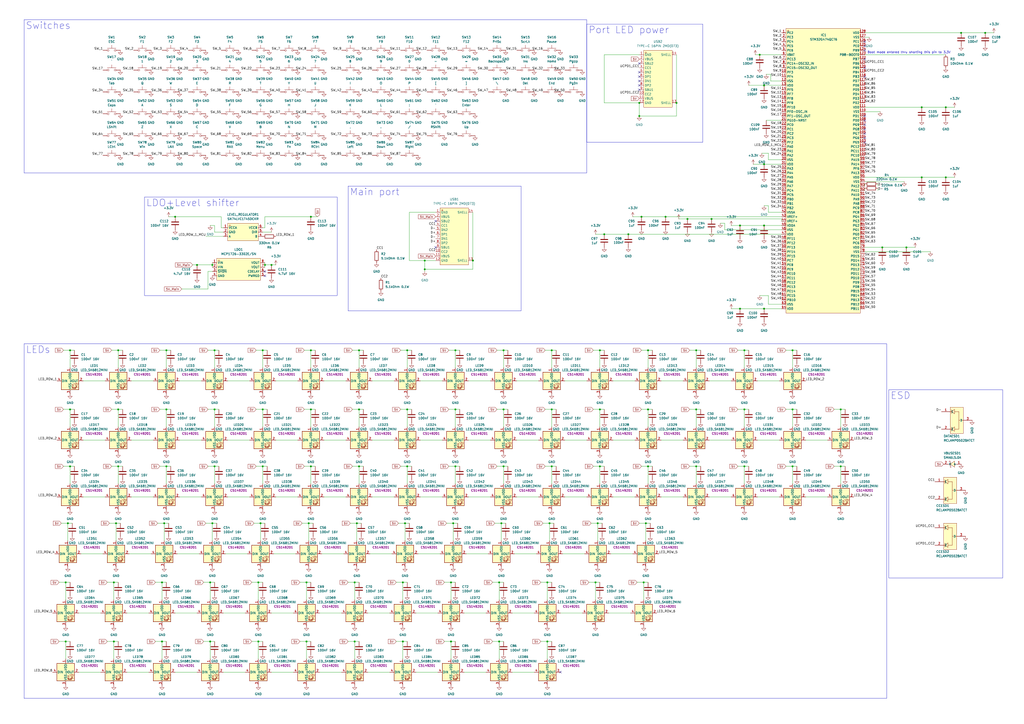
<source format=kicad_sch>
(kicad_sch (version 20250114) (generator "eeschema") (generator_version "9.0")
  (paper "A2")
  (text "Boot mode entered thru shorting this pin to 3.3V" (at 527.304 30.48 0) (effects (font (size 1.27 1.27))))
  (text_box "Main port" (at 201.93 107.95 0) (size 100.33 72.39) (margins 0.9525 0.9525 0.9525 0.9525) (effects (font (size 4 4)) (justify left top)))
  (text_box "Port LED power" (at 340.36 13.97 0) (size 67.31 68.58) (margins 0.9525 0.9525 0.9525 0.9525) (effects (font (size 4 4)) (justify left top)))
  (text_box "Switches" (at 13.97 11.43 0) (size 326.39 88.9) (margins 0.9525 0.9525 0.9525 0.9525) (effects (font (size 4 4)) (justify left top)))
  (text_box "LDO+Level shifter" (at 83.82 114.3 0) (size 111.76 57.15) (margins 0.9525 0.9525 0.9525 0.9525) (effects (font (size 4 4)) (justify left top)))
  (text_box "LEDs" (at 13.97 199.39 0) (size 500.38 205.74) (margins 0.9525 0.9525 0.9525 0.9525) (effects (font (size 4 4)) (justify left top)))
  (text_box "ESD" (at 515.62 226.06 0) (size 66.04 109.22) (margins 0.9525 0.9525 0.9525 0.9525) (effects (font (size 4 4)) (justify left top)))
  (junction (at 40.64 203.2))
  (junction (at 289.56 337.82))
  (junction (at 149.86 372.11))
  (junction (at 124.46 270.51))
  (junction (at 440.69 31.75))
  (junction (at 179.07 303.53))
  (junction (at 207.01 303.53))
  (junction (at 95.25 303.53))
  (junction (at 124.46 237.49))
  (junction (at 101.6 125.73))
  (junction (at 153.67 153.67))
  (junction (at 443.23 179.07))
  (junction (at 124.46 203.2))
  (junction (at 374.65 303.53))
  (junction (at 96.52 237.49))
  (junction (at 534.67 102.87))
  (junction (at 264.16 270.51))
  (junction (at 262.89 303.53))
  (junction (at 392.43 59.69))
  (junction (at 123.19 153.67))
  (junction (at 236.22 203.2))
  (junction (at 149.86 337.82))
  (junction (at 205.74 337.82))
  (junction (at 290.83 303.53))
  (junction (at 93.98 372.11))
  (junction (at 289.56 372.11))
  (junction (at 152.4 270.51))
  (junction (at 318.77 303.53))
  (junction (at 347.98 270.51))
  (junction (at 152.4 237.49))
  (junction (at 320.04 237.49))
  (junction (at 525.78 143.51))
  (junction (at 548.64 62.23))
  (junction (at 317.5 372.11))
  (junction (at 292.1 270.51))
  (junction (at 370.84 59.69))
  (junction (at 370.84 67.31))
  (junction (at 317.5 337.82))
  (junction (at 233.68 372.11))
  (junction (at 403.86 237.49))
  (junction (at 180.34 237.49))
  (junction (at 180.34 125.73))
  (junction (at 208.28 203.2))
  (junction (at 246.38 151.13))
  (junction (at 123.19 303.53))
  (junction (at 236.22 270.51))
  (junction (at 157.48 153.67))
  (junction (at 180.34 270.51))
  (junction (at 66.04 372.11))
  (junction (at 320.04 203.2))
  (junction (at 350.52 135.89))
  (junction (at 261.62 337.82))
  (junction (at 557.53 19.05))
  (junction (at 347.98 237.49))
  (junction (at 443.23 95.25))
  (junction (at 180.34 203.2))
  (junction (at 534.67 62.23))
  (junction (at 39.37 303.53))
  (junction (at 38.1 337.82))
  (junction (at 264.16 203.2))
  (junction (at 372.11 125.73))
  (junction (at 151.13 303.53))
  (junction (at 443.23 49.53))
  (junction (at 177.8 337.82))
  (junction (at 121.92 372.11))
  (junction (at 96.52 270.51))
  (junction (at 403.86 203.2))
  (junction (at 429.26 179.07))
  (junction (at 459.74 237.49))
  (junction (at 429.26 130.81))
  (junction (at 373.38 337.82))
  (junction (at 274.32 151.13))
  (junction (at 38.1 372.11))
  (junction (at 347.98 203.2))
  (junction (at 68.58 203.2))
  (junction (at 345.44 337.82))
  (junction (at 66.04 337.82))
  (junction (at 67.31 303.53))
  (junction (at 398.78 127))
  (junction (at 431.8 270.51))
  (junction (at 68.58 237.49))
  (junction (at 246.38 156.21))
  (junction (at 40.64 237.49))
  (junction (at 93.98 337.82))
  (junction (at 412.75 127))
  (junction (at 234.95 303.53))
  (junction (at 208.28 237.49))
  (junction (at 443.23 130.81))
  (junction (at 264.16 237.49))
  (junction (at 68.58 270.51))
  (junction (at 152.4 203.2))
  (junction (at 292.1 203.2))
  (junction (at 40.64 270.51))
  (junction (at 205.74 372.11))
  (junction (at 571.5 19.05))
  (junction (at 487.68 237.49))
  (junction (at 233.68 337.82))
  (junction (at 364.49 135.89))
  (junction (at 236.22 237.49))
  (junction (at 121.92 337.82))
  (junction (at 403.86 270.51))
  (junction (at 261.62 372.11))
  (junction (at 375.92 270.51))
  (junction (at 511.81 143.51))
  (junction (at 114.3 153.67))
  (junction (at 431.8 203.2))
  (junction (at 177.8 372.11))
  (junction (at 487.68 270.51))
  (junction (at 375.92 237.49))
  (junction (at 346.71 303.53))
  (junction (at 459.74 203.2))
  (junction (at 292.1 237.49))
  (junction (at 431.8 237.49))
  (junction (at 459.74 270.51))
  (junction (at 548.64 102.87))
  (junction (at 208.28 270.51))
  (junction (at 96.52 203.2))
  (junction (at 375.92 203.2))
  (junction (at 320.04 270.51))
  (junction (at 386.08 125.73))
  (no_connect (at 501.65 74.93))
  (no_connect (at 370.84 44.45))
  (no_connect (at 370.84 36.83))
  (no_connect (at 370.84 52.07))
  (no_connect (at 501.65 29.21))
  (no_connect (at 370.84 41.91))
  (no_connect (at 370.84 46.99))
  (no_connect (at 501.65 67.31))
  (no_connect (at 252.73 128.27))
  (no_connect (at 501.65 72.39))
  (no_connect (at 252.73 143.51))
  (no_connect (at 501.65 82.55))
  (no_connect (at 501.65 77.47))
  (no_connect (at 501.65 44.45))
  (no_connect (at 325.12 389.89))
  (no_connect (at 501.65 24.13))
  (no_connect (at 370.84 49.53))
  (no_connect (at 501.65 69.85))
  (no_connect (at 501.65 39.37))
  (no_connect (at 501.65 80.01))
  (no_connect (at 501.65 34.29))
  (no_connect (at 153.67 157.48))
  (no_connect (at 153.67 160.02))
  (no_connect (at 501.65 26.67))
  (wire (pts (xy 173.99 372.11) (xy 177.8 372.11)))
  (wire (pts (xy 96.52 237.49) (xy 99.06 237.49)))
  (wire (pts (xy 320.04 203.2) (xy 320.04 213.36)))
  (wire (pts (xy 114.3 153.67) (xy 123.19 153.67)))
  (wire (pts (xy 287.02 303.53) (xy 290.83 303.53)))
  (wire (pts (xy 392.43 67.31) (xy 370.84 67.31)))
  (wire (pts (xy 327.66 288.29) (xy 340.36 288.29)))
  (wire (pts (xy 129.54 389.89) (xy 142.24 389.89)))
  (wire (pts (xy 176.53 237.49) (xy 180.34 237.49)))
  (wire (pts (xy 383.54 255.27) (xy 396.24 255.27)))
  (wire (pts (xy 264.16 237.49) (xy 266.7 237.49)))
  (wire (pts (xy 411.48 288.29) (xy 424.18 288.29)))
  (wire (pts (xy 124.46 134.62) (xy 129.54 134.62)))
  (wire (pts (xy 176.53 203.2) (xy 180.34 203.2)))
  (wire (pts (xy 76.2 288.29) (xy 88.9 288.29)))
  (wire (pts (xy 417.83 129.54) (xy 420.37 129.54)))
  (wire (pts (xy 177.8 372.11) (xy 180.34 372.11)))
  (wire (pts (xy 215.9 255.27) (xy 228.6 255.27)))
  (wire (pts (xy 350.52 31.75) (xy 350.52 59.69)))
  (wire (pts (xy 48.26 220.98) (xy 60.96 220.98)))
  (wire (pts (xy 374.65 303.53) (xy 374.65 313.69)))
  (wire (pts (xy 132.08 220.98) (xy 144.78 220.98)))
  (wire (pts (xy 342.9 303.53) (xy 346.71 303.53)))
  (wire (pts (xy 369.57 337.82) (xy 373.38 337.82)))
  (wire (pts (xy 243.84 220.98) (xy 256.54 220.98)))
  (wire (pts (xy 203.2 303.53) (xy 207.01 303.53)))
  (wire (pts (xy 208.28 270.51) (xy 208.28 280.67)))
  (wire (pts (xy 177.8 372.11) (xy 177.8 382.27)))
  (wire (pts (xy 392.43 31.75) (xy 392.43 59.69)))
  (wire (pts (xy 96.52 203.2) (xy 99.06 203.2)))
  (wire (pts (xy 487.68 270.51) (xy 490.22 270.51)))
  (wire (pts (xy 445.77 88.9) (xy 445.77 92.71)))
  (wire (pts (xy 187.96 255.27) (xy 200.66 255.27)))
  (wire (pts (xy 173.99 337.82) (xy 177.8 337.82)))
  (wire (pts (xy 424.18 130.81) (xy 429.26 130.81)))
  (wire (pts (xy 93.98 337.82) (xy 96.52 337.82)))
  (wire (pts (xy 420.37 133.35) (xy 453.39 133.35)))
  (wire (pts (xy 346.71 303.53) (xy 349.25 303.53)))
  (wire (pts (xy 509.27 107.95) (xy 509.27 106.68)))
  (wire (pts (xy 487.68 270.51) (xy 487.68 280.67)))
  (wire (pts (xy 400.05 237.49) (xy 403.86 237.49)))
  (wire (pts (xy 383.54 288.29) (xy 396.24 288.29)))
  (wire (pts (xy 431.8 270.51) (xy 431.8 280.67)))
  (wire (pts (xy 232.41 237.49) (xy 236.22 237.49)))
  (wire (pts (xy 553.72 102.87) (xy 548.64 102.87)))
  (wire (pts (xy 269.24 355.6) (xy 281.94 355.6)))
  (wire (pts (xy 325.12 355.6) (xy 337.82 355.6)))
  (wire (pts (xy 264.16 270.51) (xy 266.7 270.51)))
  (wire (pts (xy 132.08 255.27) (xy 144.78 255.27)))
  (wire (pts (xy 403.86 237.49) (xy 406.4 237.49)))
  (wire (pts (xy 355.6 220.98) (xy 368.3 220.98)))
  (wire (pts (xy 157.48 355.6) (xy 170.18 355.6)))
  (wire (pts (xy 68.58 237.49) (xy 68.58 247.65)))
  (wire (pts (xy 236.22 237.49) (xy 238.76 237.49)))
  (wire (pts (xy 261.62 337.82) (xy 261.62 347.98)))
  (wire (pts (xy 459.74 237.49) (xy 459.74 247.65)))
  (wire (pts (xy 459.74 270.51) (xy 459.74 280.67)))
  (wire (pts (xy 326.39 321.31) (xy 339.09 321.31)))
  (wire (pts (xy 429.26 130.81) (xy 443.23 130.81)))
  (wire (pts (xy 327.66 220.98) (xy 340.36 220.98)))
  (wire (pts (xy 208.28 237.49) (xy 210.82 237.49)))
  (wire (pts (xy 214.63 321.31) (xy 227.33 321.31)))
  (wire (pts (xy 292.1 270.51) (xy 292.1 280.67)))
  (wire (pts (xy 233.68 372.11) (xy 236.22 372.11)))
  (wire (pts (xy 152.4 270.51) (xy 154.94 270.51)))
  (wire (pts (xy 185.42 389.89) (xy 198.12 389.89)))
  (wire (pts (xy 375.92 203.2) (xy 375.92 213.36)))
  (wire (pts (xy 316.23 237.49) (xy 320.04 237.49)))
  (wire (pts (xy 149.86 337.82) (xy 152.4 337.82)))
  (wire (pts (xy 431.8 203.2) (xy 434.34 203.2)))
  (wire (pts (xy 208.28 237.49) (xy 208.28 247.65)))
  (wire (pts (xy 205.74 337.82) (xy 205.74 347.98)))
  (wire (pts (xy 443.23 179.07) (xy 453.39 179.07)))
  (wire (pts (xy 213.36 355.6) (xy 226.06 355.6)))
  (wire (pts (xy 289.56 372.11) (xy 289.56 382.27)))
  (wire (pts (xy 483.87 270.51) (xy 487.68 270.51)))
  (wire (pts (xy 288.29 270.51) (xy 292.1 270.51)))
  (wire (pts (xy 487.68 237.49) (xy 490.22 237.49)))
  (wire (pts (xy 40.64 270.51) (xy 40.64 280.67)))
  (wire (pts (xy 153.67 152.4) (xy 153.67 153.67)))
  (wire (pts (xy 179.07 303.53) (xy 181.61 303.53)))
  (wire (pts (xy 501.65 31.75) (xy 548.64 31.75)))
  (wire (pts (xy 153.67 153.67) (xy 157.48 153.67)))
  (wire (pts (xy 118.11 337.82) (xy 121.92 337.82)))
  (wire (pts (xy 180.34 237.49) (xy 180.34 247.65)))
  (wire (pts (xy 400.05 203.2) (xy 403.86 203.2)))
  (wire (pts (xy 124.46 203.2) (xy 127 203.2)))
  (wire (pts (xy 257.81 337.82) (xy 261.62 337.82)))
  (wire (pts (xy 160.02 288.29) (xy 172.72 288.29)))
  (wire (pts (xy 153.67 132.08) (xy 152.4 132.08)))
  (wire (pts (xy 427.99 203.2) (xy 431.8 203.2)))
  (wire (pts (xy 455.93 270.51) (xy 459.74 270.51)))
  (wire (pts (xy 64.77 237.49) (xy 68.58 237.49)))
  (wire (pts (xy 420.37 129.54) (xy 420.37 133.35)))
  (wire (pts (xy 445.77 171.45) (xy 445.77 176.53)))
  (wire (pts (xy 187.96 220.98) (xy 200.66 220.98)))
  (wire (pts (xy 313.69 337.82) (xy 317.5 337.82)))
  (wire (pts (xy 443.23 119.38) (xy 445.77 119.38)))
  (wire (pts (xy 270.51 321.31) (xy 283.21 321.31)))
  (wire (pts (xy 180.34 237.49) (xy 182.88 237.49)))
  (wire (pts (xy 440.69 31.75) (xy 453.39 31.75)))
  (wire (pts (xy 201.93 372.11) (xy 205.74 372.11)))
  (wire (pts (xy 204.47 270.51) (xy 208.28 270.51)))
  (wire (pts (xy 443.23 130.81) (xy 453.39 130.81)))
  (wire (pts (xy 120.65 167.64) (xy 120.65 157.48)))
  (wire (pts (xy 176.53 270.51) (xy 180.34 270.51)))
  (wire (pts (xy 123.19 152.4) (xy 123.19 153.67)))
  (wire (pts (xy 38.1 372.11) (xy 40.64 372.11)))
  (wire (pts (xy 290.83 303.53) (xy 290.83 313.69)))
  (wire (pts (xy 120.65 237.49) (xy 124.46 237.49)))
  (wire (pts (xy 299.72 255.27) (xy 312.42 255.27)))
  (wire (pts (xy 443.23 49.53) (xy 453.39 49.53)))
  (wire (pts (xy 261.62 372.11) (xy 261.62 382.27)))
  (wire (pts (xy 152.4 203.2) (xy 152.4 213.36)))
  (wire (pts (xy 317.5 372.11) (xy 320.04 372.11)))
  (wire (pts (xy 96.52 270.51) (xy 96.52 280.67)))
  (wire (pts (xy 438.15 31.75) (xy 440.69 31.75)))
  (wire (pts (xy 372.11 203.2) (xy 375.92 203.2)))
  (wire (pts (xy 439.42 220.98) (xy 452.12 220.98)))
  (wire (pts (xy 347.98 203.2) (xy 347.98 213.36)))
  (wire (pts (xy 411.48 220.98) (xy 424.18 220.98)))
  (wire (pts (xy 285.75 337.82) (xy 289.56 337.82)))
  (wire (pts (xy 274.32 156.21) (xy 246.38 156.21)))
  (wire (pts (xy 180.34 270.51) (xy 182.88 270.51)))
  (wire (pts (xy 124.46 203.2) (xy 124.46 213.36)))
  (wire (pts (xy 102.87 321.31) (xy 115.57 321.31)))
  (wire (pts (xy 576.58 19.05) (xy 571.5 19.05)))
  (wire (pts (xy 327.66 255.27) (xy 340.36 255.27)))
  (wire (pts (xy 36.83 270.51) (xy 40.64 270.51)))
  (wire (pts (xy 152.4 134.62) (xy 157.48 134.62)))
  (wire (pts (xy 370.84 31.75) (xy 350.52 31.75)))
  (wire (pts (xy 68.58 203.2) (xy 68.58 213.36)))
  (wire (pts (xy 344.17 203.2) (xy 347.98 203.2)))
  (wire (pts (xy 149.86 372.11) (xy 152.4 372.11)))
  (wire (pts (xy 111.76 153.67) (xy 114.3 153.67)))
  (wire (pts (xy 231.14 303.53) (xy 234.95 303.53)))
  (wire (pts (xy 353.06 355.6) (xy 365.76 355.6)))
  (wire (pts (xy 237.49 123.19) (xy 252.73 123.19)))
  (wire (pts (xy 299.72 288.29) (xy 312.42 288.29)))
  (wire (pts (xy 76.2 255.27) (xy 88.9 255.27)))
  (wire (pts (xy 236.22 203.2) (xy 238.76 203.2)))
  (wire (pts (xy 317.5 337.82) (xy 320.04 337.82)))
  (wire (pts (xy 292.1 237.49) (xy 294.64 237.49)))
  (wire (pts (xy 158.75 321.31) (xy 171.45 321.31)))
  (wire (pts (xy 160.02 220.98) (xy 172.72 220.98)))
  (wire (pts (xy 341.63 337.82) (xy 345.44 337.82)))
  (wire (pts (xy 439.42 255.27) (xy 452.12 255.27)))
  (wire (pts (xy 48.26 288.29) (xy 60.96 288.29)))
  (wire (pts (xy 232.41 270.51) (xy 236.22 270.51)))
  (wire (pts (xy 459.74 237.49) (xy 462.28 237.49)))
  (wire (pts (xy 38.1 337.82) (xy 40.64 337.82)))
  (wire (pts (xy 375.92 270.51) (xy 375.92 280.67)))
  (wire (pts (xy 350.52 135.89) (xy 364.49 135.89)))
  (wire (pts (xy 130.81 321.31) (xy 143.51 321.31)))
  (wire (pts (xy 548.64 102.87) (xy 534.67 102.87)))
  (wire (pts (xy 73.66 355.6) (xy 86.36 355.6)))
  (wire (pts (xy 347.98 270.51) (xy 347.98 280.67)))
  (wire (pts (xy 317.5 372.11) (xy 317.5 382.27)))
  (wire (pts (xy 501.65 146.05) (xy 539.75 146.05)))
  (wire (pts (xy 66.04 337.82) (xy 68.58 337.82)))
  (wire (pts (xy 215.9 220.98) (xy 228.6 220.98)))
  (wire (pts (xy 242.57 321.31) (xy 255.27 321.31)))
  (wire (pts (xy 123.19 303.53) (xy 125.73 303.53)))
  (wire (pts (xy 290.83 303.53) (xy 293.37 303.53)))
  (wire (pts (xy 101.6 125.73) (xy 97.79 125.73)))
  (wire (pts (xy 243.84 288.29) (xy 256.54 288.29)))
  (wire (pts (xy 445.77 176.53) (xy 453.39 176.53)))
  (wire (pts (xy 501.65 106.68) (xy 501.65 107.95)))
  (wire (pts (xy 93.98 337.82) (xy 93.98 347.98)))
  (wire (pts (xy 440.69 171.45) (xy 445.77 171.45)))
  (wire (pts (xy 146.05 337.82) (xy 149.86 337.82)))
  (wire (pts (xy 318.77 303.53) (xy 318.77 313.69)))
  (wire (pts (xy 118.11 372.11) (xy 121.92 372.11)))
  (wire (pts (xy 241.3 355.6) (xy 254 355.6)))
  (wire (pts (xy 467.36 288.29) (xy 480.06 288.29)))
  (wire (pts (xy 101.6 389.89) (xy 114.3 389.89)))
  (wire (pts (xy 383.54 220.98) (xy 396.24 220.98)))
  (wire (pts (xy 48.26 255.27) (xy 60.96 255.27)))
  (wire (pts (xy 66.04 372.11) (xy 68.58 372.11)))
  (wire (pts (xy 147.32 303.53) (xy 151.13 303.53)))
  (wire (pts (xy 232.41 203.2) (xy 236.22 203.2)))
  (wire (pts (xy 233.68 337.82) (xy 233.68 347.98)))
  (wire (pts (xy 375.92 237.49) (xy 378.46 237.49)))
  (wire (pts (xy 204.47 237.49) (xy 208.28 237.49)))
  (wire (pts (xy 355.6 255.27) (xy 368.3 255.27)))
  (wire (pts (xy 185.42 355.6) (xy 198.12 355.6)))
  (wire (pts (xy 128.27 132.08) (xy 128.27 125.73)))
  (wire (pts (xy 431.8 203.2) (xy 431.8 213.36)))
  (wire (pts (xy 403.86 203.2) (xy 403.86 213.36)))
  (wire (pts (xy 146.05 372.11) (xy 149.86 372.11)))
  (wire (pts (xy 234.95 303.53) (xy 234.95 313.69)))
  (wire (pts (xy 262.89 303.53) (xy 262.89 313.69)))
  (wire (pts (xy 393.7 127) (xy 398.78 127)))
  (wire (pts (xy 372.11 237.49) (xy 375.92 237.49)))
  (wire (pts (xy 234.95 303.53) (xy 237.49 303.53)))
  (wire (pts (xy 38.1 337.82) (xy 38.1 347.98)))
  (wire (pts (xy 297.18 355.6) (xy 309.88 355.6)))
  (wire (pts (xy 121.92 372.11) (xy 124.46 372.11)))
  (wire (pts (xy 96.52 203.2) (xy 96.52 213.36)))
  (wire (pts (xy 177.8 337.82) (xy 177.8 347.98)))
  (wire (pts (xy 64.77 203.2) (xy 68.58 203.2)))
  (wire (pts (xy 553.72 62.23) (xy 548.64 62.23)))
  (wire (pts (xy 205.74 337.82) (xy 208.28 337.82)))
  (wire (pts (xy 121.92 337.82) (xy 121.92 347.98)))
  (wire (pts (xy 261.62 372.11) (xy 264.16 372.11)))
  (wire (pts (xy 237.49 151.13) (xy 246.38 151.13)))
  (wire (pts (xy 96.52 237.49) (xy 96.52 247.65)))
  (wire (pts (xy 403.86 270.51) (xy 403.86 280.67)))
  (wire (pts (xy 63.5 303.53) (xy 67.31 303.53)))
  (wire (pts (xy 288.29 203.2) (xy 292.1 203.2)))
  (wire (pts (xy 92.71 270.51) (xy 96.52 270.51)))
  (wire (pts (xy 264.16 203.2) (xy 266.7 203.2)))
  (wire (pts (xy 236.22 237.49) (xy 236.22 247.65)))
  (wire (pts (xy 36.83 237.49) (xy 40.64 237.49)))
  (wire (pts (xy 364.49 135.89) (xy 453.39 135.89)))
  (wire (pts (xy 347.98 270.51) (xy 350.52 270.51)))
  (wire (pts (xy 501.65 64.77) (xy 510.54 64.77)))
  (wire (pts (xy 313.69 372.11) (xy 317.5 372.11)))
  (wire (pts (xy 93.98 372.11) (xy 96.52 372.11)))
  (wire (pts (xy 501.65 105.41) (xy 524.51 105.41)))
  (wire (pts (xy 444.5 69.85) (xy 453.39 69.85)))
  (wire (pts (xy 179.07 303.53) (xy 179.07 313.69)))
  (wire (pts (xy 207.01 303.53) (xy 207.01 313.69)))
  (wire (pts (xy 66.04 372.11) (xy 66.04 382.27)))
  (wire (pts (xy 104.14 288.29) (xy 116.84 288.29)))
  (wire (pts (xy 501.65 19.05) (xy 557.53 19.05)))
  (wire (pts (xy 299.72 220.98) (xy 312.42 220.98)))
  (wire (pts (xy 297.18 389.89) (xy 309.88 389.89)))
  (wire (pts (xy 274.32 123.19) (xy 274.32 151.13)))
  (wire (pts (xy 92.71 237.49) (xy 96.52 237.49)))
  (wire (pts (xy 124.46 237.49) (xy 127 237.49)))
  (wire (pts (xy 152.4 203.2) (xy 154.94 203.2)))
  (wire (pts (xy 459.74 203.2) (xy 462.28 203.2)))
  (wire (pts (xy 346.71 303.53) (xy 346.71 313.69)))
  (wire (pts (xy 76.2 220.98) (xy 88.9 220.98)))
  (wire (pts (xy 204.47 203.2) (xy 208.28 203.2)))
  (wire (pts (xy 292.1 270.51) (xy 294.64 270.51)))
  (wire (pts (xy 40.64 237.49) (xy 43.18 237.49)))
  (wire (pts (xy 274.32 151.13) (xy 274.32 156.21)))
  (wire (pts (xy 434.34 49.53) (xy 443.23 49.53)))
  (wire (pts (xy 246.38 151.13) (xy 246.38 156.21)))
  (wire (pts (xy 375.92 270.51) (xy 378.46 270.51)))
  (wire (pts (xy 152.4 237.49) (xy 154.94 237.49)))
  (wire (pts (xy 501.65 109.22) (xy 501.65 110.49)))
  (wire (pts (xy 45.72 355.6) (xy 58.42 355.6)))
  (wire (pts (xy 157.48 153.67) (xy 160.02 153.67)))
  (wire (pts (xy 160.02 255.27) (xy 172.72 255.27)))
  (wire (pts (xy 96.52 270.51) (xy 99.06 270.51)))
  (wire (pts (xy 354.33 321.31) (xy 367.03 321.31)))
  (wire (pts (xy 148.59 270.51) (xy 152.4 270.51)))
  (wire (pts (xy 177.8 337.82) (xy 180.34 337.82)))
  (wire (pts (xy 208.28 203.2) (xy 210.82 203.2)))
  (wire (pts (xy 264.16 203.2) (xy 264.16 213.36)))
  (wire (pts (xy 124.46 130.81) (xy 124.46 134.62)))
  (wire (pts (xy 403.86 203.2) (xy 406.4 203.2)))
  (wire (pts (xy 285.75 372.11) (xy 289.56 372.11)))
  (wire (pts (xy 236.22 270.51) (xy 238.76 270.51)))
  (wire (pts (xy 241.3 389.89) (xy 254 389.89)))
  (wire (pts (xy 289.56 337.82) (xy 292.1 337.82)))
  (wire (pts (xy 347.98 237.49) (xy 350.52 237.49)))
  (wire (pts (xy 320.04 237.49) (xy 320.04 247.65)))
  (wire (pts (xy 264.16 237.49) (xy 264.16 247.65)))
  (wire (pts (xy 152.4 237.49) (xy 152.4 247.65)))
  (wire (pts (xy 372.11 125.73) (xy 386.08 125.73)))
  (wire (pts (xy 427.99 270.51) (xy 431.8 270.51)))
  (wire (pts (xy 208.28 270.51) (xy 210.82 270.51)))
  (wire (pts (xy 124.46 270.51) (xy 127 270.51)))
  (wire (pts (xy 186.69 321.31) (xy 199.39 321.31)))
  (wire (pts (xy 447.04 46.99) (xy 453.39 46.99)))
  (wire (pts (xy 153.67 153.67) (xy 153.67 154.94)))
  (wire (pts (xy 74.93 321.31) (xy 87.63 321.31)))
  (wire (pts (xy 501.65 62.23) (xy 534.67 62.23)))
  (wire (pts (xy 411.48 255.27) (xy 424.18 255.27)))
  (wire (pts (xy 180.34 203.2) (xy 180.34 213.36)))
  (wire (pts (xy 269.24 389.89) (xy 281.94 389.89)))
  (wire (pts (xy 372.11 270.51) (xy 375.92 270.51)))
  (wire (pts (xy 501.65 21.59) (xy 504.19 21.59)))
  (wire (pts (xy 180.34 125.73) (xy 184.15 125.73)))
  (wire (pts (xy 62.23 337.82) (xy 66.04 337.82)))
  (wire (pts (xy 205.74 372.11) (xy 205.74 382.27)))
  (wire (pts (xy 180.34 270.51) (xy 180.34 280.67)))
  (wire (pts (xy 95.25 303.53) (xy 97.79 303.53)))
  (wire (pts (xy 68.58 270.51) (xy 71.12 270.51)))
  (wire (pts (xy 35.56 303.53) (xy 39.37 303.53)))
  (wire (pts (xy 246.38 156.21) (xy 246.38 157.48)))
  (wire (pts (xy 370.84 303.53) (xy 374.65 303.53)))
  (wire (pts (xy 375.92 237.49) (xy 375.92 247.65)))
  (wire (pts (xy 424.18 179.07) (xy 429.26 179.07)))
  (wire (pts (xy 151.13 303.53) (xy 153.67 303.53)))
  (wire (pts (xy 509.27 109.22) (xy 509.27 110.49)))
  (wire (pts (xy 260.35 237.49) (xy 264.16 237.49)))
  (wire (pts (xy 64.77 270.51) (xy 68.58 270.51)))
  (wire (pts (xy 483.87 237.49) (xy 487.68 237.49)))
  (wire (pts (xy 119.38 303.53) (xy 123.19 303.53)))
  (wire (pts (xy 455.93 203.2) (xy 459.74 203.2)))
  (wire (pts (xy 123.19 303.53) (xy 123.19 313.69)))
  (wire (pts (xy 36.83 203.2) (xy 40.64 203.2)))
  (wire (pts (xy 412.75 127) (xy 453.39 127)))
  (wire (pts (xy 431.8 237.49) (xy 434.34 237.49)))
  (wire (pts (xy 292.1 237.49) (xy 292.1 247.65)))
  (wire (pts (xy 262.89 303.53) (xy 265.43 303.53)))
  (wire (pts (xy 90.17 372.11) (xy 93.98 372.11)))
  (wire (pts (xy 121.92 130.81) (xy 124.46 130.81)))
  (wire (pts (xy 151.13 303.53) (xy 151.13 313.69)))
  (wire (pts (xy 101.6 355.6) (xy 114.3 355.6)))
  (wire (pts (xy 260.35 270.51) (xy 264.16 270.51)))
  (wire (pts (xy 392.43 59.69) (xy 392.43 67.31)))
  (wire (pts (xy 427.99 237.49) (xy 431.8 237.49)))
  (wire (pts (xy 386.08 125.73) (xy 453.39 125.73)))
  (wire (pts (xy 40.64 270.51) (xy 43.18 270.51)))
  (wire (pts (xy 317.5 337.82) (xy 317.5 347.98)))
  (wire (pts (xy 153.67 132.08) (xy 153.67 125.73)))
  (wire (pts (xy 205.74 372.11) (xy 208.28 372.11)))
  (wire (pts (xy 289.56 337.82) (xy 289.56 347.98)))
  (wire (pts (xy 120.65 270.51) (xy 124.46 270.51)))
  (wire (pts (xy 45.72 389.89) (xy 58.42 389.89)))
  (wire (pts (xy 439.42 288.29) (xy 452.12 288.29)))
  (wire (pts (xy 201.93 337.82) (xy 205.74 337.82)))
  (wire (pts (xy 148.59 237.49) (xy 152.4 237.49)))
  (wire (pts (xy 429.26 179.07) (xy 443.23 179.07)))
  (wire (pts (xy 34.29 337.82) (xy 38.1 337.82)))
  (wire (pts (xy 548.64 62.23) (xy 534.67 62.23)))
  (wire (pts (xy 444.5 43.18) (xy 447.04 43.18)))
  (wire (pts (xy 501.65 102.87) (xy 534.67 102.87)))
  (wire (pts (xy 68.58 203.2) (xy 71.12 203.2)))
  (wire (pts (xy 400.05 270.51) (xy 403.86 270.51)))
  (wire (pts (xy 34.29 372.11) (xy 38.1 372.11)))
  (wire (pts (xy 105.41 167.64) (xy 120.65 167.64)))
  (wire (pts (xy 314.96 303.53) (xy 318.77 303.53)))
  (wire (pts (xy 123.19 153.67) (xy 123.19 154.94)))
  (wire (pts (xy 316.23 203.2) (xy 320.04 203.2)))
  (wire (pts (xy 40.64 203.2) (xy 40.64 213.36)))
  (wire (pts (xy 431.8 237.49) (xy 431.8 247.65)))
  (wire (pts (xy 320.04 270.51) (xy 322.58 270.51)))
  (wire (pts (xy 120.65 157.48) (xy 123.19 157.48)))
  (wire (pts (xy 525.78 143.51) (xy 511.81 143.51)))
  (wire (pts (xy 374.65 303.53) (xy 377.19 303.53)))
  (wire (pts (xy 398.78 127) (xy 412.75 127)))
  (wire (pts (xy 271.78 220.98) (xy 284.48 220.98)))
  (wire (pts (xy 129.54 355.6) (xy 142.24 355.6)))
  (wire (pts (xy 445.77 92.71) (xy 453.39 92.71)))
  (wire (pts (xy 243.84 255.27) (xy 256.54 255.27)))
  (wire (pts (xy 66.04 337.82) (xy 66.04 347.98)))
  (wire (pts (xy 237.49 151.13) (xy 237.49 123.19)))
  (wire (pts (xy 316.23 270.51) (xy 320.04 270.51)))
  (wire (pts (xy 39.37 303.53) (xy 39.37 313.69)))
  (wire (pts (xy 367.03 125.73) (xy 372.11 125.73)))
  (wire (pts (xy 180.34 125.73) (xy 153.67 125.73)))
  (wire (pts (xy 445.77 119.38) (xy 445.77 123.19)))
  (wire (pts (xy 92.71 203.2) (xy 96.52 203.2)))
  (wire (pts (xy 124.46 270.51) (xy 124.46 280.67)))
  (wire (pts (xy 350.52 59.69) (xy 370.84 59.69)))
  (wire (pts (xy 292.1 203.2) (xy 292.1 213.36)))
  (wire (pts (xy 38.1 372.11) (xy 38.1 382.27)))
  (wire (pts (xy 259.08 303.53) (xy 262.89 303.53)))
  (wire (pts (xy 207.01 303.53) (xy 209.55 303.53)))
  (wire (pts (xy 345.44 337.82) (xy 345.44 347.98)))
  (wire (pts (xy 318.77 303.53) (xy 321.31 303.53)))
  (wire (pts (xy 257.81 372.11) (xy 261.62 372.11)))
  (wire (pts (xy 73.66 389.89) (xy 86.36 389.89)))
  (wire (pts (xy 46.99 321.31) (xy 59.69 321.31)))
  (wire (pts (xy 345.44 135.89) (xy 350.52 135.89)))
  (wire (pts (xy 467.36 255.27) (xy 480.06 255.27)))
  (wire (pts (xy 233.68 337.82) (xy 236.22 337.82)))
  (wire (pts (xy 148.59 203.2) (xy 152.4 203.2)))
  (wire (pts (xy 459.74 203.2) (xy 459.74 213.36)))
  (wire (pts (xy 443.23 95.25) (xy 453.39 95.25)))
  (wire (pts (xy 403.86 270.51) (xy 406.4 270.51)))
  (wire (pts (xy 95.25 303.53) (xy 95.25 313.69)))
  (wire (pts (xy 271.78 288.29) (xy 284.48 288.29)))
  (wire (pts (xy 298.45 321.31) (xy 311.15 321.31)))
  (wire (pts (xy 355.6 288.29) (xy 368.3 288.29)))
  (wire (pts (xy 157.48 389.89) (xy 170.18 389.89)))
  (wire (pts (xy 344.17 270.51) (xy 347.98 270.51)))
  (wire (pts (xy 345.44 337.82) (xy 347.98 337.82)))
  (wire (pts (xy 441.96 88.9) (xy 445.77 88.9)))
  (wire (pts (xy 447.04 43.18) (xy 447.04 46.99)))
  (wire (pts (xy 121.92 372.11) (xy 121.92 382.27)))
  (wire (pts (xy 132.08 288.29) (xy 144.78 288.29)))
  (wire (pts (xy 271.78 255.27) (xy 284.48 255.27)))
  (wire (pts (xy 187.96 288.29) (xy 200.66 288.29)))
  (wire (pts (xy 445.77 123.19) (xy 453.39 123.19)))
  (wire (pts (xy 40.64 203.2) (xy 43.18 203.2)))
  (wire (pts (xy 370.84 67.31) (xy 370.84 59.69)))
  (wire (pts (xy 347.98 237.49) (xy 347.98 247.65)))
  (wire (pts (xy 121.92 337.82) (xy 124.46 337.82)))
  (wire (pts (xy 229.87 337.82) (xy 233.68 337.82)))
  (wire (pts (xy 252.73 151.13) (xy 246.38 151.13)))
  (wire (pts (xy 373.38 337.82) (xy 375.92 337.82)))
  (wire (pts (xy 511.81 143.51) (xy 501.65 143.51)))
  (wire (pts (xy 152.4 270.51) (xy 152.4 280.67)))
  (wire (pts (xy 288.29 237.49) (xy 292.1 237.49)))
  (wire (pts (xy 530.86 143.51) (xy 525.78 143.51)))
  (wire (pts (xy 101.6 125.73) (xy 128.27 125.73)))
  (wire (pts (xy 68.58 270.51) (xy 68.58 280.67)))
  (wire (pts (xy 403.86 237.49) (xy 403.86 247.65)))
  (wire (pts (xy 67.31 303.53) (xy 69.85 303.53)))
  (wire (pts (xy 289.56 372.11) (xy 292.1 372.11)))
  (wire (pts (xy 373.38 337.82) (xy 373.38 347.98)))
  (wire (pts (xy 236.22 203.2) (xy 236.22 213.36)))
  (wire (pts (xy 180.34 203.2) (xy 182.88 203.2)))
  (wire (pts (xy 119.38 137.16) (xy 129.54 137.16)))
  (wire (pts (xy 39.37 303.53) (xy 41.91 303.53)))
  (wire (pts (xy 67.31 303.53) (xy 67.31 313.69)))
  (wire (pts (xy 104.14 220.98) (xy 116.84 220.98)))
  (wire (pts (xy 120.65 203.2) (xy 124.46 203.2)))
  (wire (pts (xy 229.87 372.11) (xy 233.68 372.11)))
  (wire (pts (xy 128.27 132.08) (xy 129.54 132.08)))
  (wire (pts (xy 320.04 203.2) (xy 322.58 203.2)))
  (wire (pts (xy 91.44 303.53) (xy 95.25 303.53)))
  (wire (pts (xy 104.14 255.27) (xy 116.84 255.27)))
  (wire (pts (xy 215.9 288.29) (xy 228.6 288.29)))
  (wire (pts (xy 149.86 337.82) (xy 149.86 347.98)))
  (wire (pts (xy 62.23 372.11) (xy 66.04 372.11)))
  (wire (pts (xy 236.22 270.51) (xy 236.22 280.67)))
  (wire (pts (xy 292.1 203.2) (xy 294.64 203.2)))
  (wire (pts (xy 264.16 270.51) (xy 264.16 280.67)))
  (wire (pts (xy 175.26 303.53) (xy 179.07 303.53)))
  (wire (pts (xy 455.93 237.49) (xy 459.74 237.49)))
  (wire (pts (xy 213.36 389.89) (xy 226.06 389.89)))
  (wire (pts (xy 453.39 127) (xy 453.39 128.27)))
  (wire (pts (xy 320.04 270.51) (xy 320.04 280.67)))
  (wire (pts (xy 261.62 337.82) (xy 264.16 337.82)))
  (wire (pts (xy 487.68 237.49) (xy 487.68 247.65)))
  (wire (pts (xy 431.8 270.51) (xy 434.34 270.51)))
  (wire (pts (xy 320.04 237.49) (xy 322.58 237.49)))
  (wire (pts (xy 208.28 203.2) (xy 208.28 213.36)))
  (wire (pts (xy 68.58 237.49) (xy 71.12 237.49)))
  (wire (pts (xy 260.35 203.2) (xy 264.16 203.2)))
  (wire (pts (xy 571.5 19.05) (xy 557.53 19.05)))
  (wire (pts (xy 347.98 203.2) (xy 350.52 203.2)))
  (wire (pts (xy 375.92 203.2) (xy 378.46 203.2)))
  (wire (pts (xy 93.98 372.11) (xy 93.98 382.27)))
  (wire (pts (xy 124.46 237.49) (xy 124.46 247.65)))
  (wire (pts (xy 233.68 372.11) (xy 233.68 382.27)))
  (wire (pts (xy 344.17 237.49) (xy 347.98 237.49)))
  (wire (pts (xy 149.86 372.11) (xy 149.86 382.27)))
  (wire (pts (xy 40.64 237.49) (xy 40.64 247.65)))
  (wire (pts (xy 459.74 270.51) (xy 462.28 270.51)))
  (wire (pts (xy 436.88 95.25) (xy 443.23 95.25)))
  (wire (pts (xy 90.17 337.82) (xy 93.98 337.82)))
  (label "D-" (at 252.73 138.43 180))
  (label "SW_15" (at 453.39 62.23 180))
  (label "SW_43" (at 453.39 158.75 180))
  (label "D-" (at 252.73 133.35 180))
  (label "SW_11" (at 232.41 29.21 180))
  (label "SW_42" (at 453.39 156.21 180))
  (label "SW_31" (at 299.72 40.64 180))
  (label "SW_44" (at 232.41 53.34 180))
  (label "SW_22" (at 146.05 40.64 180))
  (label "SW_33" (at 327.66 40.64 180))
  (label "SW_5" (at 453.39 29.21 180))
  (label "LED_ROW_1_MCU" (at 453.39 85.09 180))
  (label "SW_61" (at 232.41 66.04 180))
  (label "SW_30" (at 283.21 40.64 180))
  (label "LED_ROW_3" (at 33.02 288.29 180))
  (label "SW_18" (at 77.47 40.64 180))
  (label "SW_80" (at 501.65 87.63 0))
  (label "SW_2" (at 77.47 29.21 180))
  (label "SW_3" (at 453.39 24.13 180))
  (label "SW_28" (at 453.39 105.41 180))
  (label "SW_25" (at 198.12 40.64 180))
  (label "UCPD1_CC1" (at 501.65 36.83 0))
  (label "SW_68" (at 501.65 128.27 0))
  (label "SW_73" (at 501.65 115.57 0))
  (label "SW_8" (at 177.8 29.21 180))
  (label "SW_52" (at 77.47 66.04 180))
  (label "SW_45" (at 453.39 163.83 180))
  (label "SW_67" (at 109.22 78.74 180))
  (label "SW_43" (at 215.9 53.34 180))
  (label "D+" (at 252.73 135.89 180))
  (label "SW_38" (at 128.27 53.34 180))
  (label "SW_9" (at 198.12 29.21 180))
  (label "SW_34" (at 453.39 120.65 180))
  (label "SW_2" (at 453.39 21.59 180))
  (label "LED_ROW_3" (at 495.3 255.27 0))
  (label "SW_48" (at 453.39 171.45 180))
  (label "SW_40" (at 162.56 53.34 180))
  (label "SW_41" (at 453.39 153.67 180))
  (label "SW_10" (at 215.9 29.21 180))
  (label "SW_49" (at 453.39 173.99 180))
  (label "SW_54" (at 501.65 168.91 0))
  (label "SW_23" (at 162.56 40.64 180))
  (label "SW_59" (at 501.65 156.21 0))
  (label "SW_39" (at 146.05 53.34 180))
  (label "SW_19" (at 93.98 40.64 180))
  (label "SW_51" (at 501.65 176.53 0))
  (label "SW_16" (at 314.96 29.21 180))
  (label "SW_7" (at 162.56 29.21 180))
  (label "SW_7" (at 453.39 36.83 180))
  (label "SW_77" (at 59.69 90.17 180))
  (label "SW_82" (at 146.05 90.17 180))
  (label "SW_14" (at 453.39 59.69 180))
  (label "CC2" (at 220.98 161.29 0))
  (label "SW_58" (at 501.65 158.75 0))
  (label "SW_50" (at 327.66 53.34 180))
  (label "SW_74" (at 232.41 78.74 180))
  (label "SW_34" (at 59.69 53.34 180))
  (label "SW_74" (at 501.65 113.03 0))
  (label "SW_28" (at 247.65 40.64 180))
  (label "SW_17" (at 453.39 67.31 180))
  (label "SW_24" (at 453.39 90.17 180))
  (label "UCPD1_CC2" (at 542.29 316.23 180))
  (label "SW_76" (at 265.43 78.74 180))
  (label "UCPD1_CC1" (at 370.84 39.37 180))
  (label "D+" (at 546.1 248.92 180))
  (label "SW_9" (at 453.39 41.91 180))
  (label "SW_84" (at 501.65 54.61 0))
  (label "CC1" (at 252.73 130.81 180))
  (label "SW_72" (at 501.65 118.11 0))
  (label "SW_57" (at 162.56 66.04 180))
  (label "SW_78" (at 77.47 90.17 180))
  (label "SW_66" (at 93.98 78.74 180))
  (label "SW_32" (at 453.39 115.57 180))
  (label "SW_53" (at 93.98 66.04 180))
  (label "SW_6" (at 146.05 29.21 180))
  (label "LED_ROW_2" (at 467.36 220.98 0))
  (label "SW_20" (at 109.22 40.64 180))
  (label "SW_19" (at 453.39 74.93 180))
  (label "SW_32" (at 314.96 40.64 180))
  (label "SW_17" (at 59.69 40.64 180))
  (label "SW_40" (at 453.39 151.13 180))
  (label "SW_21" (at 128.27 40.64 180))
  (label "LED_ROW_1" (at 160.02 137.16 0))
  (label "SW_65" (at 501.65 135.89 0))
  (label "CC2" (at 252.73 146.05 180))
  (label "SW_27" (at 232.41 40.64 180))
  (label "SW_71" (at 177.8 78.74 180))
  (label "SW_79" (at 501.65 90.17 0))
  (label "SW_71" (at 501.65 120.65 0))
  (label "LED_ROW_4" (at 31.75 321.31 180))
  (label "SW_37" (at 453.39 143.51 180))
  (label "SW_79" (at 93.98 90.17 180))
  (label "SW_48" (at 299.72 53.34 180))
  (label "SW_36" (at 93.98 53.34 180))
  (label "SW_44" (at 453.39 161.29 180))
  (label "SW_45" (at 247.65 53.34 180))
  (label "SW_86" (at 501.65 49.53 0))
  (label "SW_62" (at 501.65 148.59 0))
  (label "SW_12" (at 453.39 54.61 180))
  (label "SW_29" (at 265.43 40.64 180))
  (label "SW_56" (at 146.05 66.04 180))
  (label "LED_ROW_4" (at 495.3 288.29 0))
  (label "SW_78" (at 501.65 92.71 0))
  (label "SW_87" (at 501.65 46.99 0))
  (label "SW_29" (at 453.39 107.95 180))
  (label "SW_85" (at 501.65 52.07 0))
  (label "SW_82" (at 501.65 59.69 0))
  (label "SW_6" (at 453.39 34.29 180))
  (label "SW_20" (at 453.39 77.47 180))
  (label "SW_8" (at 453.39 39.37 180))
  (label "LED_ROW_5" (at 382.27 321.31 0))
  (label "SW_1" (at 59.69 29.21 180))
  (label "SW_80" (at 109.22 90.17 180))
  (label "SW_69" (at 501.65 125.73 0))
  (label "SW_37" (at 109.22 53.34 180))
  (label "D-" (at 509.27 110.49 0))
  (label "D+" (at 252.73 140.97 180))
  (label "SW_10" (at 453.39 44.45 180))
  (label "SW_3" (at 93.98 29.21 180))
  (label "SW_39" (at 453.39 148.59 180))
  (label "D+" (at 509.27 107.95 0))
  (label "SW_26" (at 215.9 40.64 180))
  (label "SW_52" (at 501.65 173.99 0))
  (label "SW_13" (at 265.43 29.21 180))
  (label "SW_83" (at 501.65 57.15 0))
  (label "SW_38" (at 453.39 146.05 180))
  (label "LED_ROW_6" (at 381 355.6 0))
  (label "SW_76" (at 501.65 97.79 0))
  (label "SW_73" (at 215.9 78.74 180))
  (label "SW_21" (at 453.39 80.01 180))
  (label "SW_49" (at 314.96 53.34 180))
  (label "SW_50" (at 501.65 179.07 0))
  (label "SW_5" (at 128.27 29.21 180))
  (label "SW_4" (at 453.39 26.67 180))
  (label "D-" (at 546.1 238.76 180))
  (label "SW_4" (at 109.22 29.21 180))
  (label "SW_86" (at 215.9 90.17 180))
  (label "SW_30" (at 453.39 110.49 180))
  (label "SW_41" (at 177.8 53.34 180))
  (label "LED_ROW_6" (at 30.48 389.89 180))
  (label "SW_57" (at 501.65 161.29 0))
  (label "LED_ROW_1" (at 33.02 220.98 180))
  (label "SW_64" (at 501.65 138.43 0))
  (label "SW_81" (at 501.65 85.09 0))
  (label "SW_23" (at 453.39 87.63 180))
  (label "SW_55" (at 501.65 166.37 0))
  (label "UCPD1_CC2" (at 501.65 41.91 0))
  (label "SW_84" (at 177.8 90.17 180))
  (label "SW_83" (at 162.56 90.17 180))
  (label "SW_26" (at 453.39 100.33 180))
  (label "SW_59" (at 198.12 66.04 180))
  (label "SW_64" (at 59.69 78.74 180))
  (label "SW_67" (at 501.65 130.81 0))
  (label "SW_87" (at 232.41 90.17 180))
  (label "SW_56" (at 501.65 163.83 0))
  (label "SW_58" (at 177.8 66.04 180))
  (label "UCPD1_CC1" (at 542.29 306.07 180))
  (label "SW_62" (at 247.65 66.04 180))
  (label "SW_77" (at 501.65 95.25 0))
  (label "SW_63" (at 265.43 66.04 180))
  (label "SW_60" (at 501.65 153.67 0))
  (label "CC1" (at 542.29 279.4 180))
  (label "SW_75" (at 247.65 78.74 180))
  (label "SW_85" (at 198.12 90.17 180))
  (label "SW_35" (at 453.39 138.43 180))
  (label "SW_42" (at 198.12 53.34 180))
  (label "SW_12" (at 247.65 29.21 180))
  (label "SW_27" (at 453.39 102.87 180))
  (label "SW_66" (at 501.65 133.35 0))
  (label "SW_13" (at 453.39 57.15 180))
  (label "SW_47" (at 453.39 168.91 180))
  (label "SW_69" (at 146.05 78.74 180))
  (label "SW_47" (at 283.21 53.34 180))
  (label "SW_22" (at 453.39 82.55 180))
  (label "SW_53" (at 501.65 171.45 0))
  (label "SW_35" (at 77.47 53.34 180))
  (label "SW_31" (at 453.39 113.03 180))
  (label "SW_61" (at 501.65 151.13 0))
  (label "SW_70" (at 162.56 78.74 180))
  (label "SW_1" (at 453.39 19.05 180))
  (label "SW_54" (at 109.22 66.04 180))
  (label "SW_15" (at 299.72 29.21 180))
  (label "LED_ROW_2" (at 33.02 255.27 180))
  (label "SW_65" (at 77.47 78.74 180))
  (label "CC2" (at 542.29 289.56 180))
  (label "SW_36" (at 453.39 140.97 180))
  (label "SW_24" (at 177.8 40.64 180))
  (label "SW_14" (at 283.21 29.21 180))
  (label "LED_ROW_1_MCU" (at 119.38 137.16 180))
  (label "SW_75" (at 501.65 100.33 0))
  (label "SW_70" (at 501.65 123.19 0))
  (label "SW_46" (at 265.43 53.34 180))
  (label "SW_60" (at 215.9 66.04 180))
  (label "SW_33" (at 453.39 118.11 180))
  (label "SW_46" (at 453.39 166.37 180))
  (label "SW_51" (at 59.69 66.04 180))
  (label "UCPD1_CC2" (at 370.84 54.61 180))
  (label "SW_11" (at 453.39 52.07 180))
  (label "SW_72" (at 198.12 78.74 180))
  (label "SW_25" (at 453.39 97.79 180))
  (label "LED_ROW_5" (at 30.48 355.6 180))
  (label "SW_81" (at 128.27 90.17 180))
  (label "SW_55" (at 128.27 66.04 180))
  (label "SW_68" (at 128.27 78.74 180))
  (label "SW_63" (at 501.65 140.97 0))
  (label "SW_16" (at 453.39 64.77 180))
  (label "CC1" (at 218.44 144.78 0))
  (label "SW_18" (at 453.39 72.39 180))
  (global_label "5V" (shape input) (at 120.65 270.51 180) (property "Intersheetrefs" "${INTERSHEET_REFS}" (effects (hide yes))))
  (global_label "5V" (shape input) (at 455.93 237.49 180) (property "Intersheetrefs" "${INTERSHEET_REFS}" (effects (hide yes))))
  (global_label "5V" (shape input) (at 91.44 303.53 180) (property "Intersheetrefs" "${INTERSHEET_REFS}" (effects (hide yes))))
  (global_label "5V" (shape input) (at 90.17 337.82 180) (property "Intersheetrefs" "${INTERSHEET_REFS}" (effects (hide yes))))
  (global_label "5V" (shape input) (at 547.37 269.24 180) (property "Intersheetrefs" "${INTERSHEET_REFS}" (effects (hide yes))))
  (global_label "5V" (shape input) (at 36.83 237.49 180) (property "Intersheetrefs" "${INTERSHEET_REFS}" (effects (hide yes))))
  (global_label "5V" (shape input) (at 92.71 203.2 180) (property "Intersheetrefs" "${INTERSHEET_REFS}" (effects (hide yes))))
  (global_label "5V" (shape input) (at 369.57 337.82 180) (property "Intersheetrefs" "${INTERSHEET_REFS}" (effects (hide yes))))
  (global_label "5V" (shape input) (at 62.23 337.82 180) (property "Intersheetrefs" "${INTERSHEET_REFS}" (effects (hide yes))))
  (global_label "5V" (shape input) (at 285.75 337.82 180) (property "Intersheetrefs" "${INTERSHEET_REFS}" (effects (hide yes))))
  (global_label "5V" (shape input) (at 229.87 372.11 180) (property "Intersheetrefs" "${INTERSHEET_REFS}" (effects (hide yes))))
  (global_label "5V" (shape input) (at 173.99 337.82 180) (property "Intersheetrefs" "${INTERSHEET_REFS}" (effects (hide yes))))
  (global_label "5V" (shape input) (at 173.99 372.11 180) (property "Intersheetrefs" "${INTERSHEET_REFS}" (effects (hide yes))))
  (global_label "5V" (shape input) (at 92.71 270.51 180) (property "Intersheetrefs" "${INTERSHEET_REFS}" (effects (hide yes))))
  (global_label "5V" (shape input) (at 259.08 303.53 180) (property "Intersheetrefs" "${INTERSHEET_REFS}" (effects (hide yes))))
  (global_label "5V" (shape input) (at 36.83 270.51 180) (property "Intersheetrefs" "${INTERSHEET_REFS}" (effects (hide yes))))
  (global_label "5V" (shape input) (at 63.5 303.53 180) (property "Intersheetrefs" "${INTERSHEET_REFS}" (effects (hide yes))))
  (global_label "5V" (shape input) (at 204.47 203.2 180) (property "Intersheetrefs" "${INTERSHEET_REFS}" (effects (hide yes))))
  (global_label "5V" (shape input) (at 175.26 303.53 180) (property "Intersheetrefs" "${INTERSHEET_REFS}" (effects (hide yes))))
  (global_label "5V" (shape input) (at 229.87 337.82 180) (property "Intersheetrefs" "${INTERSHEET_REFS}" (effects (hide yes))))
  (global_label "5V" (shape input) (at 204.47 237.49 180) (property "Intersheetrefs" "${INTERSHEET_REFS}" (effects (hide yes))))
  (global_label "5V" (shape input) (at 287.02 303.53 180) (property "Intersheetrefs" "${INTERSHEET_REFS}" (effects (hide yes))))
  (global_label "5V" (shape input) (at 232.41 203.2 180) (property "Intersheetrefs" "${INTERSHEET_REFS}" (effects (hide yes))))
  (global_label "5V" (shape input) (at 146.05 337.82 180) (property "Intersheetrefs" "${INTERSHEET_REFS}" (effects (hide yes))))
  (global_label "5V" (shape input) (at 147.32 303.53 180) (property "Intersheetrefs" "${INTERSHEET_REFS}" (effects (hide yes))))
  (global_label "5V" (shape input) (at 176.53 270.51 180) (property "Intersheetrefs" "${INTERSHEET_REFS}" (effects (hide yes))))
  (global_label "5V" (shape input) (at 146.05 372.11 180) (property "Intersheetrefs" "${INTERSHEET_REFS}" (effects (hide yes))))
  (global_label "5V" (shape input) (at 316.23 203.2 180) (property "Intersheetrefs" "${INTERSHEET_REFS}" (effects (hide yes))))
  (global_label "5V" (shape input) (at 232.41 237.49 180) (property "Intersheetrefs" "${INTERSHEET_REFS}" (effects (hide yes))))
  (global_label "5V" (shape input) (at 341.63 337.82 180) (property "Intersheetrefs" "${INTERSHEET_REFS}" (effects (hide yes))))
  (global_label "5V" (shape input) (at 400.05 270.51 180) (property "Intersheetrefs" "${INTERSHEET_REFS}" (effects (hide yes))))
  (global_label "5V" (shape input) (at 288.29 203.2 180) (property "Intersheetrefs" "${INTERSHEET_REFS}" (effects (hide yes))))
  (global_label "5V" (shape input) (at 342.9 303.53 180) (property "Intersheetrefs" "${INTERSHEET_REFS}" (effects (hide yes))))
  (global_label "5V" (shape input) (at 201.93 372.11 180) (property "Intersheetrefs" "${INTERSHEET_REFS}" (effects (hide yes))))
  (global_label "5V" (shape input) (at 35.56 303.53 180) (property "Intersheetrefs" "${INTERSHEET_REFS}" (effects (hide yes))))
  (global_label "5V_Main" (shape input) (at 111.76 153.67 180) (property "Intersheetrefs" "${INTERSHEET_REFS}" (effects (hide yes))))
  (global_label "5V" (shape input) (at 370.84 57.15 180) (property "Intersheetrefs" "${INTERSHEET_REFS}" (effects (hide yes))))
  (global_label "5V" (shape input) (at 201.93 337.82 180) (property "Intersheetrefs" "${INTERSHEET_REFS}" (effects (hide yes))))
  (global_label "5V" (shape input) (at 184.15 125.73 90) (property "Intersheetrefs" "${INTERSHEET_REFS}" (effects (hide yes))))
  (global_label "5V_Main" (shape input) (at 105.41 167.64 180) (property "Intersheetrefs" "${INTERSHEET_REFS}" (effects (hide yes))))
  (global_label "5V" (shape input) (at 120.65 237.49 180) (property "Intersheetrefs" "${INTERSHEET_REFS}" (effects (hide yes))))
  (global_label "5V" (shape input) (at 260.35 203.2 180) (property "Intersheetrefs" "${INTERSHEET_REFS}" (effects (hide yes))))
  (global_label "5V" (shape input) (at 257.81 372.11 180) (property "Intersheetrefs" "${INTERSHEET_REFS}" (effects (hide yes))))
  (global_label "5V" (shape input) (at 427.99 203.2 180) (property "Intersheetrefs" "${INTERSHEET_REFS}" (effects (hide yes))))
  (global_label "5V" (shape input) (at 427.99 270.51 180) (property "Intersheetrefs" "${INTERSHEET_REFS}" (effects (hide yes))))
  (global_label "5V" (shape input) (at 400.05 203.2 180) (property "Intersheetrefs" "${INTERSHEET_REFS}" (effects (hide yes))))
  (global_label "5V" (shape input) (at 372.11 270.51 180) (property "Intersheetrefs" "${INTERSHEET_REFS}" (effects (hide yes))))
  (global_label "5V" (shape input) (at 148.59 237.49 180) (property "Intersheetrefs" "${INTERSHEET_REFS}" (effects (hide yes))))
  (global_label "5V" (shape input) (at 455.93 270.51 180) (property "Intersheetrefs" "${INTERSHEET_REFS}" (effects (hide yes))))
  (global_label "5V" (shape input) (at 344.17 203.2 180) (property "Intersheetrefs" "${INTERSHEET_REFS}" (effects (hide yes))))
  (global_label "5V" (shape input) (at 483.87 270.51 180) (property "Intersheetrefs" "${INTERSHEET_REFS}" (effects (hide yes))))
  (global_label "5V" (shape input) (at 288.29 270.51 180) (property "Intersheetrefs" "${INTERSHEET_REFS}" (effects (hide yes))))
  (global_label "5V" (shape input) (at 62.23 372.11 180) (property "Intersheetrefs" "${INTERSHEET_REFS}" (effects (hide yes))))
  (global_label "5V" (shape input) (at 118.11 337.82 180) (property "Intersheetrefs" "${INTERSHEET_REFS}" (effects (hide yes))))
  (global_label "5V" (shape input) (at 427.99 237.49 180) (property "Intersheetrefs" "${INTERSHEET_REFS}" (effects (hide yes))))
  (global_label "5V" (shape input) (at 148.59 270.51 180) (property "Intersheetrefs" "${INTERSHEET_REFS}" (effects (hide yes))))
  (global_label "5V" (shape input) (at 257.81 337.82 180) (property "Intersheetrefs" "${INTERSHEET_REFS}" (effects (hide yes))))
  (global_label "5V" (shape input) (at 203.2 303.53 180) (property "Intersheetrefs" "${INTERSHEET_REFS}" (effects (hide yes))))
  (global_label "5V" (shape input) (at 288.29 237.49 180) (property "Intersheetrefs" "${INTERSHEET_REFS}" (effects (hide yes))))
  (global_label "5V" (shape input) (at 260.35 270.51 180) (property "Intersheetrefs" "${INTERSHEET_REFS}" (effects (hide yes))))
  (global_label "5V" (shape input) (at 316.23 270.51 180) (property "Intersheetrefs" "${INTERSHEET_REFS}" (effects (hide yes))))
  (global_label "5V" (shape input) (at 119.38 303.53 180) (property "Intersheetrefs" "${INTERSHEET_REFS}" (effects (hide yes))))
  (global_label "5V" (shape input) (at 370.84 34.29 180) (property "Intersheetrefs" "${INTERSHEET_REFS}" (effects (hide yes))))
  (global_label "5V" (shape input) (at 34.29 372.11 180) (property "Intersheetrefs" "${INTERSHEET_REFS}" (effects (hide yes))))
  (global_label "5V" (shape input) (at 231.14 303.53 180) (property "Intersheetrefs" "${INTERSHEET_REFS}" (effects (hide yes))))
  (global_label "5V" (shape input) (at 372.11 203.2 180) (property "Intersheetrefs" "${INTERSHEET_REFS}" (effects (hide yes))))
  (global_label "5V" (shape input) (at 313.69 337.82 180) (property "Intersheetrefs" "${INTERSHEET_REFS}" (effects (hide yes))))
  (global_label "5V" (shape input) (at 372.11 237.49 180) (property "Intersheetrefs" "${INTERSHEET_REFS}" (effects (hide yes))))
  (global_label "5V" (shape input) (at 204.47 270.51 180) (property "Intersheetrefs" "${INTERSHEET_REFS}" (effects (hide yes))))
  (global_label "5V" (shape input) (at 316.23 237.49 180) (property "Intersheetrefs" "${INTERSHEET_REFS}" (effects (hide yes))))
  (global_label "5V" (shape input) (at 120.65 203.2 180) (property "Intersheetrefs" "${INTERSHEET_REFS}" (effects (hide yes))))
  (global_label "5V" (shape input) (at 232.41 270.51 180) (property "Intersheetrefs" "${INTERSHEET_REFS}" (effects (hide yes))))
  (global_label "5V" (shape input) (at 455.93 203.2 180) (property "Intersheetrefs" "${INTERSHEET_REFS}" (effects (hide yes))))
  (global_label "5V" (shape input) (at 285.75 372.11 180) (property "Intersheetrefs" "${INTERSHEET_REFS}" (effects (hide yes))))
  (global_label "5V_Main" (shape input) (at 252.73 125.73 180) (property "Intersheetrefs" "${INTERSHEET_REFS}" (effects (hide yes))))
  (global_label "5V" (shape input) (at 176.53 237.49 180) (property "Intersheetrefs" "${INTERSHEET_REFS}" (effects (hide yes))))
  (global_label "5V" (shape input) (at 344.17 270.51 180) (property "Intersheetrefs" "${INTERSHEET_REFS}" (effects (hide yes))))
  (global_label "5V" (shape input) (at 370.84 303.53 180) (property "Intersheetrefs" "${INTERSHEET_REFS}" (effects (hide yes))))
  (global_label "5V" (shape input) (at 34.29 337.82 180) (property "Intersheetrefs" "${INTERSHEET_REFS}" (effects (hide yes))))
  (global_label "5V" (shape input) (at 400.05 237.49 180) (property "Intersheetrefs" "${INTERSHEET_REFS}" (effects (hide yes))))
  (global_label "5V" (shape input) (at 64.77 270.51 180) (property "Intersheetrefs" "${INTERSHEET_REFS}" (effects (hide yes))))
  (global_label "5V" (shape input) (at 118.11 372.11 180) (property "Intersheetrefs" "${INTERSHEET_REFS}" (effects (hide yes))))
  (global_label "5V" (shape input) (at 92.71 237.49 180) (property "Intersheetrefs" "${INTERSHEET_REFS}" (effects (hide yes))))
  (global_label "5V" (shape input) (at 148.59 203.2 180) (property "Intersheetrefs" "${INTERSHEET_REFS}" (effects (hide yes))))
  (global_label "5V" (shape input) (at 314.96 303.53 180) (property "Intersheetrefs" "${INTERSHEET_REFS}" (effects (hide yes))))
  (global_label "5V" (shape input) (at 64.77 203.2 180) (property "Intersheetrefs" "${INTERSHEET_REFS}" (effects (hide yes))))
  (global_label "5V" (shape input) (at 483.87 237.49 180) (property "Intersheetrefs" "${INTERSHEET_REFS}" (effects (hide yes))))
  (global_label "5V" (shape input) (at 260.35 237.49 180) (property "Intersheetrefs" "${INTERSHEET_REFS}" (effects (hide yes))))
  (global_label "5V" (shape input) (at 36.83 203.2 180) (property "Intersheetrefs" "${INTERSHEET_REFS}" (effects (hide yes))))
  (global_label "5V" (shape input) (at 313.69 372.11 180) (property "Intersheetrefs" "${INTERSHEET_REFS}" (effects (hide yes))))
  (global_label "5V" (shape input) (at 64.77 237.49 180) (property "Intersheetrefs" "${INTERSHEET_REFS}" (effects (hide yes))))
  (global_label "5V_Main" (shape input) (at 252.73 148.59 180) (property "Intersheetrefs" "${INTERSHEET_REFS}" (effects (hide yes))))
  (global_label "5V" (shape input) (at 176.53 203.2 180) (property "Intersheetrefs" "${INTERSHEET_REFS}" (effects (hide yes))))
  (global_label "5V" (shape input) (at 344.17 237.49 180) (property "Intersheetrefs" "${INTERSHEET_REFS}" (effects (hide yes))))
  (global_label "5V" (shape input) (at 90.17 372.11 180) (property "Intersheetrefs" "${INTERSHEET_REFS}" (effects (hide yes))))
  (symbol (lib_id "power:GND") (at 69.85 29.21 0) (unit 1)
    (property "Reference" "#PWR1" (effects (hide yes)))
    (property "Value" "GND" (at 69.85 34.29 0))
    (property "Description" "Power symbol creates a global label with name \"GND\" , ground" (effects (hide yes)))
  )
  (symbol (lib_id "power:GND") (at 43.18 245.11 0) (unit 1)
    (property "Reference" "#PWR35" (effects (hide yes)))
    (property "Value" "GND" (at 43.18 248.92 0))
    (property "Description" "Power symbol creates a global label with name \"GND\" , ground" (effects (hide yes)))
  )
  (symbol (lib_id "power:GND") (at 104.14 40.64 0) (unit 1)
    (property "Reference" "#PWR272" (effects (hide yes)))
    (property "Value" "GND" (at 104.14 45.72 0))
    (property "Description" "Power symbol creates a global label with name \"GND\" , ground" (effects (hide yes)))
  )
  (symbol (lib_id "power:GND") (at 233.68 397.51 0) (unit 1)
    (property "Reference" "#PWR168" (effects (hide yes)))
    (property "Value" "GND" (at 233.68 402.59 0))
    (property "Description" "Power symbol creates a global label with name \"GND\" , ground" (effects (hide yes)))
  )
  (symbol (lib_id "power:GND") (at 127 278.13 0) (unit 1)
    (property "Reference" "#PWR75" (effects (hide yes)))
    (property "Value" "GND" (at 127 281.94 0))
    (property "Description" "Power symbol creates a global label with name \"GND\" , ground" (effects (hide yes)))
  )
  (symbol (lib_id "power:GND") (at 172.72 53.34 0) (unit 1)
    (property "Reference" "#PWR252" (effects (hide yes)))
    (property "Value" "GND" (at 172.72 58.42 0))
    (property "Description" "Power symbol creates a global label with name \"GND\" , ground" (effects (hide yes)))
  )
  (symbol (lib_id "power:GND") (at 125.73 311.15 0) (unit 1)
    (property "Reference" "#PWR109" (effects (hide yes)))
    (property "Value" "GND" (at 125.73 314.96 0))
    (property "Description" "Power symbol creates a global label with name \"GND\" , ground" (effects (hide yes)))
  )
  (symbol (lib_id "power:GND") (at 548.64 39.37 0) (unit 1)
    (property "Reference" "#PWR0185" (effects (hide yes)))
    (property "Value" "GND" (at 548.64 44.45 0))
    (property "Description" "Power symbol creates a global label with name \"GND\" , ground" (effects (hide yes)))
  )
  (symbol (lib_id "power:GND") (at 320.04 228.6 0) (unit 1)
    (property "Reference" "#PWR22" (effects (hide yes)))
    (property "Value" "GND" (at 320.04 233.68 0))
    (property "Description" "Power symbol creates a global label with name \"GND\" , ground" (effects (hide yes)))
  )
  (symbol (lib_id "power:+3.3V") (at 345.44 135.89 0) (unit 1)
    (property "Reference" "#PWR0197" (effects (hide yes)))
    (property "Value" "+3.3V" (at 345.44 130.81 0))
    (property "Description" "Power symbol creates a global label with name \"+3.3V\"" (effects (hide yes)))
  )
  (symbol (lib_id "REQUIRED:Placeholder_Switch") (at 133.35 90.17 0) (unit 1)
    (property "Reference" "SW81" (at 133.35 82.55 0))
    (property "Value" "RAlt" (at 133.35 85.09 0))
    (property "Footprint" "Kailh_PG1353_Solderable:Kailh-PG1353-Solderable-1.25U" (effects (hide yes)))
    (property "Description" "Push button switch, generic, two pins" (effects (hide yes)))
  )
  (symbol (lib_id "power:GND") (at 275.59 53.34 0) (unit 1)
    (property "Reference" "#PWR224" (effects (hide yes)))
    (property "Value" "GND" (at 275.59 58.42 0))
    (property "Description" "Power symbol creates a global label with name \"GND\" , ground" (effects (hide yes)))
  )
  (symbol (lib_id "power:GND") (at 208.28 90.17 0) (unit 1)
    (property "Reference" "#PWR246" (effects (hide yes)))
    (property "Value" "GND" (at 208.28 95.25 0))
    (property "Description" "Power symbol creates a global label with name \"GND\" , ground" (effects (hide yes)))
  )
  (symbol (lib_id "REQUIRED:C") (at 127 207.01 0) (unit 1)
    (property "Reference" "C4" (at 130.81 205.7399 0) (effects (justify left)))
    (property "Value" "100nF 16V" (at 130.81 208.2799 0) (effects (justify left)))
    (property "Footprint" "Capacitor_SMD:C_0805_2012Metric_Pad1.18x1.45mm_HandSolder" (effects (hide yes)))
    (property "Description" "Unpolarized capacitor" (effects (hide yes)))
  )
  (symbol (lib_id "power:GND") (at 121.92 397.51 0) (unit 1)
    (property "Reference" "#PWR160" (effects (hide yes)))
    (property "Value" "GND" (at 121.92 402.59 0))
    (property "Description" "Power symbol creates a global label with name \"GND\" , ground" (effects (hide yes)))
  )
  (symbol (lib_id "REQUIRED:Placeholder_Switch") (at 64.77 78.74 0) (unit 1)
    (property "Reference" "SW64" (at 64.77 71.12 0))
    (property "Value" "LShift" (at 64.77 73.66 0))
    (property "Footprint" "Kailh_PG1353_Solderable:Kailh-PG1353-Solderable-2.25U" (effects (hide yes)))
    (property "Description" "Push button switch, generic, two pins" (effects (hide yes)))
  )
  (symbol (lib_id "power:GND") (at 67.31 328.93 0) (unit 1)
    (property "Reference" "#PWR104" (effects (hide yes)))
    (property "Value" "GND" (at 67.31 334.01 0))
    (property "Description" "Power symbol creates a global label with name \"GND\" , ground" (effects (hide yes)))
  )
  (symbol (lib_id "REQUIRED:Placeholder_Switch") (at 288.29 40.64 0) (unit 1)
    (property "Reference" "SW30" (at 288.29 33.02 0))
    (property "Value" "Backspace" (at 288.29 35.56 0))
    (property "Footprint" "Kailh_PG1353_Solderable:Kailh-PG1353-Solderable-2U" (effects (hide yes)))
    (property "Description" "Push button switch, generic, two pins" (effects (hide yes)))
  )
  (symbol (lib_id "power:GND") (at 347.98 345.44 0) (unit 1)
    (property "Reference" "#PWR151" (effects (hide yes)))
    (property "Value" "GND" (at 347.98 349.25 0))
    (property "Description" "Power symbol creates a global label with name \"GND\" , ground" (effects (hide yes)))
  )
  (symbol (lib_id "power:GND") (at 345.44 363.22 0) (unit 1)
    (property "Reference" "#PWR150" (effects (hide yes)))
    (property "Value" "GND" (at 345.44 368.3 0))
    (property "Description" "Power symbol creates a global label with name \"GND\" , ground" (effects (hide yes)))
  )
  (symbol (lib_id "power:+3.3V") (at 436.88 95.25 0) (unit 1)
    (property "Reference" "#PWR0184" (effects (hide yes)))
    (property "Value" "+3.3V" (at 436.88 90.17 0))
    (property "Description" "Power symbol creates a global label with name \"+3.3V\"" (effects (hide yes)))
  )
  (symbol (lib_id "power:GND") (at 87.63 78.74 0) (unit 1)
    (property "Reference" "#PWR278" (effects (hide yes)))
    (property "Value" "GND" (at 87.63 83.82 0))
    (property "Description" "Power symbol creates a global label with name \"GND\" , ground" (effects (hide yes)))
  )
  (symbol (lib_id "power:GND") (at 121.92 363.22 0) (unit 1)
    (property "Reference" "#PWR134" (effects (hide yes)))
    (property "Value" "GND" (at 121.92 368.3 0))
    (property "Description" "Power symbol creates a global label with name \"GND\" , ground" (effects (hide yes)))
  )
  (symbol (lib_id "REQUIRED:LED_SK6812MINI") (at 208.28 288.29 0) (unit 1)
    (property "Reference" "LED40" (at 222.25 279.4314 0))
    (property "Value" "LED_SK6812MINI" (at 222.25 281.9714 0))
    (property "Footprint" "ScottoKeebs_Components:LED_SK6812MINI" (effects (hide yes)))
    (property "Datasheet" "https://cdn-shop.adafruit.com/product-files/2686/SK6812MINI_REV.01-1-2.pdf" (effects (hide yes)))
    (property "Description" "RGB LED with integrated controller" (effects (hide yes)))
    (property "LCSC" "C5149201" (at 222.25 284.5114 0))
  )
  (symbol (lib_id "power:GND") (at 68.58 379.73 0) (unit 1)
    (property "Reference" "#PWR157" (effects (hide yes)))
    (property "Value" "GND" (at 68.58 383.54 0))
    (property "Description" "Power symbol creates a global label with name \"GND\" , ground" (effects (hide yes)))
  )
  (symbol (lib_id "REQUIRED:Placeholder_Switch") (at 151.13 40.64 0) (unit 1)
    (property "Reference" "SW22" (at 151.13 33.02 0))
    (property "Value" "5" (at 151.13 35.56 0))
    (property "Footprint" "Kailh_PG1353_Solderable:Kailh-PG1353-Solderable-1U" (effects (hide yes)))
    (property "Description" "Push button switch, generic, two pins" (effects (hide yes)))
  )
  (symbol (lib_id "power:+3.3V") (at 553.72 62.23 0) (mirror y) (unit 1)
    (property "Reference" "#PWR0298" (effects (hide yes)))
    (property "Value" "+3.3V" (at 553.72 57.15 0))
    (property "Description" "Power symbol creates a global label with name \"+3.3V\"" (effects (hide yes)))
  )
  (symbol (lib_id "REQUIRED:Placeholder_Switch") (at 270.51 66.04 0) (unit 1)
    (property "Reference" "SW63" (at 270.51 58.42 0))
    (property "Value" "Enter" (at 270.51 60.96 0))
    (property "Footprint" "Kailh_PG1353_Solderable:Kailh-PG1353-Solderable-2.25U" (effects (hide yes)))
    (property "Description" "Push button switch, generic, two pins" (effects (hide yes)))
  )
  (symbol (lib_id "REQUIRED:Placeholder_Switch") (at 203.2 90.17 0) (unit 1)
    (property "Reference" "SW85" (at 203.2 82.55 0))
    (property "Value" "Left" (at 203.2 85.09 0))
    (property "Footprint" "Kailh_PG1353_Solderable:Kailh-PG1353-Solderable-1U" (effects (hide yes)))
    (property "Description" "Push button switch, generic, two pins" (effects (hide yes)))
  )
  (symbol (lib_id "power:GND") (at 124.46 295.91 0) (unit 1)
    (property "Reference" "#PWR74" (effects (hide yes)))
    (property "Value" "GND" (at 124.46 300.99 0))
    (property "Description" "Power symbol creates a global label with name \"GND\" , ground" (effects (hide yes)))
  )
  (symbol (lib_id "REQUIRED:Placeholder_Switch") (at 252.73 53.34 0) (unit 1)
    (property "Reference" "SW45" (at 252.73 45.72 0))
    (property "Value" "[" (at 252.73 48.26 0))
    (property "Footprint" "Kailh_PG1353_Solderable:Kailh-PG1353-Solderable-1U" (effects (hide yes)))
    (property "Description" "Push button switch, generic, two pins" (effects (hide yes)))
  )
  (symbol (lib_id "power:GND") (at 440.69 39.37 0) (unit 1)
    (property "Reference" "#PWR0180" (effects (hide yes)))
    (property "Value" "GND" (at 440.69 44.45 0))
    (property "Description" "Power symbol creates a global label with name \"GND\" , ground" (effects (hide yes)))
  )
  (symbol (lib_id "REQUIRED:LED_SK6812MINI") (at 93.98 389.89 0) (unit 1)
    (property "Reference" "LED79" (at 107.95 381.0314 0))
    (property "Value" "LED_SK6812MINI" (at 107.95 383.5714 0))
    (property "Footprint" "ScottoKeebs_Components:LED_SK6812MINI" (effects (hide yes)))
    (property "Datasheet" "https://cdn-shop.adafruit.com/product-files/2686/SK6812MINI_REV.01-1-2.pdf" (effects (hide yes)))
    (property "Description" "RGB LED with integrated controller" (effects (hide yes)))
    (property "LCSC" "C5149201" (at 107.95 386.1114 0))
  )
  (symbol (lib_id "REQUIRED:Placeholder_Switch") (at 304.8 53.34 0) (unit 1)
    (property "Reference" "SW48" (at 304.8 45.72 0))
    (property "Value" "Del" (at 304.8 48.26 0))
    (property "Footprint" "Kailh_PG1353_Solderable:Kailh-PG1353-Solderable-1U" (effects (hide yes)))
    (property "Description" "Push button switch, generic, two pins" (effects (hide yes)))
  )
  (symbol (lib_id "REQUIRED:LED_SK6812MINI") (at 290.83 321.31 0) (unit 1)
    (property "Reference" "LED60" (at 304.8 312.4514 0))
    (property "Value" "LED_SK6812MINI" (at 304.8 314.9914 0))
    (property "Footprint" "ScottoKeebs_Components:LED_SK6812MINI" (effects (hide yes)))
    (property "Datasheet" "https://cdn-shop.adafruit.com/product-files/2686/SK6812MINI_REV.01-1-2.pdf" (effects (hide yes)))
    (property "Description" "RGB LED with integrated controller" (effects (hide yes)))
    (property "LCSC" "C5149201" (at 304.8 317.5314 0))
  )
  (symbol (lib_id "power:GND") (at 96.52 295.91 0) (unit 1)
    (property "Reference" "#PWR72" (effects (hide yes)))
    (property "Value" "GND" (at 96.52 300.99 0))
    (property "Description" "Power symbol creates a global label with name \"GND\" , ground" (effects (hide yes)))
  )
  (symbol (lib_id "power:GND") (at 87.63 90.17 0) (unit 1)
    (property "Reference" "#PWR277" (effects (hide yes)))
    (property "Value" "GND" (at 87.63 95.25 0))
    (property "Description" "Power symbol creates a global label with name \"GND\" , ground" (effects (hide yes)))
  )
  (symbol (lib_id "power:GND") (at 265.43 311.15 0) (unit 1)
    (property "Reference" "#PWR119" (effects (hide yes)))
    (property "Value" "GND" (at 265.43 314.96 0))
    (property "Description" "Power symbol creates a global label with name \"GND\" , ground" (effects (hide yes)))
  )
  (symbol (lib_id "REQUIRED:C") (at 320.04 341.63 0) (unit 1)
    (property "Reference" "C74" (at 323.85 340.3599 0) (effects (justify left)))
    (property "Value" "100nF 16V" (at 323.85 342.8999 0) (effects (justify left)))
    (property "Footprint" "Capacitor_SMD:C_0805_2012Metric_Pad1.18x1.45mm_HandSolder" (effects (hide yes)))
    (property "Description" "Unpolarized capacitor" (effects (hide yes)))
  )
  (symbol (lib_id "REQUIRED:C") (at 40.64 341.63 0) (unit 1)
    (property "Reference" "C64" (at 44.45 340.3599 0) (effects (justify left)))
    (property "Value" "100nF 16V" (at 44.45 342.8999 0) (effects (justify left)))
    (property "Footprint" "Capacitor_SMD:C_0805_2012Metric_Pad1.18x1.45mm_HandSolder" (effects (hide yes)))
    (property "Description" "Unpolarized capacitor" (effects (hide yes)))
  )
  (symbol (lib_id "REQUIRED:C") (at 43.18 207.01 0) (unit 1)
    (property "Reference" "C1" (at 46.99 205.7399 0) (effects (justify left)))
    (property "Value" "100nF 16V" (at 46.99 208.2799 0) (effects (justify left)))
    (property "Footprint" "Capacitor_SMD:C_0805_2012Metric_Pad1.18x1.45mm_HandSolder" (effects (hide yes)))
    (property "Description" "Unpolarized capacitor" (effects (hide yes)))
  )
  (symbol (lib_id "power:GND") (at 320.04 379.73 0) (unit 1)
    (property "Reference" "#PWR175" (effects (hide yes)))
    (property "Value" "GND" (at 320.04 383.54 0))
    (property "Description" "Power symbol creates a global label with name \"GND\" , ground" (effects (hide yes)))
  )
  (symbol (lib_id "power:GND") (at 99.06 210.82 0) (unit 1)
    (property "Reference" "#PWR7" (effects (hide yes)))
    (property "Value" "GND" (at 99.06 214.63 0))
    (property "Description" "Power symbol creates a global label with name \"GND\" , ground" (effects (hide yes)))
  )
  (symbol (lib_id "REQUIRED:LED_SK6812MINI") (at 152.4 255.27 0) (unit 1)
    (property "Reference" "LED21" (at 166.37 246.4114 0))
    (property "Value" "LED_SK6812MINI" (at 166.37 248.9514 0))
    (property "Footprint" "ScottoKeebs_Components:LED_SK6812MINI" (effects (hide yes)))
    (property "Datasheet" "https://cdn-shop.adafruit.com/product-files/2686/SK6812MINI_REV.01-1-2.pdf" (effects (hide yes)))
    (property "Description" "RGB LED with integrated controller" (effects (hide yes)))
    (property "LCSC" "C5149201" (at 166.37 251.4914 0))
  )
  (symbol (lib_id "power:GND") (at 152.4 345.44 0) (unit 1)
    (property "Reference" "#PWR137" (effects (hide yes)))
    (property "Value" "GND" (at 152.4 349.25 0))
    (property "Description" "Power symbol creates a global label with name \"GND\" , ground" (effects (hide yes)))
  )
  (symbol (lib_id "REQUIRED:Placeholder_Switch") (at 151.13 29.21 0) (unit 1)
    (property "Reference" "SW6" (at 151.13 21.59 0))
    (property "Value" "F5" (at 151.13 24.13 0))
    (property "Footprint" "Kailh_PG1353_Solderable:Kailh-PG1353-Solderable-1U" (effects (hide yes)))
    (property "Description" "Push button switch, generic, two pins" (effects (hide yes)))
  )
  (symbol (lib_id "REQUIRED:LED_SK6812MINI") (at 320.04 220.98 0) (unit 1)
    (property "Reference" "LED11" (at 334.01 212.1214 0))
    (property "Value" "LED_SK6812MINI" (at 334.01 214.6614 0))
    (property "Footprint" "ScottoKeebs_Components:LED_SK6812MINI" (effects (hide yes)))
    (property "Datasheet" "https://cdn-shop.adafruit.com/product-files/2686/SK6812MINI_REV.01-1-2.pdf" (effects (hide yes)))
    (property "Description" "RGB LED with integrated controller" (effects (hide yes)))
    (property "LCSC" "C5149201" (at 334.01 217.2014 0))
  )
  (symbol (lib_id "REQUIRED:C") (at 237.49 307.34 0) (unit 1)
    (property "Reference" "C58" (at 241.3 306.0699 0) (effects (justify left)))
    (property "Value" "100nF 16V" (at 241.3 308.6099 0) (effects (justify left)))
    (property "Footprint" "Capacitor_SMD:C_0805_2012Metric_Pad1.18x1.45mm_HandSolder" (effects (hide yes)))
    (property "Description" "Unpolarized capacitor" (effects (hide yes)))
  )
  (symbol (lib_id "REQUIRED:LED_SK6812MINI") (at 346.71 321.31 0) (unit 1)
    (property "Reference" "LED62" (at 360.68 312.4514 0))
    (property "Value" "LED_SK6812MINI" (at 360.68 314.9914 0))
    (property "Footprint" "ScottoKeebs_Components:LED_SK6812MINI" (effects (hide yes)))
    (property "Datasheet" "https://cdn-shop.adafruit.com/product-files/2686/SK6812MINI_REV.01-1-2.pdf" (effects (hide yes)))
    (property "Description" "RGB LED with integrated controller" (effects (hide yes)))
    (property "LCSC" "C5149201" (at 360.68 317.5314 0))
  )
  (symbol (lib_id "power:GND") (at 236.22 379.73 0) (unit 1)
    (property "Reference" "#PWR169" (effects (hide yes)))
    (property "Value" "GND" (at 236.22 383.54 0))
    (property "Description" "Power symbol creates a global label with name \"GND\" , ground" (effects (hide yes)))
  )
  (symbol (lib_id "REQUIRED:Placeholder_Switch") (at 182.88 53.34 0) (unit 1)
    (property "Reference" "SW41" (at 182.88 45.72 0))
    (property "Value" "U" (at 182.88 48.26 0))
    (property "Footprint" "Kailh_PG1353_Solderable:Kailh-PG1353-Solderable-1U" (effects (hide yes)))
    (property "Description" "Push button switch, generic, two pins" (effects (hide yes)))
  )
  (symbol (lib_id "REQUIRED:SN74LVC1T45DCKR") (at 140.97 134.62 0) (unit 1)
    (property "Reference" "LEVEL_REGULATOR1" (at 140.97 124.46 0))
    (property "Value" "SN74LVC1T45DCKR" (at 140.97 127 0))
    (property "Footprint" "easyeda2kicad:SC-70-6_L2.2-W1.3-P0.65-LS2.2-BR" (effects (hide yes)))
    (property "Datasheet" "https://lcsc.com/product-detail/74-Series_TI_SN74LVC1T45DCKR_SN74LVC1T45DCKR_C9382.html" (effects (hide yes)))
    (property "LCSC Part" "C9382" (effects (hide yes)))
  )
  (symbol (lib_id "REQUIRED:LED_SK6812MINI") (at 347.98 288.29 0) (unit 1)
    (property "Reference" "LED45" (at 361.95 279.4314 0))
    (property "Value" "LED_SK6812MINI" (at 361.95 281.9714 0))
    (property "Footprint" "ScottoKeebs_Components:LED_SK6812MINI" (effects (hide yes)))
    (property "Datasheet" "https://cdn-shop.adafruit.com/product-files/2686/SK6812MINI_REV.01-1-2.pdf" (effects (hide yes)))
    (property "Description" "RGB LED with integrated controller" (effects (hide yes)))
    (property "LCSC" "C5149201" (at 361.95 284.5114 0))
  )
  (symbol (lib_id "REQUIRED:Placeholder_Switch") (at 237.49 78.74 0) (unit 1)
    (property "Reference" "SW74" (at 237.49 71.12 0))
    (property "Value" "/" (at 237.49 73.66 0))
    (property "Footprint" "Kailh_PG1353_Solderable:Kailh-PG1353-Solderable-1U" (effects (hide yes)))
    (property "Description" "Push button switch, generic, two pins" (effects (hide yes)))
  )
  (symbol (lib_id "REQUIRED:Placeholder_Switch") (at 64.77 90.17 0) (unit 1)
    (property "Reference" "SW77" (at 64.77 82.55 0))
    (property "Value" "LCtrl" (at 64.77 85.09 0))
    (property "Footprint" "Kailh_PG1353_Solderable:Kailh-PG1353-Solderable-1.25U" (effects (hide yes)))
    (property "Description" "Push button switch, generic, two pins" (effects (hide yes)))
  )
  (symbol (lib_id "REQUIRED:Placeholder_Switch") (at 114.3 40.64 0) (unit 1)
    (property "Reference" "SW20" (at 114.3 33.02 0))
    (property "Value" "3" (at 114.3 35.56 0))
    (property "Footprint" "Kailh_PG1353_Solderable:Kailh-PG1353-Solderable-1U" (effects (hide yes)))
    (property "Description" "Push button switch, generic, two pins" (effects (hide yes)))
  )
  (symbol (lib_id "power:GND") (at 179.07 328.93 0) (unit 1)
    (property "Reference" "#PWR112" (effects (hide yes)))
    (property "Value" "GND" (at 179.07 334.01 0))
    (property "Description" "Power symbol creates a global label with name \"GND\" , ground" (effects (hide yes)))
  )
  (symbol (lib_id "REQUIRED:C") (at 321.31 307.34 0) (unit 1)
    (property "Reference" "C61" (at 325.12 306.0699 0) (effects (justify left)))
    (property "Value" "100nF 16V" (at 325.12 308.6099 0) (effects (justify left)))
    (property "Footprint" "Capacitor_SMD:C_0805_2012Metric_Pad1.18x1.45mm_HandSolder" (effects (hide yes)))
    (property "Description" "Unpolarized capacitor" (effects (hide yes)))
  )
  (symbol (lib_id "power:GND") (at 322.58 245.11 0) (unit 1)
    (property "Reference" "#PWR55" (effects (hide yes)))
    (property "Value" "GND" (at 322.58 248.92 0))
    (property "Description" "Power symbol creates a global label with name \"GND\" , ground" (effects (hide yes)))
  )
  (symbol (lib_id "power:GND") (at 180.34 262.89 0) (unit 1)
    (property "Reference" "#PWR44" (effects (hide yes)))
    (property "Value" "GND" (at 180.34 267.97 0))
    (property "Description" "Power symbol creates a global label with name \"GND\" , ground" (effects (hide yes)))
  )
  (symbol (lib_id "REQUIRED:Placeholder_Switch") (at 237.49 90.17 0) (unit 1)
    (property "Reference" "SW87" (at 237.49 82.55 0))
    (property "Value" "Right" (at 237.49 85.09 0))
    (property "Footprint" "Kailh_PG1353_Solderable:Kailh-PG1353-Solderable-1U" (effects (hide yes)))
    (property "Description" "Push button switch, generic, two pins" (effects (hide yes)))
  )
  (symbol (lib_id "REQUIRED:C") (at 372.11 129.54 0) (unit 1)
    (property "Reference" "C95" (at 368.3 128.2699 0) (effects (justify right)))
    (property "Value" "1uF" (at 368.3 130.8099 0) (effects (justify right)))
    (property "Footprint" "Capacitor_SMD:C_0805_2012Metric_Pad1.18x1.45mm_HandSolder" (effects (hide yes)))
    (property "Description" "Unpolarized capacitor" (effects (hide yes)))
  )
  (symbol (lib_id "REQUIRED:C") (at 238.76 241.3 0) (unit 1)
    (property "Reference" "C24" (at 242.57 240.0299 0) (effects (justify left)))
    (property "Value" "100nF 16V" (at 242.57 242.5699 0) (effects (justify left)))
    (property "Footprint" "Capacitor_SMD:C_0805_2012Metric_Pad1.18x1.45mm_HandSolder" (effects (hide yes)))
    (property "Description" "Unpolarized capacitor" (effects (hide yes)))
  )
  (symbol (lib_id "REQUIRED:Placeholder_Switch") (at 320.04 29.21 0) (unit 1)
    (property "Reference" "SW16" (at 320.04 21.59 0))
    (property "Value" "Pause" (at 320.04 24.13 0))
    (property "Footprint" "Kailh_PG1353_Solderable:Kailh-PG1353-Solderable-1U" (effects (hide yes)))
    (property "Description" "Push button switch, generic, two pins" (effects (hide yes)))
  )
  (symbol (lib_id "REQUIRED:Placeholder_Switch") (at 220.98 53.34 0) (unit 1)
    (property "Reference" "SW43" (at 220.98 45.72 0))
    (property "Value" "O" (at 220.98 48.26 0))
    (property "Footprint" "Kailh_PG1353_Solderable:Kailh-PG1353-Solderable-1U" (effects (hide yes)))
    (property "Description" "Push button switch, generic, two pins" (effects (hide yes)))
  )
  (symbol (lib_id "REQUIRED:Placeholder_Switch") (at 151.13 66.04 0) (unit 1)
    (property "Reference" "SW56" (at 151.13 58.42 0))
    (property "Value" "G" (at 151.13 60.96 0))
    (property "Footprint" "Kailh_PG1353_Solderable:Kailh-PG1353-Solderable-1U" (effects (hide yes)))
    (property "Description" "Push button switch, generic, two pins" (effects (hide yes)))
  )
  (symbol (lib_id "power:GND") (at 177.8 397.51 0) (unit 1)
    (property "Reference" "#PWR164" (effects (hide yes)))
    (property "Value" "GND" (at 177.8 402.59 0))
    (property "Description" "Power symbol creates a global label with name \"GND\" , ground" (effects (hide yes)))
  )
  (symbol (lib_id "power:GND") (at 68.58 295.91 0) (unit 1)
    (property "Reference" "#PWR70" (effects (hide yes)))
    (property "Value" "GND" (at 68.58 300.99 0))
    (property "Description" "Power symbol creates a global label with name \"GND\" , ground" (effects (hide yes)))
  )
  (symbol (lib_id "REQUIRED:LED_SK6812MINI") (at 264.16 288.29 0) (unit 1)
    (property "Reference" "LED42" (at 278.13 279.4314 0))
    (property "Value" "LED_SK6812MINI" (at 278.13 281.9714 0))
    (property "Footprint" "ScottoKeebs_Components:LED_SK6812MINI" (effects (hide yes)))
    (property "Datasheet" "https://cdn-shop.adafruit.com/product-files/2686/SK6812MINI_REV.01-1-2.pdf" (effects (hide yes)))
    (property "Description" "RGB LED with integrated controller" (effects (hide yes)))
    (property "LCSC" "C5149201" (at 278.13 284.5114 0))
  )
  (symbol (lib_id "power:GND") (at 320.04 295.91 0) (unit 1)
    (property "Reference" "#PWR88" (effects (hide yes)))
    (property "Value" "GND" (at 320.04 300.99 0))
    (property "Description" "Power symbol creates a global label with name \"GND\" , ground" (effects (hide yes)))
  )
  (symbol (lib_id "power:GND") (at 317.5 363.22 0) (unit 1)
    (property "Reference" "#PWR148" (effects (hide yes)))
    (property "Value" "GND" (at 317.5 368.3 0))
    (property "Description" "Power symbol creates a global label with name \"GND\" , ground" (effects (hide yes)))
  )
  (symbol (lib_id "power:+3.3V") (at 576.58 19.05 0) (mirror y) (unit 1)
    (property "Reference" "#PWR0301" (effects (hide yes)))
    (property "Value" "+3.3V" (at 576.58 13.97 0))
    (property "Description" "Power symbol creates a global label with name \"+3.3V\"" (effects (hide yes)))
  )
  (symbol (lib_id "power:GND") (at 511.81 151.13 0) (mirror y) (unit 1)
    (property "Reference" "#PWR0292" (effects (hide yes)))
    (property "Value" "GND" (at 511.81 156.21 0))
    (property "Description" "Power symbol creates a global label with name \"GND\" , ground" (effects (hide yes)))
  )
  (symbol (lib_id "power:GND") (at 309.88 29.21 0) (unit 1)
    (property "Reference" "#PWR214" (effects (hide yes)))
    (property "Value" "GND" (at 309.88 34.29 0))
    (property "Description" "Power symbol creates a global label with name \"GND\" , ground" (effects (hide yes)))
  )
  (symbol (lib_id "power:GND") (at 238.76 245.11 0) (unit 1)
    (property "Reference" "#PWR49" (effects (hide yes)))
    (property "Value" "GND" (at 238.76 248.92 0))
    (property "Description" "Power symbol creates a global label with name \"GND\" , ground" (effects (hide yes)))
  )
  (symbol (lib_id "power:GND") (at 187.96 66.04 0) (unit 1)
    (property "Reference" "#PWR249" (effects (hide yes)))
    (property "Value" "GND" (at 187.96 71.12 0))
    (property "Description" "Power symbol creates a global label with name \"GND\" , ground" (effects (hide yes)))
  )
  (symbol (lib_id "REQUIRED:Placeholder_Switch") (at 182.88 90.17 0) (unit 1)
    (property "Reference" "SW84" (at 182.88 82.55 0))
    (property "Value" "RCtrl" (at 182.88 85.09 0))
    (property "Footprint" "Kailh_PG1353_Solderable:Kailh-PG1353-Solderable-1.25U" (effects (hide yes)))
    (property "Description" "Push button switch, generic, two pins" (effects (hide yes)))
  )
  (symbol (lib_id "power:GND") (at 237.49 311.15 0) (unit 1)
    (property "Reference" "#PWR117" (effects (hide yes)))
    (property "Value" "GND" (at 237.49 314.96 0))
    (property "Description" "Power symbol creates a global label with name \"GND\" , ground" (effects (hide yes)))
  )
  (symbol (lib_id "power:GND") (at 440.69 171.45 0) (unit 1)
    (property "Reference" "#PWR0306" (effects (hide yes)))
    (property "Value" "GND" (at 440.69 176.53 0))
    (property "Description" "Power symbol creates a global label with name \"GND\" , ground" (effects (hide yes)))
  )
  (symbol (lib_id "REQUIRED:C") (at 434.34 274.32 0) (unit 1)
    (property "Reference" "C48" (at 438.15 273.0499 0) (effects (justify left)))
    (property "Value" "100nF 16V" (at 438.15 275.5899 0) (effects (justify left)))
    (property "Footprint" "Capacitor_SMD:C_0805_2012Metric_Pad1.18x1.45mm_HandSolder" (effects (hide yes)))
    (property "Description" "Unpolarized capacitor" (effects (hide yes)))
  )
  (symbol (lib_id "power:GND") (at 350.52 143.51 0) (unit 1)
    (property "Reference" "#PWR0199" (effects (hide yes)))
    (property "Value" "GND" (at 350.52 148.59 0))
    (property "Description" "Power symbol creates a global label with name \"GND\" , ground" (effects (hide yes)))
  )
  (symbol (lib_id "REQUIRED:LED_SK6812MINI") (at 459.74 220.98 0) (unit 1)
    (property "Reference" "LED16" (at 473.71 212.1214 0))
    (property "Value" "LED_SK6812MINI" (at 473.71 214.6614 0))
    (property "Footprint" "ScottoKeebs_Components:LED_SK6812MINI" (effects (hide yes)))
    (property "Datasheet" "https://cdn-shop.adafruit.com/product-files/2686/SK6812MINI_REV.01-1-2.pdf" (effects (hide yes)))
    (property "Description" "RGB LED with integrated controller" (effects (hide yes)))
    (property "LCSC" "C5149201" (at 473.71 217.2014 0))
  )
  (symbol (lib_id "REQUIRED:Placeholder_Switch") (at 332.74 40.64 0) (unit 1)
    (property "Reference" "SW33" (at 332.74 33.02 0))
    (property "Value" "PgUp" (at 332.74 35.56 0))
    (property "Footprint" "Kailh_PG1353_Solderable:Kailh-PG1353-Solderable-1U" (effects (hide yes)))
    (property "Description" "Push button switch, generic, two pins" (effects (hide yes)))
  )
  (symbol (lib_id "REQUIRED:Placeholder_Switch") (at 114.3 90.17 0) (unit 1)
    (property "Reference" "SW80" (at 114.3 82.55 0))
    (property "Value" "Space" (at 114.3 85.09 0))
    (property "Footprint" "Kailh_PG1353_Solderable:Kailh-PG1353-Solderable-6.25U" (effects (hide yes)))
    (property "Description" "Push button switch, generic, two pins" (effects (hide yes)))
  )
  (symbol (lib_id "power:GND") (at 429.26 186.69 0) (unit 1)
    (property "Reference" "#PWR0288" (effects (hide yes)))
    (property "Value" "GND" (at 429.26 191.77 0))
    (property "Description" "Power symbol creates a global label with name \"GND\" , ground" (effects (hide yes)))
  )
  (symbol (lib_id "REQUIRED:C") (at 292.1 341.63 0) (unit 1)
    (property "Reference" "C73" (at 295.91 340.3599 0) (effects (justify left)))
    (property "Value" "100nF 16V" (at 295.91 342.8999 0) (effects (justify left)))
    (property "Footprint" "Capacitor_SMD:C_0805_2012Metric_Pad1.18x1.45mm_HandSolder" (effects (hide yes)))
    (property "Description" "Unpolarized capacitor" (effects (hide yes)))
  )
  (symbol (lib_id "REQUIRED:LED_SK6812MINI") (at 68.58 220.98 0) (unit 1)
    (property "Reference" "LED2" (at 82.55 212.1214 0))
    (property "Value" "LED_SK6812MINI" (at 82.55 214.6614 0))
    (property "Footprint" "ScottoKeebs_Components:LED_SK6812MINI" (effects (hide yes)))
    (property "Datasheet" "https://cdn-shop.adafruit.com/product-files/2686/SK6812MINI_REV.01-1-2.pdf" (effects (hide yes)))
    (property "Description" "RGB LED with integrated controller" (effects (hide yes)))
    (property "LCSC" "C5149201" (at 82.55 217.2014 0))
  )
  (symbol (lib_id "power:GND") (at 504.19 21.59 0) (unit 1)
    (property "Reference" "#PWR0302" (effects (hide yes)))
    (property "Value" "GND" (at 504.19 26.67 0))
    (property "Description" "Power symbol creates a global label with name \"GND\" , ground" (effects (hide yes)))
  )
  (symbol (lib_id "power:GND") (at 138.43 78.74 0) (unit 1)
    (property "Reference" "#PWR265" (effects (hide yes)))
    (property "Value" "GND" (at 138.43 83.82 0))
    (property "Description" "Power symbol creates a global label with name \"GND\" , ground" (effects (hide yes)))
  )
  (symbol (lib_id "power:GND") (at 370.84 67.31 0) (unit 1)
    (property "Reference" "#PWR0181" (effects (hide yes)))
    (property "Value" "GND" (at 370.84 72.39 0))
    (property "Description" "Power symbol creates a global label with name \"GND\" , ground" (effects (hide yes)))
  )
  (symbol (lib_id "power:GND") (at 208.28 379.73 0) (unit 1)
    (property "Reference" "#PWR167" (effects (hide yes)))
    (property "Value" "GND" (at 208.28 383.54 0))
    (property "Description" "Power symbol creates a global label with name \"GND\" , ground" (effects (hide yes)))
  )
  (symbol (lib_id "power:GND") (at 119.38 29.21 0) (unit 1)
    (property "Reference" "#PWR203" (effects (hide yes)))
    (property "Value" "GND" (at 119.38 34.29 0))
    (property "Description" "Power symbol creates a global label with name \"GND\" , ground" (effects (hide yes)))
  )
  (symbol (lib_id "power:GND") (at 375.92 228.6 0) (unit 1)
    (property "Reference" "#PWR26" (effects (hide yes)))
    (property "Value" "GND" (at 375.92 233.68 0))
    (property "Description" "Power symbol creates a global label with name \"GND\" , ground" (effects (hide yes)))
  )
  (symbol (lib_id "power:GND") (at 154.94 278.13 0) (unit 1)
    (property "Reference" "#PWR77" (effects (hide yes)))
    (property "Value" "GND" (at 154.94 281.94 0))
    (property "Description" "Power symbol creates a global label with name \"GND\" , ground" (effects (hide yes)))
  )
  (symbol (lib_id "power:GND") (at 138.43 53.34 0) (unit 1)
    (property "Reference" "#PWR263" (effects (hide yes)))
    (property "Value" "GND" (at 138.43 58.42 0))
    (property "Description" "Power symbol creates a global label with name \"GND\" , ground" (effects (hide yes)))
  )
  (symbol (lib_id "REQUIRED:LED_SK6812MINI") (at 431.8 288.29 0) (unit 1)
    (property "Reference" "LED48" (at 445.77 279.4314 0))
    (property "Value" "LED_SK6812MINI" (at 445.77 281.9714 0))
    (property "Footprint" "ScottoKeebs_Components:LED_SK6812MINI" (effects (hide yes)))
    (property "Datasheet" "https://cdn-shop.adafruit.com/product-files/2686/SK6812MINI_REV.01-1-2.pdf" (effects (hide yes)))
    (property "Description" "RGB LED with integrated controller" (effects (hide yes)))
    (property "LCSC" "C5149201" (at 445.77 284.5114 0))
  )
  (symbol (lib_id "power:GND") (at 325.12 29.21 0) (unit 1)
    (property "Reference" "#PWR215" (effects (hide yes)))
    (property "Value" "GND" (at 325.12 34.29 0))
    (property "Description" "Power symbol creates a global label with name \"GND\" , ground" (effects (hide yes)))
  )
  (symbol (lib_id "power:GND") (at 406.4 278.13 0) (unit 1)
    (property "Reference" "#PWR95" (effects (hide yes)))
    (property "Value" "GND" (at 406.4 281.94 0))
    (property "Description" "Power symbol creates a global label with name \"GND\" , ground" (effects (hide yes)))
  )
  (symbol (lib_id "REQUIRED:LED_SK6812MINI") (at 66.04 389.89 0) (unit 1)
    (property "Reference" "LED78" (at 80.01 381.0314 0))
    (property "Value" "LED_SK6812MINI" (at 80.01 383.5714 0))
    (property "Footprint" "ScottoKeebs_Components:LED_SK6812MINI" (effects (hide yes)))
    (property "Datasheet" "https://cdn-shop.adafruit.com/product-files/2686/SK6812MINI_REV.01-1-2.pdf" (effects (hide yes)))
    (property "Description" "RGB LED with integrated controller" (effects (hide yes)))
    (property "LCSC" "C5149201" (at 80.01 386.1114 0))
  )
  (symbol (lib_id "REQUIRED:LED_SK6812MINI") (at 318.77 321.31 0) (unit 1)
    (property "Reference" "LED61" (at 332.74 312.4514 0))
    (property "Value" "LED_SK6812MINI" (at 332.74 314.9914 0))
    (property "Footprint" "ScottoKeebs_Components:LED_SK6812MINI" (effects (hide yes)))
    (property "Datasheet" "https://cdn-shop.adafruit.com/product-files/2686/SK6812MINI_REV.01-1-2.pdf" (effects (hide yes)))
    (property "Description" "RGB LED with integrated controller" (effects (hide yes)))
    (property "LCSC" "C5149201" (at 332.74 317.5314 0))
  )
  (symbol (lib_id "REQUIRED:C") (at 386.08 129.54 0) (unit 1)
    (property "Reference" "C96" (at 382.27 128.2699 0) (effects (justify right)))
    (property "Value" "100nF" (at 382.27 130.8099 0) (effects (justify right)))
    (property "Footprint" "Capacitor_SMD:C_0805_2012Metric_Pad1.18x1.45mm_HandSolder" (effects (hide yes)))
    (property "Description" "Unpolarized capacitor" (effects (hide yes)))
  )
  (symbol (lib_id "REQUIRED:C") (at 180.34 375.92 0) (unit 1)
    (property "Reference" "C82" (at 184.15 374.6499 0) (effects (justify left)))
    (property "Value" "100nF 16V" (at 184.15 377.1899 0) (effects (justify left)))
    (property "Footprint" "Capacitor_SMD:C_0805_2012Metric_Pad1.18x1.45mm_HandSolder" (effects (hide yes)))
    (property "Description" "Unpolarized capacitor" (effects (hide yes)))
  )
  (symbol (lib_id "power:GND") (at 68.58 345.44 0) (unit 1)
    (property "Reference" "#PWR131" (effects (hide yes)))
    (property "Value" "GND" (at 68.58 349.25 0))
    (property "Description" "Power symbol creates a global label with name \"GND\" , ground" (effects (hide yes)))
  )
  (symbol (lib_id "REQUIRED:Placeholder_Switch") (at 252.73 78.74 0) (unit 1)
    (property "Reference" "SW75" (at 252.73 71.12 0))
    (property "Value" "RShift" (at 252.73 73.66 0))
    (property "Footprint" "Kailh_PG1353_Solderable:Kailh-PG1353-Solderable-2.75U" (effects (hide yes)))
    (property "Description" "Push button switch, generic, two pins" (effects (hide yes)))
  )
  (symbol (lib_id "REQUIRED:C") (at 101.6 129.54 0) (unit 1)
    (property "Reference" "C112" (at 97.79 128.2699 0) (effects (justify right)))
    (property "Value" "100nF 16V" (at 97.79 130.8099 0) (effects (justify right)))
    (property "Footprint" "Capacitor_SMD:C_0805_2012Metric_Pad1.18x1.45mm_HandSolder" (effects (hide yes)))
    (property "Description" "Unpolarized capacitor" (effects (hide yes)))
  )
  (symbol (lib_id "power:GND") (at 104.14 66.04 0) (unit 1)
    (property "Reference" "#PWR274" (effects (hide yes)))
    (property "Value" "GND" (at 104.14 71.12 0))
    (property "Description" "Power symbol creates a global label with name \"GND\" , ground" (effects (hide yes)))
  )
  (symbol (lib_id "power:GND") (at 180.34 228.6 0) (unit 1)
    (property "Reference" "#PWR12" (effects (hide yes)))
    (property "Value" "GND" (at 180.34 233.68 0))
    (property "Description" "Power symbol creates a global label with name \"GND\" , ground" (effects (hide yes)))
  )
  (symbol (lib_id "power:GND") (at 406.4 245.11 0) (unit 1)
    (property "Reference" "#PWR61" (effects (hide yes)))
    (property "Value" "GND" (at 406.4 248.92 0))
    (property "Description" "Power symbol creates a global label with name \"GND\" , ground" (effects (hide yes)))
  )
  (symbol (lib_id "REQUIRED:C") (at 157.48 157.48 0) (mirror y) (unit 1)
    (property "Reference" "C111" (at 161.29 156.2099 0) (effects (justify right)))
    (property "Value" "4.7uF 16V" (at 161.29 158.7499 0) (effects (justify right)))
    (property "Footprint" "Capacitor_SMD:C_0805_2012Metric_Pad1.18x1.45mm_HandSolder" (effects (hide yes)))
    (property "Description" "Unpolarized capacitor" (effects (hide yes)))
  )
  (symbol (lib_id "REQUIRED:LED_SK6812MINI") (at 317.5 355.6 0) (unit 1)
    (property "Reference" "LED74" (at 331.47 346.7414 0))
    (property "Value" "LED_SK6812MINI" (at 331.47 349.2814 0))
    (property "Footprint" "ScottoKeebs_Components:LED_SK6812MINI" (effects (hide yes)))
    (property "Datasheet" "https://cdn-shop.adafruit.com/product-files/2686/SK6812MINI_REV.01-1-2.pdf" (effects (hide yes)))
    (property "Description" "RGB LED with integrated controller" (effects (hide yes)))
    (property "LCSC" "C5149201" (at 331.47 351.8214 0))
  )
  (symbol (lib_id "power:GND") (at 149.86 363.22 0) (unit 1)
    (property "Reference" "#PWR136" (effects (hide yes)))
    (property "Value" "GND" (at 149.86 368.3 0))
    (property "Description" "Power symbol creates a global label with name \"GND\" , ground" (effects (hide yes)))
  )
  (symbol (lib_id "REQUIRED:LED_SK6812MINI") (at 121.92 355.6 0) (unit 1)
    (property "Reference" "LED67" (at 135.89 346.7414 0))
    (property "Value" "LED_SK6812MINI" (at 135.89 349.2814 0))
    (property "Footprint" "ScottoKeebs_Components:LED_SK6812MINI" (effects (hide yes)))
    (property "Datasheet" "https://cdn-shop.adafruit.com/product-files/2686/SK6812MINI_REV.01-1-2.pdf" (effects (hide yes)))
    (property "Description" "RGB LED with integrated controller" (effects (hide yes)))
    (property "LCSC" "C5149201" (at 135.89 351.8214 0))
  )
  (symbol (lib_id "REQUIRED:LED_SK6812MINI") (at 264.16 220.98 0) (unit 1)
    (property "Reference" "LED9" (at 278.13 212.1214 0))
    (property "Value" "LED_SK6812MINI" (at 278.13 214.6614 0))
    (property "Footprint" "ScottoKeebs_Components:LED_SK6812MINI" (effects (hide yes)))
    (property "Datasheet" "https://cdn-shop.adafruit.com/product-files/2686/SK6812MINI_REV.01-1-2.pdf" (effects (hide yes)))
    (property "Description" "RGB LED with integrated controller" (effects (hide yes)))
    (property "LCSC" "C5149201" (at 278.13 217.2014 0))
  )
  (symbol (lib_id "REQUIRED:C") (at 443.23 99.06 0) (unit 1)
    (property "Reference" "C90" (at 439.42 97.7899 0) (effects (justify right)))
    (property "Value" "100nF" (at 439.42 100.3299 0) (effects (justify right)))
    (property "Footprint" "Capacitor_SMD:C_0805_2012Metric_Pad1.18x1.45mm_HandSolder" (effects (hide yes)))
    (property "Description" "Unpolarized capacitor" (effects (hide yes)))
  )
  (symbol (lib_id "power:GND") (at 462.28 245.11 0) (unit 1)
    (property "Reference" "#PWR65" (effects (hide yes)))
    (property "Value" "GND" (at 462.28 248.92 0))
    (property "Description" "Power symbol creates a global label with name \"GND\" , ground" (effects (hide yes)))
  )
  (symbol (lib_id "power:GND") (at 264.16 345.44 0) (unit 1)
    (property "Reference" "#PWR145" (effects (hide yes)))
    (property "Value" "GND" (at 264.16 349.25 0))
    (property "Description" "Power symbol creates a global label with name \"GND\" , ground" (effects (hide yes)))
  )
  (symbol (lib_id "power:GND") (at 459.74 262.89 0) (unit 1)
    (property "Reference" "#PWR64" (effects (hide yes)))
    (property "Value" "GND" (at 459.74 267.97 0))
    (property "Description" "Power symbol creates a global label with name \"GND\" , ground" (effects (hide yes)))
  )
  (symbol (lib_id "REQUIRED:Placeholder_Switch") (at 203.2 40.64 0) (unit 1)
    (property "Reference" "SW25" (at 203.2 33.02 0))
    (property "Value" "8" (at 203.2 35.56 0))
    (property "Footprint" "Kailh_PG1353_Solderable:Kailh-PG1353-Solderable-1U" (effects (hide yes)))
    (property "Description" "Push button switch, generic, two pins" (effects (hide yes)))
  )
  (symbol (lib_id "REQUIRED:Placeholder_Switch") (at 64.77 66.04 0) (unit 1)
    (property "Reference" "SW51" (at 64.77 58.42 0))
    (property "Value" "Caps" (at 64.77 60.96 0))
    (property "Footprint" "Kailh_PG1353_Solderable:Kailh-PG1353-Solderable-1.75U" (effects (hide yes)))
    (property "Description" "Push button switch, generic, two pins" (effects (hide yes)))
  )
  (symbol (lib_id "REQUIRED:LED_SK6812MINI") (at 431.8 255.27 0) (unit 1)
    (property "Reference" "LED31" (at 445.77 246.4114 0))
    (property "Value" "LED_SK6812MINI" (at 445.77 248.9514 0))
    (property "Footprint" "ScottoKeebs_Components:LED_SK6812MINI" (effects (hide yes)))
    (property "Datasheet" "https://cdn-shop.adafruit.com/product-files/2686/SK6812MINI_REV.01-1-2.pdf" (effects (hide yes)))
    (property "Description" "RGB LED with integrated controller" (effects (hide yes)))
    (property "LCSC" "C5149201" (at 445.77 251.4914 0))
  )
  (symbol (lib_id "REQUIRED:C") (at 238.76 274.32 0) (unit 1)
    (property "Reference" "C41" (at 242.57 273.0499 0) (effects (justify left)))
    (property "Value" "100nF 16V" (at 242.57 275.5899 0) (effects (justify left)))
    (property "Footprint" "Capacitor_SMD:C_0805_2012Metric_Pad1.18x1.45mm_HandSolder" (effects (hide yes)))
    (property "Description" "Unpolarized capacitor" (effects (hide yes)))
  )
  (symbol (lib_id "REQUIRED:C") (at 534.67 66.04 0) (mirror y) (unit 1)
    (property "Reference" "C105" (at 538.48 64.7699 0) (effects (justify right)))
    (property "Value" "100nF" (at 538.48 67.3099 0) (effects (justify right)))
    (property "Footprint" "Capacitor_SMD:C_0805_2012Metric_Pad1.18x1.45mm_HandSolder" (effects (hide yes)))
    (property "Description" "Unpolarized capacitor" (effects (hide yes)))
  )
  (symbol (lib_id "power:GND") (at 226.06 78.74 0) (unit 1)
    (property "Reference" "#PWR238" (effects (hide yes)))
    (property "Value" "GND" (at 226.06 83.82 0))
    (property "Description" "Power symbol creates a global label with name \"GND\" , ground" (effects (hide yes)))
  )
  (symbol (lib_id "power:+3.3V") (at 553.72 102.87 0) (mirror y) (unit 1)
    (property "Reference" "#PWR0295" (effects (hide yes)))
    (property "Value" "+3.3V" (at 553.72 97.79 0))
    (property "Description" "Power symbol creates a global label with name \"+3.3V\"" (effects (hide yes)))
  )
  (symbol (lib_id "REQUIRED:LED_SK6812MINI") (at 375.92 220.98 0) (unit 1)
    (property "Reference" "LED13" (at 389.89 212.1214 0))
    (property "Value" "LED_SK6812MINI" (at 389.89 214.6614 0))
    (property "Footprint" "ScottoKeebs_Components:LED_SK6812MINI" (effects (hide yes)))
    (property "Datasheet" "https://cdn-shop.adafruit.com/product-files/2686/SK6812MINI_REV.01-1-2.pdf" (effects (hide yes)))
    (property "Description" "RGB LED with integrated controller" (effects (hide yes)))
    (property "LCSC" "C5149201" (at 389.89 217.2014 0))
  )
  (symbol (lib_id "power:GND") (at 43.18 210.82 0) (unit 1)
    (property "Reference" "#PWR3" (effects (hide yes)))
    (property "Value" "GND" (at 43.18 214.63 0))
    (property "Description" "Power symbol creates a global label with name \"GND\" , ground" (effects (hide yes)))
  )
  (symbol (lib_id "power:GND") (at 233.68 363.22 0) (unit 1)
    (property "Reference" "#PWR142" (effects (hide yes)))
    (property "Value" "GND" (at 233.68 368.3 0))
    (property "Description" "Power symbol creates a global label with name \"GND\" , ground" (effects (hide yes)))
  )
  (symbol (lib_id "power:GND") (at 443.23 138.43 0) (unit 1)
    (property "Reference" "#PWR0188" (effects (hide yes)))
    (property "Value" "GND" (at 443.23 143.51 0))
    (property "Description" "Power symbol creates a global label with name \"GND\" , ground" (effects (hide yes)))
  )
  (symbol (lib_id "REQUIRED:C") (at 534.67 106.68 0) (mirror y) (unit 1)
    (property "Reference" "C103" (at 538.48 105.4099 0) (effects (justify right)))
    (property "Value" "100nF" (at 538.48 107.9499 0) (effects (justify right)))
    (property "Footprint" "Capacitor_SMD:C_0805_2012Metric_Pad1.18x1.45mm_HandSolder" (effects (hide yes)))
    (property "Description" "Unpolarized capacitor" (effects (hide yes)))
  )
  (symbol (lib_id "REQUIRED:Placeholder_Switch") (at 151.13 78.74 0) (unit 1)
    (property "Reference" "SW69" (at 151.13 71.12 0))
    (property "Value" "B" (at 151.13 73.66 0))
    (property "Footprint" "Kailh_PG1353_Solderable:Kailh-PG1353-Solderable-1U" (effects (hide yes)))
    (property "Description" "Push button switch, generic, two pins" (effects (hide yes)))
  )
  (symbol (lib_id "power:GND") (at 138.43 40.64 0) (unit 1)
    (property "Reference" "#PWR262" (effects (hide yes)))
    (property "Value" "GND" (at 138.43 45.72 0))
    (property "Description" "Power symbol creates a global label with name \"GND\" , ground" (effects (hide yes)))
  )
  (symbol (lib_id "REQUIRED:Placeholder_Switch") (at 82.55 29.21 0) (unit 1)
    (property "Reference" "SW2" (at 82.55 21.59 0))
    (property "Value" "F1" (at 82.55 24.13 0))
    (property "Footprint" "Kailh_PG1353_Solderable:Kailh-PG1353-Solderable-1U" (effects (hide yes)))
    (property "Description" "Push button switch, generic, two pins" (effects (hide yes)))
  )
  (symbol (lib_id "power:GND") (at 490.22 278.13 0) (unit 1)
    (property "Reference" "#PWR101" (effects (hide yes)))
    (property "Value" "GND" (at 490.22 281.94 0))
    (property "Description" "Power symbol creates a global label with name \"GND\" , ground" (effects (hide yes)))
  )
  (symbol (lib_id "REQUIRED:Placeholder_Switch") (at 270.51 29.21 0) (unit 1)
    (property "Reference" "SW13" (at 270.51 21.59 0))
    (property "Value" "F12" (at 270.51 24.13 0))
    (property "Footprint" "Kailh_PG1353_Solderable:Kailh-PG1353-Solderable-1U" (effects (hide yes)))
    (property "Description" "Push button switch, generic, two pins" (effects (hide yes)))
  )
  (symbol (lib_id "power:GND") (at 172.72 40.64 0) (unit 1)
    (property "Reference" "#PWR253" (effects (hide yes)))
    (property "Value" "GND" (at 172.72 45.72 0))
    (property "Description" "Power symbol creates a global label with name \"GND\" , ground" (effects (hide yes)))
  )
  (symbol (lib_id "power:GND") (at 375.92 295.91 0) (unit 1)
    (property "Reference" "#PWR92" (effects (hide yes)))
    (property "Value" "GND" (at 375.92 300.99 0))
    (property "Description" "Power symbol creates a global label with name \"GND\" , ground" (effects (hide yes)))
  )
  (symbol (lib_id "REQUIRED:STM32G474QCT6") (at 477.52 99.06 0) (unit 1)
    (property "Reference" "IC1" (at 477.774 20.32 0))
    (property "Value" "STM32G474QCT6" (at 477.774 22.86 0))
    (property "Footprint" "easyeda2kicad:LQFP-128_L14.0-W14.0-P0.40-LS16.0-BL" (effects (hide yes)))
    (property "Datasheet" "https://lcsc.com/product-detail/Pre-ordered-MCUs_STMicroelectronics-STM32G474QCT6_C730128.html" (effects (hide yes)))
    (property "LCSC Part" "C730128" (effects (hide yes)))
  )
  (symbol (lib_id "REQUIRED:Placeholder_Switch") (at 82.55 66.04 0) (unit 1)
    (property "Reference" "SW52" (at 82.55 58.42 0))
    (property "Value" "A" (at 82.55 60.96 0))
    (property "Footprint" "Kailh_PG1353_Solderable:Kailh-PG1353-Solderable-1U" (effects (hide yes)))
    (property "Description" "Push button switch, generic, two pins" (effects (hide yes)))
  )
  (symbol (lib_id "power:GND") (at 69.85 40.64 0) (unit 1)
    (property "Reference" "#PWR282" (effects (hide yes)))
    (property "Value" "GND" (at 69.85 45.72 0))
    (property "Description" "Power symbol creates a global label with name \"GND\" , ground" (effects (hide yes)))
  )
  (symbol (lib_id "power:GND") (at 210.82 210.82 0) (unit 1)
    (property "Reference" "#PWR15" (effects (hide yes)))
    (property "Value" "GND" (at 210.82 214.63 0))
    (property "Description" "Power symbol creates a global label with name \"GND\" , ground" (effects (hide yes)))
  )
  (symbol (lib_id "REQUIRED:Placeholder_Switch") (at 270.51 40.64 0) (unit 1)
    (property "Reference" "SW29" (at 270.51 33.02 0))
    (property "Value" "=" (at 270.51 35.56 0))
    (property "Footprint" "Kailh_PG1353_Solderable:Kailh-PG1353-Solderable-1U" (effects (hide yes)))
    (property "Description" "Push button switch, generic, two pins" (effects (hide yes)))
  )
  (symbol (lib_id "power:GND") (at 294.64 210.82 0) (unit 1)
    (property "Reference" "#PWR21" (effects (hide yes)))
    (property "Value" "GND" (at 294.64 214.63 0))
    (property "Description" "Power symbol creates a global label with name \"GND\" , ground" (effects (hide yes)))
  )
  (symbol (lib_id "REQUIRED:C") (at 444.5 73.66 0) (unit 1)
    (property "Reference" "C109" (at 440.69 72.3899 0) (effects (justify right)))
    (property "Value" "100nF" (at 440.69 74.9299 0) (effects (justify right)))
    (property "Footprint" "Capacitor_SMD:C_0805_2012Metric_Pad1.18x1.45mm_HandSolder" (effects (hide yes)))
    (property "Description" "Unpolarized capacitor" (effects (hide yes)))
  )
  (symbol (lib_id "REQUIRED:Placeholder_Switch") (at 237.49 66.04 0) (unit 1)
    (property "Reference" "SW61" (at 237.49 58.42 0))
    (property "Value" ";" (at 237.49 60.96 0))
    (property "Footprint" "Kailh_PG1353_Solderable:Kailh-PG1353-Solderable-1U" (effects (hide yes)))
    (property "Description" "Push button switch, generic, two pins" (effects (hide yes)))
  )
  (symbol (lib_id "REQUIRED:Placeholder_Switch") (at 220.98 66.04 0) (unit 1)
    (property "Reference" "SW60" (at 220.98 58.42 0))
    (property "Value" "L" (at 220.98 60.96 0))
    (property "Footprint" "Kailh_PG1353_Solderable:Kailh-PG1353-Solderable-1U" (effects (hide yes)))
    (property "Description" "Push button switch, generic, two pins" (effects (hide yes)))
  )
  (symbol (lib_id "REQUIRED:C") (at 350.52 207.01 0) (unit 1)
    (property "Reference" "C12" (at 354.33 205.7399 0) (effects (justify left)))
    (property "Value" "100nF 16V" (at 354.33 208.2799 0) (effects (justify left)))
    (property "Footprint" "Capacitor_SMD:C_0805_2012Metric_Pad1.18x1.45mm_HandSolder" (effects (hide yes)))
    (property "Description" "Unpolarized capacitor" (effects (hide yes)))
  )
  (symbol (lib_id "power:GND") (at 264.16 379.73 0) (unit 1)
    (property "Reference" "#PWR171" (effects (hide yes)))
    (property "Value" "GND" (at 264.16 383.54 0))
    (property "Description" "Power symbol creates a global label with name \"GND\" , ground" (effects (hide yes)))
  )
  (symbol (lib_id "power:GND") (at 375.92 262.89 0) (unit 1)
    (property "Reference" "#PWR58" (effects (hide yes)))
    (property "Value" "GND" (at 375.92 267.97 0))
    (property "Description" "Power symbol creates a global label with name \"GND\" , ground" (effects (hide yes)))
  )
  (symbol (lib_id "power:GND") (at 123.19 160.02 0) (unit 1)
    (property "Reference" "#PWR196" (effects (hide yes)))
    (property "Value" "GND" (at 123.19 165.1 0))
    (property "Description" "Power symbol creates a global label with name \"GND\" , ground" (effects (hide yes)))
  )
  (symbol (lib_id "REQUIRED:C") (at 443.23 182.88 0) (unit 1)
    (property "Reference" "C100" (at 439.42 181.6099 0) (effects (justify right)))
    (property "Value" "100nF" (at 439.42 184.1499 0) (effects (justify right)))
    (property "Footprint" "Capacitor_SMD:C_0805_2012Metric_Pad1.18x1.45mm_HandSolder" (effects (hide yes)))
    (property "Description" "Unpolarized capacitor" (effects (hide yes)))
  )
  (symbol (lib_id "REQUIRED:C") (at 490.22 274.32 0) (unit 1)
    (property "Reference" "C50" (at 494.03 273.0499 0) (effects (justify left)))
    (property "Value" "100nF 16V" (at 494.03 275.5899 0) (effects (justify left)))
    (property "Footprint" "Capacitor_SMD:C_0805_2012Metric_Pad1.18x1.45mm_HandSolder" (effects (hide yes)))
    (property "Description" "Unpolarized capacitor" (effects (hide yes)))
  )
  (symbol (lib_id "power:GND") (at 119.38 53.34 0) (unit 1)
    (property "Reference" "#PWR270" (effects (hide yes)))
    (property "Value" "GND" (at 119.38 58.42 0))
    (property "Description" "Power symbol creates a global label with name \"GND\" , ground" (effects (hide yes)))
  )
  (symbol (lib_id "power:GND") (at 350.52 210.82 0) (unit 1)
    (property "Reference" "#PWR25" (effects (hide yes)))
    (property "Value" "GND" (at 350.52 214.63 0))
    (property "Description" "Power symbol creates a global label with name \"GND\" , ground" (effects (hide yes)))
  )
  (symbol (lib_id "REQUIRED:Placeholder_Switch") (at 82.55 40.64 0) (unit 1)
    (property "Reference" "SW18" (at 82.55 33.02 0))
    (property "Value" "1" (at 82.55 35.56 0))
    (property "Footprint" "Kailh_PG1353_Solderable:Kailh-PG1353-Solderable-1U" (effects (hide yes)))
    (property "Description" "Push button switch, generic, two pins" (effects (hide yes)))
  )
  (symbol (lib_id "power:GND") (at 257.81 66.04 0) (unit 1)
    (property "Reference" "#PWR229" (effects (hide yes)))
    (property "Value" "GND" (at 257.81 71.12 0))
    (property "Description" "Power symbol creates a global label with name \"GND\" , ground" (effects (hide yes)))
  )
  (symbol (lib_id "power:GND") (at 557.53 26.67 0) (mirror y) (unit 1)
    (property "Reference" "#PWR0299" (effects (hide yes)))
    (property "Value" "GND" (at 557.53 31.75 0))
    (property "Description" "Power symbol creates a global label with name \"GND\" , ground" (effects (hide yes)))
  )
  (symbol (lib_id "power:GND") (at 205.74 363.22 0) (unit 1)
    (property "Reference" "#PWR140" (effects (hide yes)))
    (property "Value" "GND" (at 205.74 368.3 0))
    (property "Description" "Power symbol creates a global label with name \"GND\" , ground" (effects (hide yes)))
  )
  (symbol (lib_id "power:GND") (at 377.19 311.15 0) (unit 1)
    (property "Reference" "#PWR127" (effects (hide yes)))
    (property "Value" "GND" (at 377.19 314.96 0))
    (property "Description" "Power symbol creates a global label with name \"GND\" , ground" (effects (hide yes)))
  )
  (symbol (lib_id "power:GND") (at 374.65 328.93 0) (unit 1)
    (property "Reference" "#PWR126" (effects (hide yes)))
    (property "Value" "GND" (at 374.65 334.01 0))
    (property "Description" "Power symbol creates a global label with name \"GND\" , ground" (effects (hide yes)))
  )
  (symbol (lib_id "power:GND") (at 40.64 295.91 0) (unit 1)
    (property "Reference" "#PWR68" (effects (hide yes)))
    (property "Value" "GND" (at 40.64 300.99 0))
    (property "Description" "Power symbol creates a global label with name \"GND\" , ground" (effects (hide yes)))
  )
  (symbol (lib_id "REQUIRED:C") (at 40.64 375.92 0) (unit 1)
    (property "Reference" "C77" (at 44.45 374.6499 0) (effects (justify left)))
    (property "Value" "100nF 16V" (at 44.45 377.1899 0) (effects (justify left)))
    (property "Footprint" "Capacitor_SMD:C_0805_2012Metric_Pad1.18x1.45mm_HandSolder" (effects (hide yes)))
    (property "Description" "Unpolarized capacitor" (effects (hide yes)))
  )
  (symbol (lib_id "power:GND") (at 337.82 40.64 0) (unit 1)
    (property "Reference" "#PWR216" (effects (hide yes)))
    (property "Value" "GND" (at 337.82 45.72 0))
    (property "Description" "Power symbol creates a global label with name \"GND\" , ground" (effects (hide yes)))
  )
  (symbol (lib_id "REQUIRED:LED_SK6812MINI") (at 375.92 255.27 0) (unit 1)
    (property "Reference" "LED29" (at 389.89 246.4114 0))
    (property "Value" "LED_SK6812MINI" (at 389.89 248.9514 0))
    (property "Footprint" "ScottoKeebs_Components:LED_SK6812MINI" (effects (hide yes)))
    (property "Datasheet" "https://cdn-shop.adafruit.com/product-files/2686/SK6812MINI_REV.01-1-2.pdf" (effects (hide yes)))
    (property "Description" "RGB LED with integrated controller" (effects (hide yes)))
    (property "LCSC" "C5149201" (at 389.89 251.4914 0))
  )
  (symbol (lib_id "power:GND") (at 364.49 143.51 0) (unit 1)
    (property "Reference" "#PWR0200" (effects (hide yes)))
    (property "Value" "GND" (at 364.49 148.59 0))
    (property "Description" "Power symbol creates a global label with name \"GND\" , ground" (effects (hide yes)))
  )
  (symbol (lib_id "REQUIRED:C") (at 349.25 307.34 0) (unit 1)
    (property "Reference" "C62" (at 353.06 306.0699 0) (effects (justify left)))
    (property "Value" "100nF 16V" (at 353.06 308.6099 0) (effects (justify left)))
    (property "Footprint" "Capacitor_SMD:C_0805_2012Metric_Pad1.18x1.45mm_HandSolder" (effects (hide yes)))
    (property "Description" "Unpolarized capacitor" (effects (hide yes)))
  )
  (symbol (lib_id "REQUIRED:Placeholder_Switch") (at 151.13 53.34 0) (unit 1)
    (property "Reference" "SW39" (at 151.13 45.72 0))
    (property "Value" "T" (at 151.13 48.26 0))
    (property "Footprint" "Kailh_PG1353_Solderable:Kailh-PG1353-Solderable-1U" (effects (hide yes)))
    (property "Description" "Push button switch, generic, two pins" (effects (hide yes)))
  )
  (symbol (lib_id "REQUIRED:Placeholder_Switch") (at 304.8 29.21 0) (unit 1)
    (property "Reference" "SW15" (at 304.8 21.59 0))
    (property "Value" "ScrLk" (at 304.8 24.13 0))
    (property "Footprint" "Kailh_PG1353_Solderable:Kailh-PG1353-Solderable-1U" (effects (hide yes)))
    (property "Description" "Push button switch, generic, two pins" (effects (hide yes)))
  )
  (symbol (lib_id "power:GND") (at 151.13 328.93 0) (unit 1)
    (property "Reference" "#PWR110" (effects (hide yes)))
    (property "Value" "GND" (at 151.13 334.01 0))
    (property "Description" "Power symbol creates a global label with name \"GND\" , ground" (effects (hide yes)))
  )
  (symbol (lib_id "power:GND") (at 242.57 78.74 0) (unit 1)
    (property "Reference" "#PWR235" (effects (hide yes)))
    (property "Value" "GND" (at 242.57 83.82 0))
    (property "Description" "Power symbol creates a global label with name \"GND\" , ground" (effects (hide yes)))
  )
  (symbol (lib_id "REQUIRED:C") (at 440.69 35.56 0) (unit 1)
    (property "Reference" "C88" (at 436.88 34.2899 0) (effects (justify right)))
    (property "Value" "100nF" (at 436.88 36.8299 0) (effects (justify right)))
    (property "Footprint" "Capacitor_SMD:C_0805_2012Metric_Pad1.18x1.45mm_HandSolder" (effects (hide yes)))
    (property "Description" "Unpolarized capacitor" (effects (hide yes)))
  )
  (symbol (lib_id "REQUIRED:C") (at 462.28 207.01 0) (unit 1)
    (property "Reference" "C16" (at 466.09 205.7399 0) (effects (justify left)))
    (property "Value" "100nF 16V" (at 466.09 208.2799 0) (effects (justify left)))
    (property "Footprint" "Capacitor_SMD:C_0805_2012Metric_Pad1.18x1.45mm_HandSolder" (effects (hide yes)))
    (property "Description" "Unpolarized capacitor" (effects (hide yes)))
  )
  (symbol (lib_id "power:GND") (at 87.63 29.21 0) (unit 1)
    (property "Reference" "#PWR201" (effects (hide yes)))
    (property "Value" "GND" (at 87.63 34.29 0))
    (property "Description" "Power symbol creates a global label with name \"GND\" , ground" (effects (hide yes)))
  )
  (symbol (lib_id "REQUIRED:Placeholder_Switch") (at 99.06 78.74 0) (unit 1)
    (property "Reference" "SW66" (at 99.06 71.12 0))
    (property "Value" "X" (at 99.06 73.66 0))
    (property "Footprint" "Kailh_PG1353_Solderable:Kailh-PG1353-Solderable-1U" (effects (hide yes)))
    (property "Description" "Push button switch, generic, two pins" (effects (hide yes)))
  )
  (symbol (lib_id "power:GND") (at 180.34 345.44 0) (unit 1)
    (property "Reference" "#PWR139" (effects (hide yes)))
    (property "Value" "GND" (at 180.34 349.25 0))
    (property "Description" "Power symbol creates a global label with name \"GND\" , ground" (effects (hide yes)))
  )
  (symbol (lib_id "REQUIRED:Placeholder_Switch") (at 270.51 53.34 0) (unit 1)
    (property "Reference" "SW46" (at 270.51 45.72 0))
    (property "Value" "]" (at 270.51 48.26 0))
    (property "Footprint" "Kailh_PG1353_Solderable:Kailh-PG1353-Solderable-1U" (effects (hide yes)))
    (property "Description" "Push button switch, generic, two pins" (effects (hide yes)))
  )
  (symbol (lib_id "power:GND") (at 152.4 379.73 0) (unit 1)
    (property "Reference" "#PWR163" (effects (hide yes)))
    (property "Value" "GND" (at 152.4 383.54 0))
    (property "Description" "Power symbol creates a global label with name \"GND\" , ground" (effects (hide yes)))
  )
  (symbol (lib_id "power:GND") (at 490.22 245.11 0) (unit 1)
    (property "Reference" "#PWR67" (effects (hide yes)))
    (property "Value" "GND" (at 490.22 248.92 0))
    (property "Description" "Power symbol creates a global label with name \"GND\" , ground" (effects (hide yes)))
  )
  (symbol (lib_id "power:GND") (at 154.94 245.11 0) (unit 1)
    (property "Reference" "#PWR43" (effects (hide yes)))
    (property "Value" "GND" (at 154.94 248.92 0))
    (property "Description" "Power symbol creates a global label with name \"GND\" , ground" (effects (hide yes)))
  )
  (symbol (lib_id "REQUIRED:C") (at 377.19 307.34 0) (unit 1)
    (property "Reference" "C63" (at 381 306.0699 0) (effects (justify left)))
    (property "Value" "100nF 16V" (at 381 308.6099 0) (effects (justify left)))
    (property "Footprint" "Capacitor_SMD:C_0805_2012Metric_Pad1.18x1.45mm_HandSolder" (effects (hide yes)))
    (property "Description" "Unpolarized capacitor" (effects (hide yes)))
  )
  (symbol (lib_id "REQUIRED:LED_SK6812MINI") (at 149.86 389.89 0) (unit 1)
    (property "Reference" "LED81" (at 163.83 381.0314 0))
    (property "Value" "LED_SK6812MINI" (at 163.83 383.5714 0))
    (property "Footprint" "ScottoKeebs_Components:LED_SK6812MINI" (effects (hide yes)))
    (property "Datasheet" "https://cdn-shop.adafruit.com/product-files/2686/SK6812MINI_REV.01-1-2.pdf" (effects (hide yes)))
    (property "Description" "RGB LED with integrated controller" (effects (hide yes)))
    (property "LCSC" "C5149201" (at 163.83 386.1114 0))
  )
  (symbol (lib_id "REQUIRED:Placeholder_Switch") (at 99.06 40.64 0) (unit 1)
    (property "Reference" "SW19" (at 99.06 33.02 0))
    (property "Value" "2" (at 99.06 35.56 0))
    (property "Footprint" "Kailh_PG1353_Solderable:Kailh-PG1353-Solderable-1U" (effects (hide yes)))
    (property "Description" "Push button switch, generic, two pins" (effects (hide yes)))
  )
  (symbol (lib_id "REQUIRED:LED_SK6812MINI") (at 205.74 355.6 0) (unit 1)
    (property "Reference" "LED70" (at 219.71 346.7414 0))
    (property "Value" "LED_SK6812MINI" (at 219.71 349.2814 0))
    (property "Footprint" "ScottoKeebs_Components:LED_SK6812MINI" (effects (hide yes)))
    (property "Datasheet" "https://cdn-shop.adafruit.com/product-files/2686/SK6812MINI_REV.01-1-2.pdf" (effects (hide yes)))
    (property "Description" "RGB LED with integrated controller" (effects (hide yes)))
    (property "LCSC" "C5149201" (at 219.71 351.8214 0))
  )
  (symbol (lib_id "power:GND") (at 257.81 78.74 0) (unit 1)
    (property "Reference" "#PWR228" (effects (hide yes)))
    (property "Value" "GND" (at 257.81 83.82 0))
    (property "Description" "Power symbol creates a global label with name \"GND\" , ground" (effects (hide yes)))
  )
  (symbol (lib_id "power:GND") (at 172.72 66.04 0) (unit 1)
    (property "Reference" "#PWR254" (effects (hide yes)))
    (property "Value" "GND" (at 172.72 71.12 0))
    (property "Description" "Power symbol creates a global label with name \"GND\" , ground" (effects (hide yes)))
  )
  (symbol (lib_id "power:GND") (at 510.54 64.77 0) (unit 1)
    (property "Reference" "#PWR0303" (effects (hide yes)))
    (property "Value" "GND" (at 510.54 69.85 0))
    (property "Description" "Power symbol creates a global label with name \"GND\" , ground" (effects (hide yes)))
  )
  (symbol (lib_id "power:GND") (at 154.94 210.82 0) (unit 1)
    (property "Reference" "#PWR11" (effects (hide yes)))
    (property "Value" "GND" (at 154.94 214.63 0))
    (property "Description" "Power symbol creates a global label with name \"GND\" , ground" (effects (hide yes)))
  )
  (symbol (lib_id "REQUIRED:Placeholder_Switch") (at 220.98 40.64 0) (unit 1)
    (property "Reference" "SW26" (at 220.98 33.02 0))
    (property "Value" "9" (at 220.98 35.56 0))
    (property "Footprint" "Kailh_PG1353_Solderable:Kailh-PG1353-Solderable-1U" (effects (hide yes)))
    (property "Description" "Push button switch, generic, two pins" (effects (hide yes)))
  )
  (symbol (lib_id "power:+3.3V") (at 424.18 179.07 0) (unit 1)
    (property "Reference" "#PWR0287" (effects (hide yes)))
    (property "Value" "+3.3V" (at 424.18 173.99 0))
    (property "Description" "Power symbol creates a global label with name \"+3.3V\"" (effects (hide yes)))
  )
  (symbol (lib_id "REQUIRED:C") (at 378.46 207.01 0) (unit 1)
    (property "Reference" "C13" (at 382.27 205.7399 0) (effects (justify left)))
    (property "Value" "100nF 16V" (at 382.27 208.2799 0) (effects (justify left)))
    (property "Footprint" "Capacitor_SMD:C_0805_2012Metric_Pad1.18x1.45mm_HandSolder" (effects (hide yes)))
    (property "Description" "Unpolarized capacitor" (effects (hide yes)))
  )
  (symbol (lib_id "REQUIRED:LED_SK6812MINI") (at 236.22 220.98 0) (unit 1)
    (property "Reference" "LED8" (at 250.19 212.1214 0))
    (property "Value" "LED_SK6812MINI" (at 250.19 214.6614 0))
    (property "Footprint" "ScottoKeebs_Components:LED_SK6812MINI" (effects (hide yes)))
    (property "Datasheet" "https://cdn-shop.adafruit.com/product-files/2686/SK6812MINI_REV.01-1-2.pdf" (effects (hide yes)))
    (property "Description" "RGB LED with integrated controller" (effects (hide yes)))
    (property "LCSC" "C5149201" (at 250.19 217.2014 0))
  )
  (symbol (lib_id "power:GND") (at 87.63 66.04 0) (unit 1)
    (property "Reference" "#PWR279" (effects (hide yes)))
    (property "Value" "GND" (at 87.63 71.12 0))
    (property "Description" "Power symbol creates a global label with name \"GND\" , ground" (effects (hide yes)))
  )
  (symbol (lib_id "power:GND") (at 337.82 53.34 0) (unit 1)
    (property "Reference" "#PWR217" (effects (hide yes)))
    (property "Value" "GND" (at 337.82 58.42 0))
    (property "Description" "Power symbol creates a global label with name \"GND\" , ground" (effects (hide yes)))
  )
  (symbol (lib_id "REQUIRED:RCLAMP0502BATCT") (at 551.18 284.48 270) (unit 1)
    (property "Reference" "CCESD1" (at 543.052 293.37 90) (effects (justify left)))
    (property "Value" "RCLAMP0502BATCT" (at 543.052 295.91 90) (effects (justify left)))
    (property "Footprint" "easyeda2kicad:SC-75-3_L1.6-W0.8-P1.00-LS1.6-BR" (effects (hide yes)))
    (property "Datasheet" "https://lcsc.com/product-detail/Diodes-ESD_SEMTECH_RCLAMP0502BATCT_RCLAMP0502BATCT_C117553.html" (effects (hide yes)))
    (property "LCSC Part" "C117553" (effects (hide yes)))
  )
  (symbol (lib_id "power:GND") (at 41.91 311.15 0) (unit 1)
    (property "Reference" "#PWR103" (effects (hide yes)))
    (property "Value" "GND" (at 41.91 314.96 0))
    (property "Description" "Power symbol creates a global label with name \"GND\" , ground" (effects (hide yes)))
  )
  (symbol (lib_id "REQUIRED:C") (at 41.91 307.34 0) (unit 1)
    (property "Reference" "C51" (at 45.72 306.0699 0) (effects (justify left)))
    (property "Value" "100nF 16V" (at 45.72 308.6099 0) (effects (justify left)))
    (property "Footprint" "Capacitor_SMD:C_0805_2012Metric_Pad1.18x1.45mm_HandSolder" (effects (hide yes)))
    (property "Description" "Unpolarized capacitor" (effects (hide yes)))
  )
  (symbol (lib_id "REQUIRED:C") (at 264.16 341.63 0) (unit 1)
    (property "Reference" "C72" (at 267.97 340.3599 0) (effects (justify left)))
    (property "Value" "100nF 16V" (at 267.97 342.8999 0) (effects (justify left)))
    (property "Footprint" "Capacitor_SMD:C_0805_2012Metric_Pad1.18x1.45mm_HandSolder" (effects (hide yes)))
    (property "Description" "Unpolarized capacitor" (effects (hide yes)))
  )
  (symbol (lib_id "REQUIRED:Placeholder_Switch") (at 220.98 29.21 0) (unit 1)
    (property "Reference" "SW10" (at 220.98 21.59 0))
    (property "Value" "F9" (at 220.98 24.13 0))
    (property "Footprint" "Kailh_PG1353_Solderable:Kailh-PG1353-Solderable-1U" (effects (hide yes)))
    (property "Description" "Push button switch, generic, two pins" (effects (hide yes)))
  )
  (symbol (lib_id "power:GND") (at 242.57 53.34 0) (unit 1)
    (property "Reference" "#PWR233" (effects (hide yes)))
    (property "Value" "GND" (at 242.57 58.42 0))
    (property "Description" "Power symbol creates a global label with name \"GND\" , ground" (effects (hide yes)))
  )
  (symbol (lib_id "power:GND") (at 266.7 210.82 0) (unit 1)
    (property "Reference" "#PWR19" (effects (hide yes)))
    (property "Value" "GND" (at 266.7 214.63 0))
    (property "Description" "Power symbol creates a global label with name \"GND\" , ground" (effects (hide yes)))
  )
  (symbol (lib_id "power:GND") (at 320.04 345.44 0) (unit 1)
    (property "Reference" "#PWR149" (effects (hide yes)))
    (property "Value" "GND" (at 320.04 349.25 0))
    (property "Description" "Power symbol creates a global label with name \"GND\" , ground" (effects (hide yes)))
  )
  (symbol (lib_id "power:GND") (at 208.28 228.6 0) (unit 1)
    (property "Reference" "#PWR14" (effects (hide yes)))
    (property "Value" "GND" (at 208.28 233.68 0))
    (property "Description" "Power symbol creates a global label with name \"GND\" , ground" (effects (hide yes)))
  )
  (symbol (lib_id "power:GND") (at 347.98 262.89 0) (unit 1)
    (property "Reference" "#PWR56" (effects (hide yes)))
    (property "Value" "GND" (at 347.98 267.97 0))
    (property "Description" "Power symbol creates a global label with name \"GND\" , ground" (effects (hide yes)))
  )
  (symbol (lib_id "power:GND") (at 210.82 278.13 0) (unit 1)
    (property "Reference" "#PWR81" (effects (hide yes)))
    (property "Value" "GND" (at 210.82 281.94 0))
    (property "Description" "Power symbol creates a global label with name \"GND\" , ground" (effects (hide yes)))
  )
  (symbol (lib_id "power:GND") (at 309.88 53.34 0) (unit 1)
    (property "Reference" "#PWR221" (effects (hide yes)))
    (property "Value" "GND" (at 309.88 58.42 0))
    (property "Description" "Power symbol creates a global label with name \"GND\" , ground" (effects (hide yes)))
  )
  (symbol (lib_id "REQUIRED:Placeholder_Switch") (at 64.77 53.34 0) (unit 1)
    (property "Reference" "SW34" (at 64.77 45.72 0))
    (property "Value" "Tab" (at 64.77 48.26 0))
    (property "Footprint" "Kailh_PG1353_Solderable:Kailh-PG1353-Solderable-1.5U" (effects (hide yes)))
    (property "Description" "Push button switch, generic, two pins" (effects (hide yes)))
  )
  (symbol (lib_id "REQUIRED:C") (at 238.76 207.01 0) (unit 1)
    (property "Reference" "C8" (at 242.57 205.7399 0) (effects (justify left)))
    (property "Value" "100nF 16V" (at 242.57 208.2799 0) (effects (justify left)))
    (property "Footprint" "Capacitor_SMD:C_0805_2012Metric_Pad1.18x1.45mm_HandSolder" (effects (hide yes)))
    (property "Description" "Unpolarized capacitor" (effects (hide yes)))
  )
  (symbol (lib_id "REQUIRED:LED_SK6812MINI") (at 431.8 220.98 0) (unit 1)
    (property "Reference" "LED15" (at 445.77 212.1214 0))
    (property "Value" "LED_SK6812MINI" (at 445.77 214.6614 0))
    (property "Footprint" "ScottoKeebs_Components:LED_SK6812MINI" (effects (hide yes)))
    (property "Datasheet" "https://cdn-shop.adafruit.com/product-files/2686/SK6812MINI_REV.01-1-2.pdf" (effects (hide yes)))
    (property "Description" "RGB LED with integrated controller" (effects (hide yes)))
    (property "LCSC" "C5149201" (at 445.77 217.2014 0))
  )
  (symbol (lib_id "REQUIRED:LED_SK6812MINI") (at 459.74 255.27 0) (unit 1)
    (property "Reference" "LED32" (at 473.71 246.4114 0))
    (property "Value" "LED_SK6812MINI" (at 473.71 248.9514 0))
    (property "Footprint" "ScottoKeebs_Components:LED_SK6812MINI" (effects (hide yes)))
    (property "Datasheet" "https://cdn-shop.adafruit.com/product-files/2686/SK6812MINI_REV.01-1-2.pdf" (effects (hide yes)))
    (property "Description" "RGB LED with integrated controller" (effects (hide yes)))
    (property "LCSC" "C5149201" (at 473.71 251.4914 0))
  )
  (symbol (lib_id "power:GND") (at 96.52 262.89 0) (unit 1)
    (property "Reference" "#PWR38" (effects (hide yes)))
    (property "Value" "GND" (at 96.52 267.97 0))
    (property "Description" "Power symbol creates a global label with name \"GND\" , ground" (effects (hide yes)))
  )
  (symbol (lib_id "power:GND") (at 292.1 295.91 0) (unit 1)
    (property "Reference" "#PWR86" (effects (hide yes)))
    (property "Value" "GND" (at 292.1 300.99 0))
    (property "Description" "Power symbol creates a global label with name \"GND\" , ground" (effects (hide yes)))
  )
  (symbol (lib_id "REQUIRED:LED_SK6812MINI") (at 152.4 288.29 0) (unit 1)
    (property "Reference" "LED38" (at 166.37 279.4314 0))
    (property "Value" "LED_SK6812MINI" (at 166.37 281.9714 0))
    (property "Footprint" "ScottoKeebs_Components:LED_SK6812MINI" (effects (hide yes)))
    (property "Datasheet" "https://cdn-shop.adafruit.com/product-files/2686/SK6812MINI_REV.01-1-2.pdf" (effects (hide yes)))
    (property "Description" "RGB LED with integrated controller" (effects (hide yes)))
    (property "LCSC" "C5149201" (at 166.37 284.5114 0))
  )
  (symbol (lib_id "REQUIRED:LED_SK6812MINI") (at 151.13 321.31 0) (unit 1)
    (property "Reference" "LED55" (at 165.1 312.4514 0))
    (property "Value" "LED_SK6812MINI" (at 165.1 314.9914 0))
    (property "Footprint" "ScottoKeebs_Components:LED_SK6812MINI" (effects (hide yes)))
    (property "Datasheet" "https://cdn-shop.adafruit.com/product-files/2686/SK6812MINI_REV.01-1-2.pdf" (effects (hide yes)))
    (property "Description" "RGB LED with integrated controller" (effects (hide yes)))
    (property "LCSC" "C5149201" (at 165.1 317.5314 0))
  )
  (symbol (lib_id "power:GND") (at 375.92 345.44 0) (unit 1)
    (property "Reference" "#PWR153" (effects (hide yes)))
    (property "Value" "GND" (at 375.92 349.25 0))
    (property "Description" "Power symbol creates a global label with name \"GND\" , ground" (effects (hide yes)))
  )
  (symbol (lib_id "REQUIRED:C") (at 294.64 207.01 0) (unit 1)
    (property "Reference" "C10" (at 298.45 205.7399 0) (effects (justify left)))
    (property "Value" "100nF 16V" (at 298.45 208.2799 0) (effects (justify left)))
    (property "Footprint" "Capacitor_SMD:C_0805_2012Metric_Pad1.18x1.45mm_HandSolder" (effects (hide yes)))
    (property "Description" "Unpolarized capacitor" (effects (hide yes)))
  )
  (symbol (lib_id "REQUIRED:C") (at 127 241.3 0) (unit 1)
    (property "Reference" "C20" (at 130.81 240.0299 0) (effects (justify left)))
    (property "Value" "100nF 16V" (at 130.81 242.5699 0) (effects (justify left)))
    (property "Footprint" "Capacitor_SMD:C_0805_2012Metric_Pad1.18x1.45mm_HandSolder" (effects (hide yes)))
    (property "Description" "Unpolarized capacitor" (effects (hide yes)))
  )
  (symbol (lib_id "power:GND") (at 208.28 29.21 0) (unit 1)
    (property "Reference" "#PWR208" (effects (hide yes)))
    (property "Value" "GND" (at 208.28 34.29 0))
    (property "Description" "Power symbol creates a global label with name \"GND\" , ground" (effects (hide yes)))
  )
  (symbol (lib_id "power:GND") (at 459.74 228.6 0) (unit 1)
    (property "Reference" "#PWR32" (effects (hide yes)))
    (property "Value" "GND" (at 459.74 233.68 0))
    (property "Description" "Power symbol creates a global label with name \"GND\" , ground" (effects (hide yes)))
  )
  (symbol (lib_id "power:GND") (at 571.5 26.67 0) (mirror y) (unit 1)
    (property "Reference" "#PWR0300" (effects (hide yes)))
    (property "Value" "GND" (at 571.5 31.75 0))
    (property "Description" "Power symbol creates a global label with name \"GND\" , ground" (effects (hide yes)))
  )
  (symbol (lib_id "power:GND") (at 114.3 161.29 0) (unit 1)
    (property "Reference" "#PWR0320" (effects (hide yes)))
    (property "Value" "GND" (at 114.3 166.37 0))
    (property "Description" "Power symbol creates a global label with name \"GND\" , ground" (effects (hide yes)))
  )
  (symbol (lib_id "power:GND") (at 119.38 66.04 0) (unit 1)
    (property "Reference" "#PWR269" (effects (hide yes)))
    (property "Value" "GND" (at 119.38 71.12 0))
    (property "Description" "Power symbol creates a global label with name \"GND\" , ground" (effects (hide yes)))
  )
  (symbol (lib_id "power:+3.3V") (at 97.79 125.73 0) (unit 1)
    (property "Reference" "#PWR0313" (effects (hide yes)))
    (property "Value" "+3.3V" (at 97.79 120.65 0))
    (property "Description" "Power symbol creates a global label with name \"+3.3V\"" (effects (hide yes)))
  )
  (symbol (lib_id "power:GND") (at 266.7 278.13 0) (unit 1)
    (property "Reference" "#PWR85" (effects (hide yes)))
    (property "Value" "GND" (at 266.7 281.94 0))
    (property "Description" "Power symbol creates a global label with name \"GND\" , ground" (effects (hide yes)))
  )
  (symbol (lib_id "REQUIRED:LED_SK6812MINI") (at 289.56 389.89 0) (unit 1)
    (property "Reference" "LED86" (at 303.53 381.0314 0))
    (property "Value" "LED_SK6812MINI" (at 303.53 383.5714 0))
    (property "Footprint" "ScottoKeebs_Components:LED_SK6812MINI" (effects (hide yes)))
    (property "Datasheet" "https://cdn-shop.adafruit.com/product-files/2686/SK6812MINI_REV.01-1-2.pdf" (effects (hide yes)))
    (property "Description" "RGB LED with integrated controller" (effects (hide yes)))
    (property "LCSC" "C5149201" (at 303.53 386.1114 0))
  )
  (symbol (lib_id "REQUIRED:C") (at 180.34 341.63 0) (unit 1)
    (property "Reference" "C69" (at 184.15 340.3599 0) (effects (justify left)))
    (property "Value" "100nF 16V" (at 184.15 342.8999 0) (effects (justify left)))
    (property "Footprint" "Capacitor_SMD:C_0805_2012Metric_Pad1.18x1.45mm_HandSolder" (effects (hide yes)))
    (property "Description" "Unpolarized capacitor" (effects (hide yes)))
  )
  (symbol (lib_id "power:GND") (at 386.08 133.35 0) (unit 1)
    (property "Reference" "#PWR0195" (effects (hide yes)))
    (property "Value" "GND" (at 386.08 138.43 0))
    (property "Description" "Power symbol creates a global label with name \"GND\" , ground" (effects (hide yes)))
  )
  (symbol (lib_id "power:GND") (at 431.8 295.91 0) (unit 1)
    (property "Reference" "#PWR96" (effects (hide yes)))
    (property "Value" "GND" (at 431.8 300.99 0))
    (property "Description" "Power symbol creates a global label with name \"GND\" , ground" (effects (hide yes)))
  )
  (symbol (lib_id "REQUIRED:LED_SK6812MINI") (at 207.01 321.31 0) (unit 1)
    (property "Reference" "LED57" (at 220.98 312.4514 0))
    (property "Value" "LED_SK6812MINI" (at 220.98 314.9914 0))
    (property "Footprint" "ScottoKeebs_Components:LED_SK6812MINI" (effects (hide yes)))
    (property "Datasheet" "https://cdn-shop.adafruit.com/product-files/2686/SK6812MINI_REV.01-1-2.pdf" (effects (hide yes)))
    (property "Description" "RGB LED with integrated controller" (effects (hide yes)))
    (property "LCSC" "C5149201" (at 220.98 317.5314 0))
  )
  (symbol (lib_id "power:GND") (at 434.34 210.82 0) (unit 1)
    (property "Reference" "#PWR31" (effects (hide yes)))
    (property "Value" "GND" (at 434.34 214.63 0))
    (property "Description" "Power symbol creates a global label with name \"GND\" , ground" (effects (hide yes)))
  )
  (symbol (lib_id "REQUIRED:Placeholder_Switch") (at 320.04 53.34 0) (unit 1)
    (property "Reference" "SW49" (at 320.04 45.72 0))
    (property "Value" "End" (at 320.04 48.26 0))
    (property "Footprint" "Kailh_PG1353_Solderable:Kailh-PG1353-Solderable-1U" (effects (hide yes)))
    (property "Description" "Push button switch, generic, two pins" (effects (hide yes)))
  )
  (symbol (lib_id "REQUIRED:C") (at 525.78 147.32 0) (mirror y) (unit 1)
    (property "Reference" "C101" (at 529.59 146.0499 0) (effects (justify right)))
    (property "Value" "1uF" (at 529.59 148.5899 0) (effects (justify right)))
    (property "Footprint" "Capacitor_SMD:C_0805_2012Metric_Pad1.18x1.45mm_HandSolder" (effects (hide yes)))
    (property "Description" "Unpolarized capacitor" (effects (hide yes)))
  )
  (symbol (lib_id "REQUIRED:LED_SK6812MINI") (at 403.86 220.98 0) (unit 1)
    (property "Reference" "LED14" (at 417.83 212.1214 0))
    (property "Value" "LED_SK6812MINI" (at 417.83 214.6614 0))
    (property "Footprint" "ScottoKeebs_Components:LED_SK6812MINI" (effects (hide yes)))
    (property "Datasheet" "https://cdn-shop.adafruit.com/product-files/2686/SK6812MINI_REV.01-1-2.pdf" (effects (hide yes)))
    (property "Description" "RGB LED with integrated controller" (effects (hide yes)))
    (property "LCSC" "C5149201" (at 417.83 217.2014 0))
  )
  (symbol (lib_id "REQUIRED:LED_SK6812MINI") (at 180.34 288.29 0) (unit 1)
    (property "Reference" "LED39" (at 194.31 279.4314 0))
    (property "Value" "LED_SK6812MINI" (at 194.31 281.9714 0))
    (property "Footprint" "ScottoKeebs_Components:LED_SK6812MINI" (effects (hide yes)))
    (property "Datasheet" "https://cdn-shop.adafruit.com/product-files/2686/SK6812MINI_REV.01-1-2.pdf" (effects (hide yes)))
    (property "Description" "RGB LED with integrated controller" (effects (hide yes)))
    (property "LCSC" "C5149201" (at 194.31 284.5114 0))
  )
  (symbol (lib_id "power:+3.3V") (at 438.15 31.75 0) (unit 1)
    (property "Reference" "#PWR0179" (effects (hide yes)))
    (property "Value" "+3.3V" (at 438.15 26.67 0))
    (property "Description" "Power symbol creates a global label with name \"+3.3V\"" (effects (hide yes)))
  )
  (symbol (lib_id "power:GND") (at 127 210.82 0) (unit 1)
    (property "Reference" "#PWR9" (effects (hide yes)))
    (property "Value" "GND" (at 127 214.63 0))
    (property "Description" "Power symbol creates a global label with name \"GND\" , ground" (effects (hide yes)))
  )
  (symbol (lib_id "power:GND") (at 534.67 110.49 0) (mirror y) (unit 1)
    (property "Reference" "#PWR0293" (effects (hide yes)))
    (property "Value" "GND" (at 534.67 115.57 0))
    (property "Description" "Power symbol creates a global label with name \"GND\" , ground" (effects (hide yes)))
  )
  (symbol (lib_id "power:GND") (at 104.14 29.21 0) (unit 1)
    (property "Reference" "#PWR202" (effects (hide yes)))
    (property "Value" "GND" (at 104.14 34.29 0))
    (property "Description" "Power symbol creates a global label with name \"GND\" , ground" (effects (hide yes)))
  )
  (symbol (lib_id "power:GND") (at 156.21 78.74 0) (unit 1)
    (property "Reference" "#PWR258" (effects (hide yes)))
    (property "Value" "GND" (at 156.21 83.82 0))
    (property "Description" "Power symbol creates a global label with name \"GND\" , ground" (effects (hide yes)))
  )
  (symbol (lib_id "power:GND") (at 96.52 345.44 0) (unit 1)
    (property "Reference" "#PWR133" (effects (hide yes)))
    (property "Value" "GND" (at 96.52 349.25 0))
    (property "Description" "Power symbol creates a global label with name \"GND\" , ground" (effects (hide yes)))
  )
  (symbol (lib_id "REQUIRED:Placeholder_Switch") (at 133.35 29.21 0) (unit 1)
    (property "Reference" "SW5" (at 133.35 21.59 0))
    (property "Value" "F4" (at 133.35 24.13 0))
    (property "Footprint" "Kailh_PG1353_Solderable:Kailh-PG1353-Solderable-1U" (effects (hide yes)))
    (property "Description" "Push button switch, generic, two pins" (effects (hide yes)))
  )
  (symbol (lib_id "REQUIRED:C") (at 210.82 207.01 0) (unit 1)
    (property "Reference" "C7" (at 214.63 205.7399 0) (effects (justify left)))
    (property "Value" "100nF 16V" (at 214.63 208.2799 0) (effects (justify left)))
    (property "Footprint" "Capacitor_SMD:C_0805_2012Metric_Pad1.18x1.45mm_HandSolder" (effects (hide yes)))
    (property "Description" "Unpolarized capacitor" (effects (hide yes)))
  )
  (symbol (lib_id "power:GND") (at 292.1 262.89 0) (unit 1)
    (property "Reference" "#PWR52" (effects (hide yes)))
    (property "Value" "GND" (at 292.1 267.97 0))
    (property "Description" "Power symbol creates a global label with name \"GND\" , ground" (effects (hide yes)))
  )
  (symbol (lib_id "power:GND") (at 87.63 53.34 0) (unit 1)
    (property "Reference" "#PWR280" (effects (hide yes)))
    (property "Value" "GND" (at 87.63 58.42 0))
    (property "Description" "Power symbol creates a global label with name \"GND\" , ground" (effects (hide yes)))
  )
  (symbol (lib_id "power:GND") (at 293.37 29.21 0) (unit 1)
    (property "Reference" "#PWR213" (effects (hide yes)))
    (property "Value" "GND" (at 293.37 34.29 0))
    (property "Description" "Power symbol creates a global label with name \"GND\" , ground" (effects (hide yes)))
  )
  (symbol (lib_id "REQUIRED:LED_SK6812MINI") (at 68.58 288.29 0) (unit 1)
    (property "Reference" "LED35" (at 82.55 279.4314 0))
    (property "Value" "LED_SK6812MINI" (at 82.55 281.9714 0))
    (property "Footprint" "ScottoKeebs_Components:LED_SK6812MINI" (effects (hide yes)))
    (property "Datasheet" "https://cdn-shop.adafruit.com/product-files/2686/SK6812MINI_REV.01-1-2.pdf" (effects (hide yes)))
    (property "Description" "RGB LED with integrated controller" (effects (hide yes)))
    (property "LCSC" "C5149201" (at 82.55 284.5114 0))
  )
  (symbol (lib_id "REQUIRED:C") (at 294.64 274.32 0) (unit 1)
    (property "Reference" "C43" (at 298.45 273.0499 0) (effects (justify left)))
    (property "Value" "100nF 16V" (at 298.45 275.5899 0) (effects (justify left)))
    (property "Footprint" "Capacitor_SMD:C_0805_2012Metric_Pad1.18x1.45mm_HandSolder" (effects (hide yes)))
    (property "Description" "Unpolarized capacitor" (effects (hide yes)))
  )
  (symbol (lib_id "REQUIRED:LED_SK6812MINI") (at 179.07 321.31 0) (unit 1)
    (property "Reference" "LED56" (at 193.04 312.4514 0))
    (property "Value" "LED_SK6812MINI" (at 193.04 314.9914 0))
    (property "Footprint" "ScottoKeebs_Components:LED_SK6812MINI" (effects (hide yes)))
    (property "Datasheet" "https://cdn-shop.adafruit.com/product-files/2686/SK6812MINI_REV.01-1-2.pdf" (effects (hide yes)))
    (property "Description" "RGB LED with integrated controller" (effects (hide yes)))
    (property "LCSC" "C5149201" (at 193.04 317.5314 0))
  )
  (symbol (lib_id "power:GND") (at 182.88 245.11 0) (unit 1)
    (property "Reference" "#PWR45" (effects (hide yes)))
    (property "Value" "GND" (at 182.88 248.92 0))
    (property "Description" "Power symbol creates a global label with name \"GND\" , ground" (effects (hide yes)))
  )
  (symbol (lib_id "power:GND") (at 119.38 90.17 0) (unit 1)
    (property "Reference" "#PWR267" (effects (hide yes)))
    (property "Value" "GND" (at 119.38 95.25 0))
    (property "Description" "Power symbol creates a global label with name \"GND\" , ground" (effects (hide yes)))
  )
  (symbol (lib_id "REQUIRED:C") (at 429.26 134.62 0) (unit 1)
    (property "Reference" "C92" (at 425.45 133.3499 0) (effects (justify right)))
    (property "Value" "1uF" (at 425.45 135.8899 0) (effects (justify right)))
    (property "Footprint" "Capacitor_SMD:C_0805_2012Metric_Pad1.18x1.45mm_HandSolder" (effects (hide yes)))
    (property "Description" "Unpolarized capacitor" (effects (hide yes)))
  )
  (symbol (lib_id "power:GND") (at 172.72 29.21 0) (unit 1)
    (property "Reference" "#PWR206" (effects (hide yes)))
    (property "Value" "GND" (at 172.72 34.29 0))
    (property "Description" "Power symbol creates a global label with name \"GND\" , ground" (effects (hide yes)))
  )
  (symbol (lib_id "power:GND") (at 443.23 57.15 0) (unit 1)
    (property "Reference" "#PWR0183" (effects (hide yes)))
    (property "Value" "GND" (at 443.23 62.23 0))
    (property "Description" "Power symbol creates a global label with name \"GND\" , ground" (effects (hide yes)))
  )
  (symbol (lib_id "power:GND") (at 293.37 40.64 0) (unit 1)
    (property "Reference" "#PWR223" (effects (hide yes)))
    (property "Value" "GND" (at 293.37 45.72 0))
    (property "Description" "Power symbol creates a global label with name \"GND\" , ground" (effects (hide yes)))
  )
  (symbol (lib_id "REQUIRED:Placeholder_Switch") (at 114.3 53.34 0) (unit 1)
    (property "Reference" "SW37" (at 114.3 45.72 0))
    (property "Value" "E" (at 114.3 48.26 0))
    (property "Footprint" "Kailh_PG1353_Solderable:Kailh-PG1353-Solderable-1U" (effects (hide yes)))
    (property "Description" "Push button switch, generic, two pins" (effects (hide yes)))
  )
  (symbol (lib_id "power:GND") (at 292.1 345.44 0) (unit 1)
    (property "Reference" "#PWR147" (effects (hide yes)))
    (property "Value" "GND" (at 292.1 349.25 0))
    (property "Description" "Power symbol creates a global label with name \"GND\" , ground" (effects (hide yes)))
  )
  (symbol (lib_id "power:GND") (at 261.62 363.22 0) (unit 1)
    (property "Reference" "#PWR144" (effects (hide yes)))
    (property "Value" "GND" (at 261.62 368.3 0))
    (property "Description" "Power symbol creates a global label with name \"GND\" , ground" (effects (hide yes)))
  )
  (symbol (lib_id "REQUIRED:C") (at 153.67 307.34 0) (unit 1)
    (property "Reference" "C55" (at 157.48 306.0699 0) (effects (justify left)))
    (property "Value" "100nF 16V" (at 157.48 308.6099 0) (effects (justify left)))
    (property "Footprint" "Capacitor_SMD:C_0805_2012Metric_Pad1.18x1.45mm_HandSolder" (effects (hide yes)))
    (property "Description" "Unpolarized capacitor" (effects (hide yes)))
  )
  (symbol (lib_id "power:GND") (at 119.38 78.74 0) (unit 1)
    (property "Reference" "#PWR268" (effects (hide yes)))
    (property "Value" "GND" (at 119.38 83.82 0))
    (property "Description" "Power symbol creates a global label with name \"GND\" , ground" (effects (hide yes)))
  )
  (symbol (lib_id "power:GND") (at 93.98 363.22 0) (unit 1)
    (property "Reference" "#PWR132" (effects (hide yes)))
    (property "Value" "GND" (at 93.98 368.3 0))
    (property "Description" "Power symbol creates a global label with name \"GND\" , ground" (effects (hide yes)))
  )
  (symbol (lib_id "REQUIRED:RCLAMP0502BATCT") (at 551.18 311.15 270) (unit 1)
    (property "Reference" "CCESD2" (at 543.052 320.04 90) (effects (justify left)))
    (property "Value" "RCLAMP0502BATCT" (at 543.052 322.58 90) (effects (justify left)))
    (property "Footprint" "easyeda2kicad:SC-75-3_L1.6-W0.8-P1.00-LS1.6-BR" (effects (hide yes)))
    (property "Datasheet" "https://lcsc.com/product-detail/Diodes-ESD_SEMTECH_RCLAMP0502BATCT_RCLAMP0502BATCT_C117553.html" (effects (hide yes)))
    (property "LCSC Part" "C117553" (effects (hide yes)))
  )
  (symbol (lib_id "REQUIRED:Placeholder_Switch") (at 114.3 66.04 0) (unit 1)
    (property "Reference" "SW54" (at 114.3 58.42 0))
    (property "Value" "D" (at 114.3 60.96 0))
    (property "Footprint" "Kailh_PG1353_Solderable:Kailh-PG1353-Solderable-1U" (effects (hide yes)))
    (property "Description" "Push button switch, generic, two pins" (effects (hide yes)))
  )
  (symbol (lib_id "REQUIRED:Placeholder_Switch") (at 64.77 40.64 0) (unit 1)
    (property "Reference" "SW17" (at 64.77 33.02 0))
    (property "Value" "`" (at 64.77 35.56 0))
    (property "Footprint" "Kailh_PG1353_Solderable:Kailh-PG1353-Solderable-1U" (effects (hide yes)))
    (property "Description" "Push button switch, generic, two pins" (effects (hide yes)))
  )
  (symbol (lib_id "REQUIRED:TYPE-C16PIN2MD(073)") (at 382.27 45.72 0) (unit 1)
    (property "Reference" "USB2" (at 381.635 24.13 0))
    (property "Value" "TYPE-C 16PIN 2MD(073)" (at 381.635 26.67 0))
    (property "Footprint" "easyeda2kicad:USB-C-SMD_TYPE-C-6PIN-2MD-073" (effects (hide yes)))
    (property "LCSC Part" "C2765186" (effects (hide yes)))
  )
  (symbol (lib_id "power:GND") (at 152.4 295.91 0) (unit 1)
    (property "Reference" "#PWR76" (effects (hide yes)))
    (property "Value" "GND" (at 152.4 300.99 0))
    (property "Description" "Power symbol creates a global label with name \"GND\" , ground" (effects (hide yes)))
  )
  (symbol (lib_id "power:GND") (at 242.57 40.64 0) (unit 1)
    (property "Reference" "#PWR232" (effects (hide yes)))
    (property "Value" "GND" (at 242.57 45.72 0))
    (property "Description" "Power symbol creates a global label with name \"GND\" , ground" (effects (hide yes)))
  )
  (symbol (lib_id "REQUIRED:LED_SK6812MINI") (at 233.68 355.6 0) (unit 1)
    (property "Reference" "LED71" (at 247.65 346.7414 0))
    (property "Value" "LED_SK6812MINI" (at 247.65 349.2814 0))
    (property "Footprint" "ScottoKeebs_Components:LED_SK6812MINI" (effects (hide yes)))
    (property "Datasheet" "https://cdn-shop.adafruit.com/product-files/2686/SK6812MINI_REV.01-1-2.pdf" (effects (hide yes)))
    (property "Description" "RGB LED with integrated controller" (effects (hide yes)))
    (property "LCSC" "C5149201" (at 247.65 351.8214 0))
  )
  (symbol (lib_id "power:GND") (at 218.44 152.4 0) (unit 1)
    (property "Reference" "#PWR177" (effects (hide yes)))
    (property "Value" "GND" (at 218.44 157.48 0))
    (property "Description" "Power symbol creates a global label with name \"GND\" , ground" (effects (hide yes)))
  )
  (symbol (lib_id "REQUIRED:TYPE-C16PIN2MD(073)") (at 264.16 137.16 0) (unit 1)
    (property "Reference" "USB1" (at 263.525 115.57 0))
    (property "Value" "TYPE-C 16PIN 2MD(073)" (at 263.525 118.11 0))
    (property "Footprint" "easyeda2kicad:USB-C-SMD_TYPE-C-6PIN-2MD-073" (effects (hide yes)))
    (property "LCSC Part" "C2765186" (effects (hide yes)))
  )
  (symbol (lib_id "REQUIRED:C") (at 209.55 307.34 0) (unit 1)
    (property "Reference" "C57" (at 213.36 306.0699 0) (effects (justify left)))
    (property "Value" "100nF 16V" (at 213.36 308.6099 0) (effects (justify left)))
    (property "Footprint" "Capacitor_SMD:C_0805_2012Metric_Pad1.18x1.45mm_HandSolder" (effects (hide yes)))
    (property "Description" "Unpolarized capacitor" (effects (hide yes)))
  )
  (symbol (lib_id "REQUIRED:Placeholder_Switch") (at 220.98 90.17 0) (unit 1)
    (property "Reference" "SW86" (at 220.98 82.55 0))
    (property "Value" "Down" (at 220.98 85.09 0))
    (property "Footprint" "Kailh_PG1353_Solderable:Kailh-PG1353-Solderable-1U" (effects (hide yes)))
    (property "Description" "Push button switch, generic, two pins" (effects (hide yes)))
  )
  (symbol (lib_id "power:GND") (at 560.07 284.48 0) (unit 1)
    (property "Reference" "#PWR0319" (effects (hide yes)))
    (property "Value" "GND" (at 560.0701 288.29 90) (effects (justify right)))
    (property "Description" "Power symbol creates a global label with name \"GND\" , ground" (effects (hide yes)))
  )
  (symbol (lib_id "power:GND") (at 66.04 397.51 0) (unit 1)
    (property "Reference" "#PWR156" (effects (hide yes)))
    (property "Value" "GND" (at 66.04 402.59 0))
    (property "Description" "Power symbol creates a global label with name \"GND\" , ground" (effects (hide yes)))
  )
  (symbol (lib_id "REQUIRED:Placeholder_Switch") (at 182.88 40.64 0) (unit 1)
    (property "Reference" "SW24" (at 182.88 33.02 0))
    (property "Value" "7" (at 182.88 35.56 0))
    (property "Footprint" "Kailh_PG1353_Solderable:Kailh-PG1353-Solderable-1U" (effects (hide yes)))
    (property "Description" "Push button switch, generic, two pins" (effects (hide yes)))
  )
  (symbol (lib_id "REQUIRED:C") (at 180.34 129.54 0) (mirror y) (unit 1)
    (property "Reference" "C113" (at 184.15 128.2699 0) (effects (justify right)))
    (property "Value" "100nF 16V" (at 184.15 130.8099 0) (effects (justify right)))
    (property "Footprint" "Capacitor_SMD:C_0805_2012Metric_Pad1.18x1.45mm_HandSolder" (effects (hide yes)))
    (property "Description" "Unpolarized capacitor" (effects (hide yes)))
  )
  (symbol (lib_id "power:GND") (at 234.95 328.93 0) (unit 1)
    (property "Reference" "#PWR116" (effects (hide yes)))
    (property "Value" "GND" (at 234.95 334.01 0))
    (property "Description" "Power symbol creates a global label with name \"GND\" , ground" (effects (hide yes)))
  )
  (symbol (lib_id "power:GND") (at 275.59 29.21 0) (unit 1)
    (property "Reference" "#PWR212" (effects (hide yes)))
    (property "Value" "GND" (at 275.59 34.29 0))
    (property "Description" "Power symbol creates a global label with name \"GND\" , ground" (effects (hide yes)))
  )
  (symbol (lib_id "REQUIRED:Placeholder_Switch") (at 182.88 78.74 0) (unit 1)
    (property "Reference" "SW71" (at 182.88 71.12 0))
    (property "Value" "M" (at 182.88 73.66 0))
    (property "Footprint" "Kailh_PG1353_Solderable:Kailh-PG1353-Solderable-1U" (effects (hide yes)))
    (property "Description" "Push button switch, generic, two pins" (effects (hide yes)))
  )
  (symbol (lib_id "power:GND") (at 157.48 161.29 0) (unit 1)
    (property "Reference" "#PWR0321" (effects (hide yes)))
    (property "Value" "GND" (at 157.48 166.37 0))
    (property "Description" "Power symbol creates a global label with name \"GND\" , ground" (effects (hide yes)))
  )
  (symbol (lib_id "REQUIRED:C") (at 236.22 375.92 0) (unit 1)
    (property "Reference" "C84" (at 240.03 374.6499 0) (effects (justify left)))
    (property "Value" "100nF 16V" (at 240.03 377.1899 0) (effects (justify left)))
    (property "Footprint" "Capacitor_SMD:C_0805_2012Metric_Pad1.18x1.45mm_HandSolder" (effects (hide yes)))
    (property "Description" "Unpolarized capacitor" (effects (hide yes)))
  )
  (symbol (lib_id "power:+3.3V") (at 530.86 143.51 0) (mirror y) (unit 1)
    (property "Reference" "#PWR0290" (effects (hide yes)))
    (property "Value" "+3.3V" (at 530.86 138.43 0))
    (property "Description" "Power symbol creates a global label with name \"+3.3V\"" (effects (hide yes)))
  )
  (symbol (lib_id "REQUIRED:LED_SK6812MINI") (at 68.58 255.27 0) (unit 1)
    (property "Reference" "LED18" (at 82.55 246.4114 0))
    (property "Value" "LED_SK6812MINI" (at 82.55 248.9514 0))
    (property "Footprint" "ScottoKeebs_Components:LED_SK6812MINI" (effects (hide yes)))
    (property "Datasheet" "https://cdn-shop.adafruit.com/product-files/2686/SK6812MINI_REV.01-1-2.pdf" (effects (hide yes)))
    (property "Description" "RGB LED with integrated controller" (effects (hide yes)))
    (property "LCSC" "C5149201" (at 82.55 251.4914 0))
  )
  (symbol (lib_id "REQUIRED:Placeholder_Switch") (at 182.88 66.04 0) (unit 1)
    (property "Reference" "SW58" (at 182.88 58.42 0))
    (property "Value" "J" (at 182.88 60.96 0))
    (property "Footprint" "Kailh_PG1353_Solderable:Kailh-PG1353-Solderable-1U" (effects (hide yes)))
    (property "Description" "Push button switch, generic, two pins" (effects (hide yes)))
  )
  (symbol (lib_id "REQUIRED:C") (at 378.46 274.32 0) (unit 1)
    (property "Reference" "C46" (at 382.27 273.0499 0) (effects (justify left)))
    (property "Value" "100nF 16V" (at 382.27 275.5899 0) (effects (justify left)))
    (property "Footprint" "Capacitor_SMD:C_0805_2012Metric_Pad1.18x1.45mm_HandSolder" (effects (hide yes)))
    (property "Description" "Unpolarized capacitor" (effects (hide yes)))
  )
  (symbol (lib_id "REQUIRED:Placeholder_Switch") (at 167.64 90.17 0) (unit 1)
    (property "Reference" "SW83" (at 167.64 82.55 0))
    (property "Value" "Fn" (at 167.64 85.09 0))
    (property "Footprint" "Kailh_PG1353_Solderable:Kailh-PG1353-Solderable-1.25U" (effects (hide yes)))
    (property "Description" "Push button switch, generic, two pins" (effects (hide yes)))
  )
  (symbol (lib_id "REQUIRED:C") (at 124.46 341.63 0) (unit 1)
    (property "Reference" "C67" (at 128.27 340.3599 0) (effects (justify left)))
    (property "Value" "100nF 16V" (at 128.27 342.8999 0) (effects (justify left)))
    (property "Footprint" "Capacitor_SMD:C_0805_2012Metric_Pad1.18x1.45mm_HandSolder" (effects (hide yes)))
    (property "Description" "Unpolarized capacitor" (effects (hide yes)))
  )
  (symbol (lib_id "REQUIRED:Placeholder_Switch") (at 237.49 40.64 0) (unit 1)
    (property "Reference" "SW27" (at 237.49 33.02 0))
    (property "Value" "0" (at 237.49 35.56 0))
    (property "Footprint" "Kailh_PG1353_Solderable:Kailh-PG1353-Solderable-1U" (effects (hide yes)))
    (property "Description" "Push button switch, generic, two pins" (effects (hide yes)))
  )
  (symbol (lib_id "power:GND") (at 264.16 295.91 0) (unit 1)
    (property "Reference" "#PWR84" (effects (hide yes)))
    (property "Value" "GND" (at 264.16 300.99 0))
    (property "Description" "Power symbol creates a global label with name \"GND\" , ground" (effects (hide yes)))
  )
  (symbol (lib_id "REQUIRED:Placeholder_Switch") (at 167.64 53.34 0) (unit 1)
    (property "Reference" "SW40" (at 167.64 45.72 0))
    (property "Value" "Y" (at 167.64 48.26 0))
    (property "Footprint" "Kailh_PG1353_Solderable:Kailh-PG1353-Solderable-1U" (effects (hide yes)))
    (property "Description" "Push button switch, generic, two pins" (effects (hide yes)))
  )
  (symbol (lib_id "power:GND") (at 236.22 345.44 0) (unit 1)
    (property "Reference" "#PWR143" (effects (hide yes)))
    (property "Value" "GND" (at 236.22 349.25 0))
    (property "Description" "Power symbol creates a global label with name \"GND\" , ground" (effects (hide yes)))
  )
  (symbol (lib_id "REQUIRED:LED_SK6812MINI") (at 124.46 288.29 0) (unit 1)
    (property "Reference" "LED37" (at 138.43 279.4314 0))
    (property "Value" "LED_SK6812MINI" (at 138.43 281.9714 0))
    (property "Footprint" "ScottoKeebs_Components:LED_SK6812MINI" (effects (hide yes)))
    (property "Datasheet" "https://cdn-shop.adafruit.com/product-files/2686/SK6812MINI_REV.01-1-2.pdf" (effects (hide yes)))
    (property "Description" "RGB LED with integrated controller" (effects (hide yes)))
    (property "LCSC" "C5149201" (at 138.43 284.5114 0))
  )
  (symbol (lib_id "power:GND") (at 349.25 311.15 0) (unit 1)
    (property "Reference" "#PWR125" (effects (hide yes)))
    (property "Value" "GND" (at 349.25 314.96 0))
    (property "Description" "Power symbol creates a global label with name \"GND\" , ground" (effects (hide yes)))
  )
  (symbol (lib_id "REQUIRED:Placeholder_Switch") (at 332.74 53.34 0) (unit 1)
    (property "Reference" "SW50" (at 332.74 45.72 0))
    (property "Value" "PgDn" (at 332.74 48.26 0))
    (property "Footprint" "Kailh_PG1353_Solderable:Kailh-PG1353-Solderable-1U" (effects (hide yes)))
    (property "Description" "Push button switch, generic, two pins" (effects (hide yes)))
  )
  (symbol (lib_id "power:GND") (at 429.26 138.43 0) (unit 1)
    (property "Reference" "#PWR0189" (effects (hide yes)))
    (property "Value" "GND" (at 429.26 143.51 0))
    (property "Description" "Power symbol creates a global label with name \"GND\" , ground" (effects (hide yes)))
  )
  (symbol (lib_id "REQUIRED:C") (at 266.7 241.3 0) (unit 1)
    (property "Reference" "C25" (at 270.51 240.0299 0) (effects (justify left)))
    (property "Value" "100nF 16V" (at 270.51 242.5699 0) (effects (justify left)))
    (property "Footprint" "Capacitor_SMD:C_0805_2012Metric_Pad1.18x1.45mm_HandSolder" (effects (hide yes)))
    (property "Description" "Unpolarized capacitor" (effects (hide yes)))
  )
  (symbol (lib_id "power:GND") (at 69.85 78.74 0) (unit 1)
    (property "Reference" "#PWR285" (effects (hide yes)))
    (property "Value" "GND" (at 69.85 83.82 0))
    (property "Description" "Power symbol creates a global label with name \"GND\" , ground" (effects (hide yes)))
  )
  (symbol (lib_id "REQUIRED:LED_SK6812MINI") (at 96.52 255.27 0) (unit 1)
    (property "Reference" "LED19" (at 110.49 246.4114 0))
    (property "Value" "LED_SK6812MINI" (at 110.49 248.9514 0))
    (property "Footprint" "ScottoKeebs_Components:LED_SK6812MINI" (effects (hide yes)))
    (property "Datasheet" "https://cdn-shop.adafruit.com/product-files/2686/SK6812MINI_REV.01-1-2.pdf" (effects (hide yes)))
    (property "Description" "RGB LED with integrated controller" (effects (hide yes)))
    (property "LCSC" "C5149201" (at 110.49 251.4914 0))
  )
  (symbol (lib_id "power:GND") (at 187.96 40.64 0) (unit 1)
    (property "Reference" "#PWR251" (effects (hide yes)))
    (property "Value" "GND" (at 187.96 45.72 0))
    (property "Description" "Power symbol creates a global label with name \"GND\" , ground" (effects (hide yes)))
  )
  (symbol (lib_id "REQUIRED:LED_SK6812MINI") (at 40.64 288.29 0) (unit 1)
    (property "Reference" "LED34" (at 54.61 279.4314 0))
    (property "Value" "LED_SK6812MINI" (at 54.61 281.9714 0))
    (property "Footprint" "ScottoKeebs_Components:LED_SK6812MINI" (effects (hide yes)))
    (property "Datasheet" "https://cdn-shop.adafruit.com/product-files/2686/SK6812MINI_REV.01-1-2.pdf" (effects (hide yes)))
    (property "Description" "RGB LED with integrated controller" (effects (hide yes)))
    (property "LCSC" "C5149201" (at 54.61 284.5114 0))
  )
  (symbol (lib_id "REQUIRED:Placeholder_Switch") (at 114.3 29.21 0) (unit 1)
    (property "Reference" "SW4" (at 114.3 21.59 0))
    (property "Value" "F3" (at 114.3 24.13 0))
    (property "Footprint" "Kailh_PG1353_Solderable:Kailh-PG1353-Solderable-1U" (effects (hide yes)))
    (property "Description" "Push button switch, generic, two pins" (effects (hide yes)))
  )
  (symbol (lib_id "REQUIRED:LED_SK6812MINI") (at 373.38 355.6 0) (unit 1)
    (property "Reference" "LED76" (at 387.35 346.7414 0))
    (property "Value" "LED_SK6812MINI" (at 387.35 349.2814 0))
    (property "Footprint" "ScottoKeebs_Components:LED_SK6812MINI" (effects (hide yes)))
    (property "Datasheet" "https://cdn-shop.adafruit.com/product-files/2686/SK6812MINI_REV.01-1-2.pdf" (effects (hide yes)))
    (property "Description" "RGB LED with integrated controller" (effects (hide yes)))
    (property "LCSC" "C5149201" (at 387.35 351.8214 0))
  )
  (symbol (lib_id "power:GND") (at 226.06 66.04 0) (unit 1)
    (property "Reference" "#PWR239" (effects (hide yes)))
    (property "Value" "GND" (at 226.06 71.12 0))
    (property "Description" "Power symbol creates a global label with name \"GND\" , ground" (effects (hide yes)))
  )
  (symbol (lib_id "power:GND") (at 398.78 134.62 0) (unit 1)
    (property "Reference" "#PWR0191" (effects (hide yes)))
    (property "Value" "GND" (at 398.78 139.7 0))
    (property "Description" "Power symbol creates a global label with name \"GND\" , ground" (effects (hide yes)))
  )
  (symbol (lib_id "REQUIRED:LED_SK6812MINI") (at 177.8 389.89 0) (unit 1)
    (property "Reference" "LED82" (at 191.77 381.0314 0))
    (property "Value" "LED_SK6812MINI" (at 191.77 383.5714 0))
    (property "Footprint" "ScottoKeebs_Components:LED_SK6812MINI" (effects (hide yes)))
    (property "Datasheet" "https://cdn-shop.adafruit.com/product-files/2686/SK6812MINI_REV.01-1-2.pdf" (effects (hide yes)))
    (property "Description" "RGB LED with integrated controller" (effects (hide yes)))
    (property "LCSC" "C5149201" (at 191.77 386.1114 0))
  )
  (symbol (lib_id "power:GND") (at 226.06 29.21 0) (unit 1)
    (property "Reference" "#PWR209" (effects (hide yes)))
    (property "Value" "GND" (at 226.06 34.29 0))
    (property "Description" "Power symbol creates a global label with name \"GND\" , ground" (effects (hide yes)))
  )
  (symbol (lib_id "REQUIRED:C") (at 97.79 307.34 0) (unit 1)
    (property "Reference" "C53" (at 101.6 306.0699 0) (effects (justify left)))
    (property "Value" "100nF 16V" (at 101.6 308.6099 0) (effects (justify left)))
    (property "Footprint" "Capacitor_SMD:C_0805_2012Metric_Pad1.18x1.45mm_HandSolder" (effects (hide yes)))
    (property "Description" "Unpolarized capacitor" (effects (hide yes)))
  )
  (symbol (lib_id "power:GND") (at 443.23 102.87 0) (unit 1)
    (property "Reference" "#PWR0186" (effects (hide yes)))
    (property "Value" "GND" (at 443.23 107.95 0))
    (property "Description" "Power symbol creates a global label with name \"GND\" , ground" (effects (hide yes)))
  )
  (symbol (lib_id "power:GND") (at 180.34 133.35 0) (mirror y) (unit 1)
    (property "Reference" "#PWR0323" (effects (hide yes)))
    (property "Value" "GND" (at 180.34 138.43 0))
    (property "Description" "Power symbol creates a global label with name \"GND\" , ground" (effects (hide yes)))
  )
  (symbol (lib_id "power:GND") (at 443.23 186.69 0) (unit 1)
    (property "Reference" "#PWR0289" (effects (hide yes)))
    (property "Value" "GND" (at 443.23 191.77 0))
    (property "Description" "Power symbol creates a global label with name \"GND\" , ground" (effects (hide yes)))
  )
  (symbol (lib_id "REQUIRED:C") (at 154.94 274.32 0) (unit 1)
    (property "Reference" "C38" (at 158.75 273.0499 0) (effects (justify left)))
    (property "Value" "100nF 16V" (at 158.75 275.5899 0) (effects (justify left)))
    (property "Footprint" "Capacitor_SMD:C_0805_2012Metric_Pad1.18x1.45mm_HandSolder" (effects (hide yes)))
    (property "Description" "Unpolarized capacitor" (effects (hide yes)))
  )
  (symbol (lib_id "REQUIRED:C") (at 294.64 241.3 0) (unit 1)
    (property "Reference" "C26" (at 298.45 240.0299 0) (effects (justify left)))
    (property "Value" "100nF 16V" (at 298.45 242.5699 0) (effects (justify left)))
    (property "Footprint" "Capacitor_SMD:C_0805_2012Metric_Pad1.18x1.45mm_HandSolder" (effects (hide yes)))
    (property "Description" "Unpolarized capacitor" (effects (hide yes)))
  )
  (symbol (lib_id "power:GND") (at 443.23 119.38 0) (unit 1)
    (property "Reference" "#PWR0308" (effects (hide yes)))
    (property "Value" "GND" (at 443.23 124.46 0))
    (property "Description" "Power symbol creates a global label with name \"GND\" , ground" (effects (hide yes)))
  )
  (symbol (lib_id "power:GND") (at 40.64 379.73 0) (unit 1)
    (property "Reference" "#PWR155" (effects (hide yes)))
    (property "Value" "GND" (at 40.64 383.54 0))
    (property "Description" "Power symbol creates a global label with name \"GND\" , ground" (effects (hide yes)))
  )
  (symbol (lib_id "REQUIRED:R") (at 548.64 35.56 180) (unit 1)
    (property "Reference" "R3" (at 551.18 34.2899 0) (effects (justify right)))
    (property "Value" "10kOhm 0.1W" (at 551.18 36.8299 0) (effects (justify right)))
    (property "Footprint" "Resistor_SMD:R_0805_2012Metric_Pad1.20x1.40mm_HandSolder" (effects (hide yes)))
    (property "Description" "Resistor" (effects (hide yes)))
  )
  (symbol (lib_id "power:GND") (at 180.34 379.73 0) (unit 1)
    (property "Reference" "#PWR165" (effects (hide yes)))
    (property "Value" "GND" (at 180.34 383.54 0))
    (property "Description" "Power symbol creates a global label with name \"GND\" , ground" (effects (hide yes)))
  )
  (symbol (lib_id "power:GND") (at 403.86 228.6 0) (unit 1)
    (property "Reference" "#PWR28" (effects (hide yes)))
    (property "Value" "GND" (at 403.86 233.68 0))
    (property "Description" "Power symbol creates a global label with name \"GND\" , ground" (effects (hide yes)))
  )
  (symbol (lib_id "power:GND") (at 534.67 69.85 0) (mirror y) (unit 1)
    (property "Reference" "#PWR0296" (effects (hide yes)))
    (property "Value" "GND" (at 534.67 74.93 0))
    (property "Description" "Power symbol creates a global label with name \"GND\" , ground" (effects (hide yes)))
  )
  (symbol (lib_id "REQUIRED:C") (at 152.4 341.63 0) (unit 1)
    (property "Reference" "C68" (at 156.21 340.3599 0) (effects (justify left)))
    (property "Value" "100nF 16V" (at 156.21 342.8999 0) (effects (justify left)))
    (property "Footprint" "Capacitor_SMD:C_0805_2012Metric_Pad1.18x1.45mm_HandSolder" (effects (hide yes)))
    (property "Description" "Unpolarized capacitor" (effects (hide yes)))
  )
  (symbol (lib_id "power:GND") (at 187.96 78.74 0) (unit 1)
    (property "Reference" "#PWR248" (effects (hide yes)))
    (property "Value" "GND" (at 187.96 83.82 0))
    (property "Description" "Power symbol creates a global label with name \"GND\" , ground" (effects (hide yes)))
  )
  (symbol (lib_id "power:GND") (at 99.06 245.11 0) (unit 1)
    (property "Reference" "#PWR39" (effects (hide yes)))
    (property "Value" "GND" (at 99.06 248.92 0))
    (property "Description" "Power symbol creates a global label with name \"GND\" , ground" (effects (hide yes)))
  )
  (symbol (lib_id "power:GND") (at 317.5 397.51 0) (unit 1)
    (property "Reference" "#PWR174" (effects (hide yes)))
    (property "Value" "GND" (at 317.5 402.59 0))
    (property "Description" "Power symbol creates a global label with name \"GND\" , ground" (effects (hide yes)))
  )
  (symbol (lib_id "REQUIRED:C") (at 375.92 341.63 0) (unit 1)
    (property "Reference" "C76" (at 379.73 340.3599 0) (effects (justify left)))
    (property "Value" "100nF 16V" (at 379.73 342.8999 0) (effects (justify left)))
    (property "Footprint" "Capacitor_SMD:C_0805_2012Metric_Pad1.18x1.45mm_HandSolder" (effects (hide yes)))
    (property "Description" "Unpolarized capacitor" (effects (hide yes)))
  )
  (symbol (lib_id "power:GND") (at 182.88 210.82 0) (unit 1)
    (property "Reference" "#PWR13" (effects (hide yes)))
    (property "Value" "GND" (at 182.88 214.63 0))
    (property "Description" "Power symbol creates a global label with name \"GND\" , ground" (effects (hide yes)))
  )
  (symbol (lib_id "REQUIRED:C") (at 320.04 375.92 0) (unit 1)
    (property "Reference" "C87" (at 323.85 374.6499 0) (effects (justify left)))
    (property "Value" "100nF 16V" (at 323.85 377.1899 0) (effects (justify left)))
    (property "Footprint" "Capacitor_SMD:C_0805_2012Metric_Pad1.18x1.45mm_HandSolder" (effects (hide yes)))
    (property "Description" "Unpolarized capacitor" (effects (hide yes)))
  )
  (symbol (lib_id "power:GND") (at 347.98 295.91 0) (unit 1)
    (property "Reference" "#PWR90" (effects (hide yes)))
    (property "Value" "GND" (at 347.98 300.99 0))
    (property "Description" "Power symbol creates a global label with name \"GND\" , ground" (effects (hide yes)))
  )
  (symbol (lib_id "REQUIRED:LED_SK6812MINI") (at 487.68 288.29 0) (unit 1)
    (property "Reference" "LED50" (at 501.65 279.4314 0))
    (property "Value" "LED_SK6812MINI" (at 501.65 281.9714 0))
    (property "Footprint" "ScottoKeebs_Components:LED_SK6812MINI" (effects (hide yes)))
    (property "Datasheet" "https://cdn-shop.adafruit.com/product-files/2686/SK6812MINI_REV.01-1-2.pdf" (effects (hide yes)))
    (property "Description" "RGB LED with integrated controller" (effects (hide yes)))
    (property "LCSC" "C5149201" (at 501.65 284.5114 0))
  )
  (symbol (lib_id "REQUIRED:C") (at 71.12 207.01 0) (unit 1)
    (property "Reference" "C2" (at 74.93 205.7399 0) (effects (justify left)))
    (property "Value" "100nF 16V" (at 74.93 208.2799 0) (effects (justify left)))
    (property "Footprint" "Capacitor_SMD:C_0805_2012Metric_Pad1.18x1.45mm_HandSolder" (effects (hide yes)))
    (property "Description" "Unpolarized capacitor" (effects (hide yes)))
  )
  (symbol (lib_id "REQUIRED:C") (at 264.16 375.92 0) (unit 1)
    (property "Reference" "C85" (at 267.97 374.6499 0) (effects (justify left)))
    (property "Value" "100nF 16V" (at 267.97 377.1899 0) (effects (justify left)))
    (property "Footprint" "Capacitor_SMD:C_0805_2012Metric_Pad1.18x1.45mm_HandSolder" (effects (hide yes)))
    (property "Description" "Unpolarized capacitor" (effects (hide yes)))
  )
  (symbol (lib_id "REQUIRED:C") (at 443.23 53.34 0) (unit 1)
    (property "Reference" "C89" (at 439.42 52.0699 0) (effects (justify right)))
    (property "Value" "100nF" (at 439.42 54.6099 0) (effects (justify right)))
    (property "Footprint" "Capacitor_SMD:C_0805_2012Metric_Pad1.18x1.45mm_HandSolder" (effects (hide yes)))
    (property "Description" "Unpolarized capacitor" (effects (hide yes)))
  )
  (symbol (lib_id "power:GND") (at 275.59 40.64 0) (unit 1)
    (property "Reference" "#PWR225" (effects (hide yes)))
    (property "Value" "GND" (at 275.59 45.72 0))
    (property "Description" "Power symbol creates a global label with name \"GND\" , ground" (effects (hide yes)))
  )
  (symbol (lib_id "REQUIRED:C") (at 462.28 274.32 0) (unit 1)
    (property "Reference" "C49" (at 466.09 273.0499 0) (effects (justify left)))
    (property "Value" "100nF 16V" (at 466.09 275.5899 0) (effects (justify left)))
    (property "Footprint" "Capacitor_SMD:C_0805_2012Metric_Pad1.18x1.45mm_HandSolder" (effects (hide yes)))
    (property "Description" "Unpolarized capacitor" (effects (hide yes)))
  )
  (symbol (lib_id "power:GND") (at 261.62 397.51 0) (unit 1)
    (property "Reference" "#PWR170" (effects (hide yes)))
    (property "Value" "GND" (at 261.62 402.59 0))
    (property "Description" "Power symbol creates a global label with name \"GND\" , ground" (effects (hide yes)))
  )
  (symbol (lib_id "REQUIRED:C") (at 511.81 147.32 0) (mirror y) (unit 1)
    (property "Reference" "C102" (at 515.62 146.0499 0) (effects (justify right)))
    (property "Value" "100nF" (at 515.62 148.5899 0) (effects (justify right)))
    (property "Footprint" "Capacitor_SMD:C_0805_2012Metric_Pad1.18x1.45mm_HandSolder" (effects (hide yes)))
    (property "Description" "Unpolarized capacitor" (effects (hide yes)))
  )
  (symbol (lib_id "REQUIRED:C") (at 364.49 139.7 0) (unit 1)
    (property "Reference" "C98" (at 360.68 138.4299 0) (effects (justify right)))
    (property "Value" "100nF" (at 355.854 140.716 0) (effects (justify left)))
    (property "Footprint" "Capacitor_SMD:C_0805_2012Metric_Pad1.18x1.45mm_HandSolder" (effects (hide yes)))
    (property "Description" "Unpolarized capacitor" (effects (hide yes)))
  )
  (symbol (lib_id "REQUIRED:C") (at 182.88 274.32 0) (unit 1)
    (property "Reference" "C39" (at 186.69 273.0499 0) (effects (justify left)))
    (property "Value" "100nF 16V" (at 186.69 275.5899 0) (effects (justify left)))
    (property "Footprint" "Capacitor_SMD:C_0805_2012Metric_Pad1.18x1.45mm_HandSolder" (effects (hide yes)))
    (property "Description" "Unpolarized capacitor" (effects (hide yes)))
  )
  (symbol (lib_id "REQUIRED:C") (at 99.06 274.32 0) (unit 1)
    (property "Reference" "C36" (at 102.87 273.0499 0) (effects (justify left)))
    (property "Value" "100nF 16V" (at 102.87 275.5899 0) (effects (justify left)))
    (property "Footprint" "Capacitor_SMD:C_0805_2012Metric_Pad1.18x1.45mm_HandSolder" (effects (hide yes)))
    (property "Description" "Unpolarized capacitor" (effects (hide yes)))
  )
  (symbol (lib_id "REQUIRED:Placeholder_Switch") (at 304.8 40.64 0) (unit 1)
    (property "Reference" "SW31" (at 304.8 33.02 0))
    (property "Value" "Ins" (at 304.8 35.56 0))
    (property "Footprint" "Kailh_PG1353_Solderable:Kailh-PG1353-Solderable-1U" (effects (hide yes)))
    (property "Description" "Push button switch, generic, two pins" (effects (hide yes)))
  )
  (symbol (lib_id "power:GND") (at 403.86 295.91 0) (unit 1)
    (property "Reference" "#PWR94" (effects (hide yes)))
    (property "Value" "GND" (at 403.86 300.99 0))
    (property "Description" "Power symbol creates a global label with name \"GND\" , ground" (effects (hide yes)))
  )
  (symbol (lib_id "power:GND") (at 406.4 210.82 0) (unit 1)
    (property "Reference" "#PWR29" (effects (hide yes)))
    (property "Value" "GND" (at 406.4 214.63 0))
    (property "Description" "Power symbol creates a global label with name \"GND\" , ground" (effects (hide yes)))
  )
  (symbol (lib_id "REQUIRED:LED_SK6812MINI") (at 236.22 288.29 0) (unit 1)
    (property "Reference" "LED41" (at 250.19 279.4314 0))
    (property "Value" "LED_SK6812MINI" (at 250.19 281.9714 0))
    (property "Footprint" "ScottoKeebs_Components:LED_SK6812MINI" (effects (hide yes)))
    (property "Datasheet" "https://cdn-shop.adafruit.com/product-files/2686/SK6812MINI_REV.01-1-2.pdf" (effects (hide yes)))
    (property "Description" "RGB LED with integrated controller" (effects (hide yes)))
    (property "LCSC" "C5149201" (at 250.19 284.5114 0))
  )
  (symbol (lib_id "REQUIRED:C") (at 571.5 22.86 0) (mirror y) (unit 1)
    (property "Reference" "C108" (at 575.31 21.5899 0) (effects (justify right)))
    (property "Value" "1uF" (at 575.31 24.1299 0) (effects (justify right)))
    (property "Footprint" "Capacitor_SMD:C_0805_2012Metric_Pad1.18x1.45mm_HandSolder" (effects (hide yes)))
    (property "Description" "Unpolarized capacitor" (effects (hide yes)))
  )
  (symbol (lib_id "power:GND") (at 462.28 210.82 0) (unit 1)
    (property "Reference" "#PWR33" (effects (hide yes)))
    (property "Value" "GND" (at 462.28 214.63 0))
    (property "Description" "Power symbol creates a global label with name \"GND\" , ground" (effects (hide yes)))
  )
  (symbol (lib_id "power:GND") (at 350.52 278.13 0) (unit 1)
    (property "Reference" "#PWR91" (effects (hide yes)))
    (property "Value" "GND" (at 350.52 281.94 0))
    (property "Description" "Power symbol creates a global label with name \"GND\" , ground" (effects (hide yes)))
  )
  (symbol (lib_id "power:GND") (at 207.01 328.93 0) (unit 1)
    (property "Reference" "#PWR114" (effects (hide yes)))
    (property "Value" "GND" (at 207.01 334.01 0))
    (property "Description" "Power symbol creates a global label with name \"GND\" , ground" (effects (hide yes)))
  )
  (symbol (lib_id "REQUIRED:LED_SK6812MINI") (at 66.04 355.6 0) (unit 1)
    (property "Reference" "LED65" (at 80.01 346.7414 0))
    (property "Value" "LED_SK6812MINI" (at 80.01 349.2814 0))
    (property "Footprint" "ScottoKeebs_Components:LED_SK6812MINI" (effects (hide yes)))
    (property "Datasheet" "https://cdn-shop.adafruit.com/product-files/2686/SK6812MINI_REV.01-1-2.pdf" (effects (hide yes)))
    (property "Description" "RGB LED with integrated controller" (effects (hide yes)))
    (property "LCSC" "C5149201" (at 80.01 351.8214 0))
  )
  (symbol (lib_id "REQUIRED:C") (at 322.58 207.01 0) (unit 1)
    (property "Reference" "C11" (at 326.39 205.7399 0) (effects (justify left)))
    (property "Value" "100nF 16V" (at 326.39 208.2799 0) (effects (justify left)))
    (property "Footprint" "Capacitor_SMD:C_0805_2012Metric_Pad1.18x1.45mm_HandSolder" (effects (hide yes)))
    (property "Description" "Unpolarized capacitor" (effects (hide yes)))
  )
  (symbol (lib_id "REQUIRED:LED_SK6812MINI") (at 39.37 321.31 0) (unit 1)
    (property "Reference" "LED51" (at 53.34 312.4514 0))
    (property "Value" "LED_SK6812MINI" (at 53.34 314.9914 0))
    (property "Footprint" "ScottoKeebs_Components:LED_SK6812MINI" (effects (hide yes)))
    (property "Datasheet" "https://cdn-shop.adafruit.com/product-files/2686/SK6812MINI_REV.01-1-2.pdf" (effects (hide yes)))
    (property "Description" "RGB LED with integrated controller" (effects (hide yes)))
    (property "LCSC" "C5149201" (at 53.34 317.5314 0))
  )
  (symbol (lib_id "power:GND") (at 264.16 228.6 0) (unit 1)
    (property "Reference" "#PWR18" (effects (hide yes)))
    (property "Value" "GND" (at 264.16 233.68 0))
    (property "Description" "Power symbol creates a global label with name \"GND\" , ground" (effects (hide yes)))
  )
  (symbol (lib_id "power:GND") (at 71.12 278.13 0) (unit 1)
    (property "Reference" "#PWR71" (effects (hide yes)))
    (property "Value" "GND" (at 71.12 281.94 0))
    (property "Description" "Power symbol creates a global label with name \"GND\" , ground" (effects (hide yes)))
  )
  (symbol (lib_id "power:GND") (at 182.88 278.13 0) (unit 1)
    (property "Reference" "#PWR79" (effects (hide yes)))
    (property "Value" "GND" (at 182.88 281.94 0))
    (property "Description" "Power symbol creates a global label with name \"GND\" , ground" (effects (hide yes)))
  )
  (symbol (lib_id "REQUIRED:C") (at 557.53 22.86 0) (mirror y) (unit 1)
    (property "Reference" "C107" (at 561.34 21.5899 0) (effects (justify right)))
    (property "Value" "100nF" (at 561.34 24.1299 0) (effects (justify right)))
    (property "Footprint" "Capacitor_SMD:C_0805_2012Metric_Pad1.18x1.45mm_HandSolder" (effects (hide yes)))
    (property "Description" "Unpolarized capacitor" (effects (hide yes)))
  )
  (symbol (lib_id "REQUIRED:Placeholder_Switch") (at 237.49 29.21 0) (unit 1)
    (property "Reference" "SW11" (at 237.49 21.59 0))
    (property "Value" "F10" (at 237.49 24.13 0))
    (property "Footprint" "Kailh_PG1353_Solderable:Kailh-PG1353-Solderable-1U" (effects (hide yes)))
    (property "Description" "Push button switch, generic, two pins" (effects (hide yes)))
  )
  (symbol (lib_id "REQUIRED:LED_SK6812MINI") (at 208.28 255.27 0) (unit 1)
    (property "Reference" "LED23" (at 222.25 246.4114 0))
    (property "Value" "LED_SK6812MINI" (at 222.25 248.9514 0))
    (property "Footprint" "ScottoKeebs_Components:LED_SK6812MINI" (effects (hide yes)))
    (property "Datasheet" "https://cdn-shop.adafruit.com/product-files/2686/SK6812MINI_REV.01-1-2.pdf" (effects (hide yes)))
    (property "Description" "RGB LED with integrated controller" (effects (hide yes)))
    (property "LCSC" "C5149201" (at 222.25 251.4914 0))
  )
  (symbol (lib_id "REQUIRED:C") (at 182.88 241.3 0) (unit 1)
    (property "Reference" "C22" (at 186.69 240.0299 0) (effects (justify left)))
    (property "Value" "100nF 16V" (at 186.69 242.5699 0) (effects (justify left)))
    (property "Footprint" "Capacitor_SMD:C_0805_2012Metric_Pad1.18x1.45mm_HandSolder" (effects (hide yes)))
    (property "Description" "Unpolarized capacitor" (effects (hide yes)))
  )
  (symbol (lib_id "power:GND") (at 275.59 78.74 0) (unit 1)
    (property "Reference" "#PWR227" (effects (hide yes)))
    (property "Value" "GND" (at 275.59 83.82 0))
    (property "Description" "Power symbol creates a global label with name \"GND\" , ground" (effects (hide yes)))
  )
  (symbol (lib_id "power:GND") (at 293.37 311.15 0) (unit 1)
    (property "Reference" "#PWR121" (effects (hide yes)))
    (property "Value" "GND" (at 293.37 314.96 0))
    (property "Description" "Power symbol creates a global label with name \"GND\" , ground" (effects (hide yes)))
  )
  (symbol (lib_id "power:GND") (at 123.19 328.93 0) (unit 1)
    (property "Reference" "#PWR108" (effects (hide yes)))
    (property "Value" "GND" (at 123.19 334.01 0))
    (property "Description" "Power symbol creates a global label with name \"GND\" , ground" (effects (hide yes)))
  )
  (symbol (lib_id "power:GND") (at 238.76 278.13 0) (unit 1)
    (property "Reference" "#PWR83" (effects (hide yes)))
    (property "Value" "GND" (at 238.76 281.94 0))
    (property "Description" "Power symbol creates a global label with name \"GND\" , ground" (effects (hide yes)))
  )
  (symbol (lib_id "power:GND") (at 236.22 262.89 0) (unit 1)
    (property "Reference" "#PWR48" (effects (hide yes)))
    (property "Value" "GND" (at 236.22 267.97 0))
    (property "Description" "Power symbol creates a global label with name \"GND\" , ground" (effects (hide yes)))
  )
  (symbol (lib_id "power:GND") (at 39.37 328.93 0) (unit 1)
    (property "Reference" "#PWR102" (effects (hide yes)))
    (property "Value" "GND" (at 39.37 334.01 0))
    (property "Description" "Power symbol creates a global label with name \"GND\" , ground" (effects (hide yes)))
  )
  (symbol (lib_id "REQUIRED:LED_SK6812MINI") (at 152.4 220.98 0) (unit 1)
    (property "Reference" "LED5" (at 166.37 212.1214 0))
    (property "Value" "LED_SK6812MINI" (at 166.37 214.6614 0))
    (property "Footprint" "ScottoKeebs_Components:LED_SK6812MINI" (effects (hide yes)))
    (property "Datasheet" "https://cdn-shop.adafruit.com/product-files/2686/SK6812MINI_REV.01-1-2.pdf" (effects (hide yes)))
    (property "Description" "RGB LED with integrated controller" (effects (hide yes)))
    (property "LCSC" "C5149201" (at 166.37 217.2014 0))
  )
  (symbol (lib_id "REQUIRED:Placeholder_Switch") (at 151.13 90.17 0) (unit 1)
    (property "Reference" "SW82" (at 151.13 82.55 0))
    (property "Value" "Menu" (at 151.13 85.09 0))
    (property "Footprint" "Kailh_PG1353_Solderable:Kailh-PG1353-Solderable-1.25U" (effects (hide yes)))
    (property "Description" "Push button switch, generic, two pins" (effects (hide yes)))
  )
  (symbol (lib_id "power:GND") (at 226.06 53.34 0) (unit 1)
    (property "Reference" "#PWR240" (effects (hide yes)))
    (property "Value" "GND" (at 226.06 58.42 0))
    (property "Description" "Power symbol creates a global label with name \"GND\" , ground" (effects (hide yes)))
  )
  (symbol (lib_id "REQUIRED:C") (at 378.46 241.3 0) (unit 1)
    (property "Reference" "C29" (at 382.27 240.0299 0) (effects (justify left)))
    (property "Value" "100nF 16V" (at 382.27 242.5699 0) (effects (justify left)))
    (property "Footprint" "Capacitor_SMD:C_0805_2012Metric_Pad1.18x1.45mm_HandSolder" (effects (hide yes)))
    (property "Description" "Unpolarized capacitor" (effects (hide yes)))
  )
  (symbol (lib_id "REQUIRED:C") (at 350.52 241.3 0) (unit 1)
    (property "Reference" "C28" (at 354.33 240.0299 0) (effects (justify left)))
    (property "Value" "100nF 16V" (at 354.33 242.5699 0) (effects (justify left)))
    (property "Footprint" "Capacitor_SMD:C_0805_2012Metric_Pad1.18x1.45mm_HandSolder" (effects (hide yes)))
    (property "Description" "Unpolarized capacitor" (effects (hide yes)))
  )
  (symbol (lib_id "power:GND") (at 318.77 328.93 0) (unit 1)
    (property "Reference" "#PWR122" (effects (hide yes)))
    (property "Value" "GND" (at 318.77 334.01 0))
    (property "Description" "Power symbol creates a global label with name \"GND\" , ground" (effects (hide yes)))
  )
  (symbol (lib_id "REQUIRED:Placeholder_Switch") (at 133.35 78.74 0) (unit 1)
    (property "Reference" "SW68" (at 133.35 71.12 0))
    (property "Value" "V" (at 133.35 73.66 0))
    (property "Footprint" "Kailh_PG1353_Solderable:Kailh-PG1353-Solderable-1U" (effects (hide yes)))
    (property "Description" "Push button switch, generic, two pins" (effects (hide yes)))
  )
  (symbol (lib_id "REQUIRED:LED_SK6812MINI") (at 93.98 355.6 0) (unit 1)
    (property "Reference" "LED66" (at 107.95 346.7414 0))
    (property "Value" "LED_SK6812MINI" (at 107.95 349.2814 0))
    (property "Footprint" "ScottoKeebs_Components:LED_SK6812MINI" (effects (hide yes)))
    (property "Datasheet" "https://cdn-shop.adafruit.com/product-files/2686/SK6812MINI_REV.01-1-2.pdf" (effects (hide yes)))
    (property "Description" "RGB LED with integrated controller" (effects (hide yes)))
    (property "LCSC" "C5149201" (at 107.95 351.8214 0))
  )
  (symbol (lib_id "REQUIRED:LED_SK6812MINI") (at 317.5 389.89 0) (unit 1)
    (property "Reference" "LED87" (at 331.47 381.0314 0))
    (property "Value" "LED_SK6812MINI" (at 331.47 383.5714 0))
    (property "Footprint" "ScottoKeebs_Components:LED_SK6812MINI" (effects (hide yes)))
    (property "Datasheet" "https://cdn-shop.adafruit.com/product-files/2686/SK6812MINI_REV.01-1-2.pdf" (effects (hide yes)))
    (property "Description" "RGB LED with integrated controller" (effects (hide yes)))
    (property "LCSC" "C5149201" (at 331.47 386.1114 0))
  )
  (symbol (lib_id "REQUIRED:LED_SK6812MINI") (at 96.52 288.29 0) (unit 1)
    (property "Reference" "LED36" (at 110.49 279.4314 0))
    (property "Value" "LED_SK6812MINI" (at 110.49 281.9714 0))
    (property "Footprint" "ScottoKeebs_Components:LED_SK6812MINI" (effects (hide yes)))
    (property "Datasheet" "https://cdn-shop.adafruit.com/product-files/2686/SK6812MINI_REV.01-1-2.pdf" (effects (hide yes)))
    (property "Description" "RGB LED with integrated controller" (effects (hide yes)))
    (property "LCSC" "C5149201" (at 110.49 284.5114 0))
  )
  (symbol (lib_id "power:GND") (at 101.6 133.35 0) (unit 1)
    (property "Reference" "#PWR0322" (effects (hide yes)))
    (property "Value" "GND" (at 101.6 138.43 0))
    (property "Description" "Power symbol creates a global label with name \"GND\" , ground" (effects (hide yes)))
  )
  (symbol (lib_id "REQUIRED:LED_SK6812MINI") (at 347.98 255.27 0) (unit 1)
    (property "Reference" "LED28" (at 361.95 246.4114 0))
    (property "Value" "LED_SK6812MINI" (at 361.95 248.9514 0))
    (property "Footprint" "ScottoKeebs_Components:LED_SK6812MINI" (effects (hide yes)))
    (property "Datasheet" "https://cdn-shop.adafruit.com/product-files/2686/SK6812MINI_REV.01-1-2.pdf" (effects (hide yes)))
    (property "Description" "RGB LED with integrated controller" (effects (hide yes)))
    (property "LCSC" "C5149201" (at 361.95 251.4914 0))
  )
  (symbol (lib_id "REQUIRED:LED_SK6812MINI") (at 95.25 321.31 0) (unit 1)
    (property "Reference" "LED53" (at 109.22 312.4514 0))
    (property "Value" "LED_SK6812MINI" (at 109.22 314.9914 0))
    (property "Footprint" "ScottoKeebs_Components:LED_SK6812MINI" (effects (hide yes)))
    (property "Datasheet" "https://cdn-shop.adafruit.com/product-files/2686/SK6812MINI_REV.01-1-2.pdf" (effects (hide yes)))
    (property "Description" "RGB LED with integrated controller" (effects (hide yes)))
    (property "LCSC" "C5149201" (at 109.22 317.5314 0))
  )
  (symbol (lib_id "REQUIRED:Placeholder_Switch") (at 64.77 29.21 0) (unit 1)
    (property "Reference" "SW1" (at 64.77 21.59 0))
    (property "Value" "ESC" (at 64.77 24.13 0))
    (property "Footprint" "Kailh_PG1353_Solderable:Kailh-PG1353-Solderable-1U" (effects (hide yes)))
    (property "Description" "Push button switch, generic, two pins" (effects (hide yes)))
  )
  (symbol (lib_id "power:GND") (at 208.28 345.44 0) (unit 1)
    (property "Reference" "#PWR141" (effects (hide yes)))
    (property "Value" "GND" (at 208.28 349.25 0))
    (property "Description" "Power symbol creates a global label with name \"GND\" , ground" (effects (hide yes)))
  )
  (symbol (lib_id "REQUIRED:LED_SK6812MINI") (at 208.28 220.98 0) (unit 1)
    (property "Reference" "LED7" (at 222.25 212.1214 0))
    (property "Value" "LED_SK6812MINI" (at 222.25 214.6614 0))
    (property "Footprint" "ScottoKeebs_Components:LED_SK6812MINI" (effects (hide yes)))
    (property "Datasheet" "https://cdn-shop.adafruit.com/product-files/2686/SK6812MINI_REV.01-1-2.pdf" (effects (hide yes)))
    (property "Description" "RGB LED with integrated controller" (effects (hide yes)))
    (property "LCSC" "C5149201" (at 222.25 217.2014 0))
  )
  (symbol (lib_id "REQUIRED:C") (at 99.06 241.3 0) (unit 1)
    (property "Reference" "C19" (at 102.87 240.0299 0) (effects (justify left)))
    (property "Value" "100nF 16V" (at 102.87 242.5699 0) (effects (justify left)))
    (property "Footprint" "Capacitor_SMD:C_0805_2012Metric_Pad1.18x1.45mm_HandSolder" (effects (hide yes)))
    (property "Description" "Unpolarized capacitor" (effects (hide yes)))
  )
  (symbol (lib_id "REQUIRED:C") (at 462.28 241.3 0) (unit 1)
    (property "Reference" "C32" (at 466.09 240.0299 0) (effects (justify left)))
    (property "Value" "100nF 16V" (at 466.09 242.5699 0) (effects (justify left)))
    (property "Footprint" "Capacitor_SMD:C_0805_2012Metric_Pad1.18x1.45mm_HandSolder" (effects (hide yes)))
    (property "Description" "Unpolarized capacitor" (effects (hide yes)))
  )
  (symbol (lib_id "REQUIRED:Placeholder_Switch") (at 167.64 40.64 0) (unit 1)
    (property "Reference" "SW23" (at 167.64 33.02 0))
    (property "Value" "6" (at 167.64 35.56 0))
    (property "Footprint" "Kailh_PG1353_Solderable:Kailh-PG1353-Solderable-1U" (effects (hide yes)))
    (property "Description" "Push button switch, generic, two pins" (effects (hide yes)))
  )
  (symbol (lib_id "power:GND") (at 289.56 397.51 0) (unit 1)
    (property "Reference" "#PWR172" (effects (hide yes)))
    (property "Value" "GND" (at 289.56 402.59 0))
    (property "Description" "Power symbol creates a global label with name \"GND\" , ground" (effects (hide yes)))
  )
  (symbol (lib_id "REQUIRED:C") (at 434.34 207.01 0) (unit 1)
    (property "Reference" "C15" (at 438.15 205.7399 0) (effects (justify left)))
    (property "Value" "100nF 16V" (at 438.15 208.2799 0) (effects (justify left)))
    (property "Footprint" "Capacitor_SMD:C_0805_2012Metric_Pad1.18x1.45mm_HandSolder" (effects (hide yes)))
    (property "Description" "Unpolarized capacitor" (effects (hide yes)))
  )
  (symbol (lib_id "REQUIRED:Placeholder_Switch") (at 82.55 90.17 0) (unit 1)
    (property "Reference" "SW78" (at 82.55 82.55 0))
    (property "Value" "Win" (at 82.55 85.09 0))
    (property "Footprint" "Kailh_PG1353_Solderable:Kailh-PG1353-Solderable-1.25U" (effects (hide yes)))
    (property "Description" "Push button switch, generic, two pins" (effects (hide yes)))
  )
  (symbol (lib_id "power:GND") (at 66.04 363.22 0) (unit 1)
    (property "Reference" "#PWR130" (effects (hide yes)))
    (property "Value" "GND" (at 66.04 368.3 0))
    (property "Description" "Power symbol creates a global label with name \"GND\" , ground" (effects (hide yes)))
  )
  (symbol (lib_id "power:GND") (at 121.92 130.81 0) (unit 1)
    (property "Reference" "#PWR0315" (effects (hide yes)))
    (property "Value" "GND" (at 121.92 135.89 0))
    (property "Description" "Power symbol creates a global label with name \"GND\" , ground" (effects (hide yes)))
  )
  (symbol (lib_id "REQUIRED:C") (at 125.73 307.34 0) (unit 1)
    (property "Reference" "C54" (at 129.54 306.0699 0) (effects (justify left)))
    (property "Value" "100nF 16V" (at 129.54 308.6099 0) (effects (justify left)))
    (property "Footprint" "Capacitor_SMD:C_0805_2012Metric_Pad1.18x1.45mm_HandSolder" (effects (hide yes)))
    (property "Description" "Unpolarized capacitor" (effects (hide yes)))
  )
  (symbol (lib_id "REQUIRED:C") (at 154.94 207.01 0) (unit 1)
    (property "Reference" "C5" (at 158.75 205.7399 0) (effects (justify left)))
    (property "Value" "100nF 16V" (at 158.75 208.2799 0) (effects (justify left)))
    (property "Footprint" "Capacitor_SMD:C_0805_2012Metric_Pad1.18x1.45mm_HandSolder" (effects (hide yes)))
    (property "Description" "Unpolarized capacitor" (effects (hide yes)))
  )
  (symbol (lib_id "power:GND") (at 177.8 363.22 0) (unit 1)
    (property "Reference" "#PWR138" (effects (hide yes)))
    (property "Value" "GND" (at 177.8 368.3 0))
    (property "Description" "Power symbol creates a global label with name \"GND\" , ground" (effects (hide yes)))
  )
  (symbol (lib_id "power:GND") (at 257.81 40.64 0) (unit 1)
    (property "Reference" "#PWR231" (effects (hide yes)))
    (property "Value" "GND" (at 257.81 45.72 0))
    (property "Description" "Power symbol creates a global label with name \"GND\" , ground" (effects (hide yes)))
  )
  (symbol (lib_id "power:GND") (at 275.59 66.04 0) (unit 1)
    (property "Reference" "#PWR226" (effects (hide yes)))
    (property "Value" "GND" (at 275.59 71.12 0))
    (property "Description" "Power symbol creates a global label with name \"GND\" , ground" (effects (hide yes)))
  )
  (symbol (lib_id "REQUIRED:LED_SK6812MINI") (at 403.86 288.29 0) (unit 1)
    (property "Reference" "LED47" (at 417.83 279.4314 0))
    (property "Value" "LED_SK6812MINI" (at 417.83 281.9714 0))
    (property "Footprint" "ScottoKeebs_Components:LED_SK6812MINI" (effects (hide yes)))
    (property "Datasheet" "https://cdn-shop.adafruit.com/product-files/2686/SK6812MINI_REV.01-1-2.pdf" (effects (hide yes)))
    (property "Description" "RGB LED with integrated controller" (effects (hide yes)))
    (property "LCSC" "C5149201" (at 417.83 284.5114 0))
  )
  (symbol (lib_id "REQUIRED:R") (at 218.44 148.59 0) (unit 1)
    (property "Reference" "R2" (at 220.98 147.3199 0) (effects (justify left)))
    (property "Value" "5.1kOhm 0.1W" (at 220.98 149.8599 0) (effects (justify left)))
    (property "Footprint" "Resistor_SMD:R_0805_2012Metric_Pad1.20x1.40mm_HandSolder" (effects (hide yes)))
    (property "Description" "Resistor" (effects (hide yes)))
  )
  (symbol (lib_id "REQUIRED:LED_SK6812MINI") (at 180.34 255.27 0) (unit 1)
    (property "Reference" "LED22" (at 194.31 246.4114 0))
    (property "Value" "LED_SK6812MINI" (at 194.31 248.9514 0))
    (property "Footprint" "ScottoKeebs_Components:LED_SK6812MINI" (effects (hide yes)))
    (property "Datasheet" "https://cdn-shop.adafruit.com/product-files/2686/SK6812MINI_REV.01-1-2.pdf" (effects (hide yes)))
    (property "Description" "RGB LED with integrated controller" (effects (hide yes)))
    (property "LCSC" "C5149201" (at 194.31 251.4914 0))
  )
  (symbol (lib_id "REQUIRED:C") (at 96.52 375.92 0) (unit 1)
    (property "Reference" "C79" (at 100.33 374.6499 0) (effects (justify left)))
    (property "Value" "100nF 16V" (at 100.33 377.1899 0) (effects (justify left)))
    (property "Footprint" "Capacitor_SMD:C_0805_2012Metric_Pad1.18x1.45mm_HandSolder" (effects (hide yes)))
    (property "Description" "Unpolarized capacitor" (effects (hide yes)))
  )
  (symbol (lib_id "power:GND") (at 441.96 88.9 0) (unit 1)
    (property "Reference" "#PWR0309" (effects (hide yes)))
    (property "Value" "GND" (at 441.96 93.98 0))
    (property "Description" "Power symbol creates a global label with name \"GND\" , ground" (effects (hide yes)))
  )
  (symbol (lib_id "power:GND") (at 138.43 90.17 0) (unit 1)
    (property "Reference" "#PWR266" (effects (hide yes)))
    (property "Value" "GND" (at 138.43 95.25 0))
    (property "Description" "Power symbol creates a global label with name \"GND\" , ground" (effects (hide yes)))
  )
  (symbol (lib_id "REQUIRED:C") (at 71.12 241.3 0) (unit 1)
    (property "Reference" "C18" (at 74.93 240.0299 0) (effects (justify left)))
    (property "Value" "100nF 16V" (at 74.93 242.5699 0) (effects (justify left)))
    (property "Footprint" "Capacitor_SMD:C_0805_2012Metric_Pad1.18x1.45mm_HandSolder" (effects (hide yes)))
    (property "Description" "Unpolarized capacitor" (effects (hide yes)))
  )
  (symbol (lib_id "power:GND") (at 208.28 66.04 0) (unit 1)
    (property "Reference" "#PWR244" (effects (hide yes)))
    (property "Value" "GND" (at 208.28 71.12 0))
    (property "Description" "Power symbol creates a global label with name \"GND\" , ground" (effects (hide yes)))
  )
  (symbol (lib_id "REQUIRED:LED_SK6812MINI") (at 96.52 220.98 0) (unit 1)
    (property "Reference" "LED3" (at 110.49 212.1214 0))
    (property "Value" "LED_SK6812MINI" (at 110.49 214.6614 0))
    (property "Footprint" "ScottoKeebs_Components:LED_SK6812MINI" (effects (hide yes)))
    (property "Datasheet" "https://cdn-shop.adafruit.com/product-files/2686/SK6812MINI_REV.01-1-2.pdf" (effects (hide yes)))
    (property "Description" "RGB LED with integrated controller" (effects (hide yes)))
    (property "LCSC" "C5149201" (at 110.49 217.2014 0))
  )
  (symbol (lib_id "power:GND") (at 257.81 53.34 0) (unit 1)
    (property "Reference" "#PWR230" (effects (hide yes)))
    (property "Value" "GND" (at 257.81 58.42 0))
    (property "Description" "Power symbol creates a global label with name \"GND\" , ground" (effects (hide yes)))
  )
  (symbol (lib_id "REQUIRED:Placeholder_Switch") (at 167.64 66.04 0) (unit 1)
    (property "Reference" "SW57" (at 167.64 58.42 0))
    (property "Value" "H" (at 167.64 60.96 0))
    (property "Footprint" "Kailh_PG1353_Solderable:Kailh-PG1353-Solderable-1U" (effects (hide yes)))
    (property "Description" "Push button switch, generic, two pins" (effects (hide yes)))
  )
  (symbol (lib_id "power:GND") (at 242.57 90.17 0) (unit 1)
    (property "Reference" "#PWR236" (effects (hide yes)))
    (property "Value" "GND" (at 242.57 95.25 0))
    (property "Description" "Power symbol creates a global label with name \"GND\" , ground" (effects (hide yes)))
  )
  (symbol (lib_id "REQUIRED:LED_SK6812MINI") (at 345.44 355.6 0) (unit 1)
    (property "Reference" "LED75" (at 359.41 346.7414 0))
    (property "Value" "LED_SK6812MINI" (at 359.41 349.2814 0))
    (property "Footprint" "ScottoKeebs_Components:LED_SK6812MINI" (effects (hide yes)))
    (property "Datasheet" "https://cdn-shop.adafruit.com/product-files/2686/SK6812MINI_REV.01-1-2.pdf" (effects (hide yes)))
    (property "Description" "RGB LED with integrated controller" (effects (hide yes)))
    (property "LCSC" "C5149201" (at 359.41 351.8214 0))
  )
  (symbol (lib_id "power:GND") (at 153.67 311.15 0) (unit 1)
    (property "Reference" "#PWR111" (effects (hide yes)))
    (property "Value" "GND" (at 153.67 314.96 0))
    (property "Description" "Power symbol creates a global label with name \"GND\" , ground" (effects (hide yes)))
  )
  (symbol (lib_id "power:GND") (at 444.5 77.47 0) (unit 1)
    (property "Reference" "#PWR0311" (effects (hide yes)))
    (property "Value" "GND" (at 444.5 82.55 0))
    (property "Description" "Power symbol creates a global label with name \"GND\" , ground" (effects (hide yes)))
  )
  (symbol (lib_id "REQUIRED:Placeholder_Switch") (at 288.29 29.21 0) (unit 1)
    (property "Reference" "SW14" (at 288.29 21.59 0))
    (property "Value" "PrtSc" (at 288.29 24.13 0))
    (property "Footprint" "Kailh_PG1353_Solderable:Kailh-PG1353-Solderable-1U" (effects (hide yes)))
    (property "Description" "Push button switch, generic, two pins" (effects (hide yes)))
  )
  (symbol (lib_id "REQUIRED:C") (at 406.4 274.32 0) (unit 1)
    (property "Reference" "C47" (at 410.21 273.0499 0) (effects (justify left)))
    (property "Value" "100nF 16V" (at 410.21 275.5899 0) (effects (justify left)))
    (property "Footprint" "Capacitor_SMD:C_0805_2012Metric_Pad1.18x1.45mm_HandSolder" (effects (hide yes)))
    (property "Description" "Unpolarized capacitor" (effects (hide yes)))
  )
  (symbol (lib_id "REQUIRED:Placeholder_Switch") (at 252.73 40.64 0) (unit 1)
    (property "Reference" "SW28" (at 252.73 33.02 0))
    (property "Value" "-" (at 252.73 35.56 0))
    (property "Footprint" "Kailh_PG1353_Solderable:Kailh-PG1353-Solderable-1U" (effects (hide yes)))
    (property "Description" "Push button switch, generic, two pins" (effects (hide yes)))
  )
  (symbol (lib_id "power:GND") (at 124.46 228.6 0) (unit 1)
    (property "Reference" "#PWR8" (effects (hide yes)))
    (property "Value" "GND" (at 124.46 233.68 0))
    (property "Description" "Power symbol creates a global label with name \"GND\" , ground" (effects (hide yes)))
  )
  (symbol (lib_id "power:GND") (at 208.28 295.91 0) (unit 1)
    (property "Reference" "#PWR80" (effects (hide yes)))
    (property "Value" "GND" (at 208.28 300.99 0))
    (property "Description" "Power symbol creates a global label with name \"GND\" , ground" (effects (hide yes)))
  )
  (symbol (lib_id "power:GND") (at 172.72 78.74 0) (unit 1)
    (property "Reference" "#PWR255" (effects (hide yes)))
    (property "Value" "GND" (at 172.72 83.82 0))
    (property "Description" "Power symbol creates a global label with name \"GND\" , ground" (effects (hide yes)))
  )
  (symbol (lib_id "power:GND") (at 181.61 311.15 0) (unit 1)
    (property "Reference" "#PWR113" (effects (hide yes)))
    (property "Value" "GND" (at 181.61 314.96 0))
    (property "Description" "Power symbol creates a global label with name \"GND\" , ground" (effects (hide yes)))
  )
  (symbol (lib_id "REQUIRED:Placeholder_Switch") (at 82.55 53.34 0) (unit 1)
    (property "Reference" "SW35" (at 82.55 45.72 0))
    (property "Value" "Q" (at 82.55 48.26 0))
    (property "Footprint" "Kailh_PG1353_Solderable:Kailh-PG1353-Solderable-1U" (effects (hide yes)))
    (property "Description" "Push button switch, generic, two pins" (effects (hide yes)))
  )
  (symbol (lib_id "REQUIRED:LED_SK6812MINI") (at 123.19 321.31 0) (unit 1)
    (property "Reference" "LED54" (at 137.16 312.4514 0))
    (property "Value" "LED_SK6812MINI" (at 137.16 314.9914 0))
    (property "Footprint" "ScottoKeebs_Components:LED_SK6812MINI" (effects (hide yes)))
    (property "Datasheet" "https://cdn-shop.adafruit.com/product-files/2686/SK6812MINI_REV.01-1-2.pdf" (effects (hide yes)))
    (property "Description" "RGB LED with integrated controller" (effects (hide yes)))
    (property "LCSC" "C5149201" (at 137.16 317.5314 0))
  )
  (symbol (lib_id "power:GND") (at 71.12 245.11 0) (unit 1)
    (property "Reference" "#PWR37" (effects (hide yes)))
    (property "Value" "GND" (at 71.12 248.92 0))
    (property "Description" "Power symbol creates a global label with name \"GND\" , ground" (effects (hide yes)))
  )
  (symbol (lib_id "REQUIRED:RCLAMP0502BATCT") (at 554.99 243.84 270) (unit 1)
    (property "Reference" "DATAESD1" (at 547.37 252.984 90) (effects (justify left)))
    (property "Value" "RCLAMP0502BATCT" (at 547.37 255.524 90) (effects (justify left)))
    (property "Footprint" "easyeda2kicad:SC-75-3_L1.6-W0.8-P1.00-LS1.6-BR" (effects (hide yes)))
    (property "Datasheet" "https://lcsc.com/product-detail/Diodes-ESD_SEMTECH_RCLAMP0502BATCT_RCLAMP0502BATCT_C117553.html" (effects (hide yes)))
    (property "LCSC Part" "C117553" (effects (hide yes)))
  )
  (symbol (lib_id "REQUIRED:C") (at 347.98 341.63 0) (unit 1)
    (property "Reference" "C75" (at 351.79 340.3599 0) (effects (justify left)))
    (property "Value" "100nF 16V" (at 351.79 342.8999 0) (effects (justify left)))
    (property "Footprint" "Capacitor_SMD:C_0805_2012Metric_Pad1.18x1.45mm_HandSolder" (effects (hide yes)))
    (property "Description" "Unpolarized capacitor" (effects (hide yes)))
  )
  (symbol (lib_id "REQUIRED:C") (at 406.4 207.01 0) (unit 1)
    (property "Reference" "C14" (at 410.21 205.7399 0) (effects (justify left)))
    (property "Value" "100nF 16V" (at 410.21 208.2799 0) (effects (justify left)))
    (property "Footprint" "Capacitor_SMD:C_0805_2012Metric_Pad1.18x1.45mm_HandSolder" (effects (hide yes)))
    (property "Description" "Unpolarized capacitor" (effects (hide yes)))
  )
  (symbol (lib_id "REQUIRED:C") (at 434.34 241.3 0) (unit 1)
    (property "Reference" "C31" (at 438.15 240.0299 0) (effects (justify left)))
    (property "Value" "100nF 16V" (at 438.15 242.5699 0) (effects (justify left)))
    (property "Footprint" "Capacitor_SMD:C_0805_2012Metric_Pad1.18x1.45mm_HandSolder" (effects (hide yes)))
    (property "Description" "Unpolarized capacitor" (effects (hide yes)))
  )
  (symbol (lib_id "REQUIRED:MCP1726-3302E_SN") (at 138.43 157.48 0) (unit 1)
    (property "Reference" "LDO1" (at 138.43 144.78 0))
    (property "Value" "MCP1726-3302E/SN" (at 138.43 147.32 0))
    (property "Footprint" "easyeda2kicad:SOIC-8_L5.0-W4.0-P1.27-LS6.1-BL" (effects (hide yes)))
    (property "LCSC Part" "C635928" (effects (hide yes)))
  )
  (symbol (lib_id "power:GND") (at 40.64 228.6 0) (unit 1)
    (property "Reference" "#PWR2" (effects (hide yes)))
    (property "Value" "GND" (at 40.64 233.68 0))
    (property "Description" "Power symbol creates a global label with name \"GND\" , ground" (effects (hide yes)))
  )
  (symbol (lib_id "power:GND") (at 96.52 379.73 0) (unit 1)
    (property "Reference" "#PWR159" (effects (hide yes)))
    (property "Value" "GND" (at 96.52 383.54 0))
    (property "Description" "Power symbol creates a global label with name \"GND\" , ground" (effects (hide yes)))
  )
  (symbol (lib_id "power:GND") (at 462.28 278.13 0) (unit 1)
    (property "Reference" "#PWR99" (effects (hide yes)))
    (property "Value" "GND" (at 462.28 281.94 0))
    (property "Description" "Power symbol creates a global label with name \"GND\" , ground" (effects (hide yes)))
  )
  (symbol (lib_id "REQUIRED:C") (at 69.85 307.34 0) (unit 1)
    (property "Reference" "C52" (at 73.66 306.0699 0) (effects (justify left)))
    (property "Value" "100nF 16V" (at 73.66 308.6099 0) (effects (justify left)))
    (property "Footprint" "Capacitor_SMD:C_0805_2012Metric_Pad1.18x1.45mm_HandSolder" (effects (hide yes)))
    (property "Description" "Unpolarized capacitor" (effects (hide yes)))
  )
  (symbol (lib_id "REQUIRED:C") (at 114.3 157.48 0) (unit 1)
    (property "Reference" "C110" (at 110.49 156.2099 0) (effects (justify right)))
    (property "Value" "4.7uF 16V" (at 110.49 158.7499 0) (effects (justify right)))
    (property "Footprint" "Capacitor_SMD:C_0805_2012Metric_Pad1.18x1.45mm_HandSolder" (effects (hide yes)))
    (property "Description" "Unpolarized capacitor" (effects (hide yes)))
  )
  (symbol (lib_id "REQUIRED:C") (at 548.64 66.04 0) (mirror y) (unit 1)
    (property "Reference" "C106" (at 552.45 64.7699 0) (effects (justify right)))
    (property "Value" "1uF" (at 552.45 67.3099 0) (effects (justify right)))
    (property "Footprint" "Capacitor_SMD:C_0805_2012Metric_Pad1.18x1.45mm_HandSolder" (effects (hide yes)))
    (property "Description" "Unpolarized capacitor" (effects (hide yes)))
  )
  (symbol (lib_id "power:GND") (at 459.74 295.91 0) (unit 1)
    (property "Reference" "#PWR98" (effects (hide yes)))
    (property "Value" "GND" (at 459.74 300.99 0))
    (property "Description" "Power symbol creates a global label with name \"GND\" , ground" (effects (hide yes)))
  )
  (symbol (lib_id "power:GND") (at 124.46 262.89 0) (unit 1)
    (property "Reference" "#PWR40" (effects (hide yes)))
    (property "Value" "GND" (at 124.46 267.97 0))
    (property "Description" "Power symbol creates a global label with name \"GND\" , ground" (effects (hide yes)))
  )
  (symbol (lib_id "REQUIRED:LED_SK6812MINI") (at 124.46 255.27 0) (unit 1)
    (property "Reference" "LED20" (at 138.43 246.4114 0))
    (property "Value" "LED_SK6812MINI" (at 138.43 248.9514 0))
    (property "Footprint" "ScottoKeebs_Components:LED_SK6812MINI" (effects (hide yes)))
    (property "Datasheet" "https://cdn-shop.adafruit.com/product-files/2686/SK6812MINI_REV.01-1-2.pdf" (effects (hide yes)))
    (property "Description" "RGB LED with integrated controller" (effects (hide yes)))
    (property "LCSC" "C5149201" (at 138.43 251.4914 0))
  )
  (symbol (lib_id "power:GND") (at 289.56 363.22 0) (unit 1)
    (property "Reference" "#PWR146" (effects (hide yes)))
    (property "Value" "GND" (at 289.56 368.3 0))
    (property "Description" "Power symbol creates a global label with name \"GND\" , ground" (effects (hide yes)))
  )
  (symbol (lib_id "REQUIRED:LED_SK6812MINI") (at 40.64 255.27 0) (unit 1)
    (property "Reference" "LED17" (at 54.61 246.4114 0))
    (property "Value" "LED_SK6812MINI" (at 54.61 248.9514 0))
    (property "Footprint" "ScottoKeebs_Components:LED_SK6812MINI" (effects (hide yes)))
    (property "Datasheet" "https://cdn-shop.adafruit.com/product-files/2686/SK6812MINI_REV.01-1-2.pdf" (effects (hide yes)))
    (property "Description" "RGB LED with integrated controller" (effects (hide yes)))
    (property "LCSC" "C5149201" (at 54.61 251.4914 0))
  )
  (symbol (lib_id "power:GND") (at 69.85 53.34 0) (unit 1)
    (property "Reference" "#PWR283" (effects (hide yes)))
    (property "Value" "GND" (at 69.85 58.42 0))
    (property "Description" "Power symbol creates a global label with name \"GND\" , ground" (effects (hide yes)))
  )
  (symbol (lib_id "power:GND") (at 104.14 90.17 0) (unit 1)
    (property "Reference" "#PWR276" (effects (hide yes)))
    (property "Value" "GND" (at 104.14 95.25 0))
    (property "Description" "Power symbol creates a global label with name \"GND\" , ground" (effects (hide yes)))
  )
  (symbol (lib_id "REQUIRED:C") (at 236.22 341.63 0) (unit 1)
    (property "Reference" "C71" (at 240.03 340.3599 0) (effects (justify left)))
    (property "Value" "100nF 16V" (at 240.03 342.8999 0) (effects (justify left)))
    (property "Footprint" "Capacitor_SMD:C_0805_2012Metric_Pad1.18x1.45mm_HandSolder" (effects (hide yes)))
    (property "Description" "Unpolarized capacitor" (effects (hide yes)))
  )
  (symbol (lib_id "power:GND") (at 43.18 278.13 0) (unit 1)
    (property "Reference" "#PWR69" (effects (hide yes)))
    (property "Value" "GND" (at 43.18 281.94 0))
    (property "Description" "Power symbol creates a global label with name \"GND\" , ground" (effects (hide yes)))
  )
  (symbol (lib_id "REQUIRED:LED_SK6812MINI") (at 374.65 321.31 0) (unit 1)
    (property "Reference" "LED63" (at 388.62 312.4514 0))
    (property "Value" "LED_SK6812MINI" (at 388.62 314.9914 0))
    (property "Footprint" "ScottoKeebs_Components:LED_SK6812MINI" (effects (hide yes)))
    (property "Datasheet" "https://cdn-shop.adafruit.com/product-files/2686/SK6812MINI_REV.01-1-2.pdf" (effects (hide yes)))
    (property "Description" "RGB LED with integrated controller" (effects (hide yes)))
    (property "LCSC" "C5149201" (at 388.62 317.5314 0))
  )
  (symbol (lib_id "REQUIRED:SMA6L5.0A") (at 552.45 269.24 0) (unit 1)
    (property "Reference" "VBUSESD1" (at 552.45 262.89 0))
    (property "Value" "SMA6L5.0A" (at 552.45 265.43 0))
    (property "Footprint" "easyeda2kicad:SMA_L4.3-W2.6-LS5.2-R-RD" (effects (hide yes)))
    (property "LCSC Part" "C1974860" (effects (hide yes)))
  )
  (symbol (lib_id "power:GND") (at 372.11 133.35 0) (unit 1)
    (property "Reference" "#PWR0194" (effects (hide yes)))
    (property "Value" "GND" (at 372.11 138.43 0))
    (property "Description" "Power symbol creates a global label with name \"GND\" , ground" (effects (hide yes)))
  )
  (symbol (lib_id "REQUIRED:Placeholder_Switch") (at 167.64 78.74 0) (unit 1)
    (property "Reference" "SW70" (at 167.64 71.12 0))
    (property "Value" "N" (at 167.64 73.66 0))
    (property "Footprint" "Kailh_PG1353_Solderable:Kailh-PG1353-Solderable-1U" (effects (hide yes)))
    (property "Description" "Push button switch, generic, two pins" (effects (hide yes)))
  )
  (symbol (lib_id "power:GND") (at 557.53 269.24 0) (unit 1)
    (property "Reference" "#PWR0317" (effects (hide yes)))
    (property "Value" "GND" (at 557.53 274.32 0))
    (property "Description" "Power symbol creates a global label with name \"GND\" , ground" (effects (hide yes)))
  )
  (symbol (lib_id "power:+3.3V") (at 424.18 130.81 0) (unit 1)
    (property "Reference" "#PWR0187" (effects (hide yes)))
    (property "Value" "+3.3V" (at 424.18 125.73 0))
    (property "Description" "Power symbol creates a global label with name \"+3.3V\"" (effects (hide yes)))
  )
  (symbol (lib_id "power:GND") (at 68.58 228.6 0) (unit 1)
    (property "Reference" "#PWR4" (effects (hide yes)))
    (property "Value" "GND" (at 68.58 233.68 0))
    (property "Description" "Power symbol creates a global label with name \"GND\" , ground" (effects (hide yes)))
  )
  (symbol (lib_id "power:GND") (at 378.46 278.13 0) (unit 1)
    (property "Reference" "#PWR93" (effects (hide yes)))
    (property "Value" "GND" (at 378.46 281.94 0))
    (property "Description" "Power symbol creates a global label with name \"GND\" , ground" (effects (hide yes)))
  )
  (symbol (lib_id "REQUIRED:Placeholder_Switch") (at 220.98 78.74 0) (unit 1)
    (property "Reference" "SW73" (at 220.98 71.12 0))
    (property "Value" "." (at 220.98 73.66 0))
    (property "Footprint" "Kailh_PG1353_Solderable:Kailh-PG1353-Solderable-1U" (effects (hide yes)))
    (property "Description" "Push button switch, generic, two pins" (effects (hide yes)))
  )
  (symbol (lib_id "REQUIRED:LED_SK6812MINI") (at 234.95 321.31 0) (unit 1)
    (property "Reference" "LED58" (at 248.92 312.4514 0))
    (property "Value" "LED_SK6812MINI" (at 248.92 314.9914 0))
    (property "Footprint" "ScottoKeebs_Components:LED_SK6812MINI" (effects (hide yes)))
    (property "Datasheet" "https://cdn-shop.adafruit.com/product-files/2686/SK6812MINI_REV.01-1-2.pdf" (effects (hide yes)))
    (property "Description" "RGB LED with integrated controller" (effects (hide yes)))
    (property "LCSC" "C5149201" (at 248.92 317.5314 0))
  )
  (symbol (lib_id "power:GND") (at 69.85 90.17 0) (unit 1)
    (property "Reference" "#PWR286" (effects (hide yes)))
    (property "Value" "GND" (at 69.85 95.25 0))
    (property "Description" "Power symbol creates a global label with name \"GND\" , ground" (effects (hide yes)))
  )
  (symbol (lib_id "REQUIRED:R") (at 220.98 165.1 0) (unit 1)
    (property "Reference" "R1" (at 223.52 163.8299 0) (effects (justify left)))
    (property "Value" "5.1kOhm 0.1W" (at 223.52 166.3699 0) (effects (justify left)))
    (property "Footprint" "Resistor_SMD:R_0805_2012Metric_Pad1.20x1.40mm_HandSolder" (effects (hide yes)))
    (property "Description" "Resistor" (effects (hide yes)))
  )
  (symbol (lib_id "REQUIRED:C") (at 350.52 274.32 0) (unit 1)
    (property "Reference" "C45" (at 354.33 273.0499 0) (effects (justify left)))
    (property "Value" "100nF 16V" (at 354.33 275.5899 0) (effects (justify left)))
    (property "Footprint" "Capacitor_SMD:C_0805_2012Metric_Pad1.18x1.45mm_HandSolder" (effects (hide yes)))
    (property "Description" "Unpolarized capacitor" (effects (hide yes)))
  )
  (symbol (lib_id "power:GND") (at 156.21 29.21 0) (unit 1)
    (property "Reference" "#PWR205" (effects (hide yes)))
    (property "Value" "GND" (at 156.21 34.29 0))
    (property "Description" "Power symbol creates a global label with name \"GND\" , ground" (effects (hide yes)))
  )
  (symbol (lib_id "power:GND") (at 96.52 228.6 0) (unit 1)
    (property "Reference" "#PWR6" (effects (hide yes)))
    (property "Value" "GND" (at 96.52 233.68 0))
    (property "Description" "Power symbol creates a global label with name \"GND\" , ground" (effects (hide yes)))
  )
  (symbol (lib_id "power:GND") (at 242.57 29.21 0) (unit 1)
    (property "Reference" "#PWR210" (effects (hide yes)))
    (property "Value" "GND" (at 242.57 34.29 0))
    (property "Description" "Power symbol creates a global label with name \"GND\" , ground" (effects (hide yes)))
  )
  (symbol (lib_id "power:GND") (at 487.68 295.91 0) (unit 1)
    (property "Reference" "#PWR100" (effects (hide yes)))
    (property "Value" "GND" (at 487.68 300.99 0))
    (property "Description" "Power symbol creates a global label with name \"GND\" , ground" (effects (hide yes)))
  )
  (symbol (lib_id "power:GND") (at 149.86 397.51 0) (unit 1)
    (property "Reference" "#PWR162" (effects (hide yes)))
    (property "Value" "GND" (at 149.86 402.59 0))
    (property "Description" "Power symbol creates a global label with name \"GND\" , ground" (effects (hide yes)))
  )
  (symbol (lib_id "REQUIRED:Placeholder_Switch") (at 99.06 29.21 0) (unit 1)
    (property "Reference" "SW3" (at 99.06 21.59 0))
    (property "Value" "F2" (at 99.06 24.13 0))
    (property "Footprint" "Kailh_PG1353_Solderable:Kailh-PG1353-Solderable-1U" (effects (hide yes)))
    (property "Description" "Push button switch, generic, two pins" (effects (hide yes)))
  )
  (symbol (lib_id "REQUIRED:C") (at 71.12 274.32 0) (unit 1)
    (property "Reference" "C35" (at 74.93 273.0499 0) (effects (justify left)))
    (property "Value" "100nF 16V" (at 74.93 275.5899 0) (effects (justify left)))
    (property "Footprint" "Capacitor_SMD:C_0805_2012Metric_Pad1.18x1.45mm_HandSolder" (effects (hide yes)))
    (property "Description" "Unpolarized capacitor" (effects (hide yes)))
  )
  (symbol (lib_id "REQUIRED:Placeholder_Switch") (at 252.73 29.21 0) (unit 1)
    (property "Reference" "SW12" (at 252.73 21.59 0))
    (property "Value" "F11" (at 252.73 24.13 0))
    (property "Footprint" "Kailh_PG1353_Solderable:Kailh-PG1353-Solderable-1U" (effects (hide yes)))
    (property "Description" "Push button switch, generic, two pins" (effects (hide yes)))
  )
  (symbol (lib_id "power:GND") (at 209.55 311.15 0) (unit 1)
    (property "Reference" "#PWR115" (effects (hide yes)))
    (property "Value" "GND" (at 209.55 314.96 0))
    (property "Description" "Power symbol creates a global label with name \"GND\" , ground" (effects (hide yes)))
  )
  (symbol (lib_id "REQUIRED:C") (at 182.88 207.01 0) (unit 1)
    (property "Reference" "C6" (at 186.69 205.7399 0) (effects (justify left)))
    (property "Value" "100nF 16V" (at 186.69 208.2799 0) (effects (justify left)))
    (property "Footprint" "Capacitor_SMD:C_0805_2012Metric_Pad1.18x1.45mm_HandSolder" (effects (hide yes)))
    (property "Description" "Unpolarized capacitor" (effects (hide yes)))
  )
  (symbol (lib_id "REQUIRED:C") (at 210.82 274.32 0) (unit 1)
    (property "Reference" "C40" (at 214.63 273.0499 0) (effects (justify left)))
    (property "Value" "100nF 16V" (at 214.63 275.5899 0) (effects (justify left)))
    (property "Footprint" "Capacitor_SMD:C_0805_2012Metric_Pad1.18x1.45mm_HandSolder" (effects (hide yes)))
    (property "Description" "Unpolarized capacitor" (effects (hide yes)))
  )
  (symbol (lib_id "power:GND") (at 548.64 110.49 0) (mirror y) (unit 1)
    (property "Reference" "#PWR0294" (effects (hide yes)))
    (property "Value" "GND" (at 548.64 115.57 0))
    (property "Description" "Power symbol creates a global label with name \"GND\" , ground" (effects (hide yes)))
  )
  (symbol (lib_id "REQUIRED:C") (at 152.4 375.92 0) (unit 1)
    (property "Reference" "C81" (at 156.21 374.6499 0) (effects (justify left)))
    (property "Value" "100nF 16V" (at 156.21 377.1899 0) (effects (justify left)))
    (property "Footprint" "Capacitor_SMD:C_0805_2012Metric_Pad1.18x1.45mm_HandSolder" (effects (hide yes)))
    (property "Description" "Unpolarized capacitor" (effects (hide yes)))
  )
  (symbol (lib_id "power:GND") (at 208.28 262.89 0) (unit 1)
    (property "Reference" "#PWR46" (effects (hide yes)))
    (property "Value" "GND" (at 208.28 267.97 0))
    (property "Description" "Power symbol creates a global label with name \"GND\" , ground" (effects (hide yes)))
  )
  (symbol (lib_id "power:GND") (at 40.64 262.89 0) (unit 1)
    (property "Reference" "#PWR34" (effects (hide yes)))
    (property "Value" "GND" (at 40.64 267.97 0))
    (property "Description" "Power symbol creates a global label with name \"GND\" , ground" (effects (hide yes)))
  )
  (symbol (lib_id "power:GND") (at 347.98 228.6 0) (unit 1)
    (property "Reference" "#PWR24" (effects (hide yes)))
    (property "Value" "GND" (at 347.98 233.68 0))
    (property "Description" "Power symbol creates a global label with name \"GND\" , ground" (effects (hide yes)))
  )
  (symbol (lib_id "REQUIRED:C") (at 154.94 241.3 0) (unit 1)
    (property "Reference" "C21" (at 158.75 240.0299 0) (effects (justify left)))
    (property "Value" "100nF 16V" (at 158.75 242.5699 0) (effects (justify left)))
    (property "Footprint" "Capacitor_SMD:C_0805_2012Metric_Pad1.18x1.45mm_HandSolder" (effects (hide yes)))
    (property "Description" "Unpolarized capacitor" (effects (hide yes)))
  )
  (symbol (lib_id "REQUIRED:LED_SK6812MINI") (at 205.74 389.89 0) (unit 1)
    (property "Reference" "LED83" (at 219.71 381.0314 0))
    (property "Value" "LED_SK6812MINI" (at 219.71 383.5714 0))
    (property "Footprint" "ScottoKeebs_Components:LED_SK6812MINI" (effects (hide yes)))
    (property "Datasheet" "https://cdn-shop.adafruit.com/product-files/2686/SK6812MINI_REV.01-1-2.pdf" (effects (hide yes)))
    (property "Description" "RGB LED with integrated controller" (effects (hide yes)))
    (property "LCSC" "C5149201" (at 219.71 386.1114 0))
  )
  (symbol (lib_id "power:GND") (at 293.37 53.34 0) (unit 1)
    (property "Reference" "#PWR222" (effects (hide yes)))
    (property "Value" "GND" (at 293.37 58.42 0))
    (property "Description" "Power symbol creates a global label with name \"GND\" , ground" (effects (hide yes)))
  )
  (symbol (lib_id "power:GND") (at 208.28 78.74 0) (unit 1)
    (property "Reference" "#PWR245" (effects (hide yes)))
    (property "Value" "GND" (at 208.28 83.82 0))
    (property "Description" "Power symbol creates a global label with name \"GND\" , ground" (effects (hide yes)))
  )
  (symbol (lib_id "power:GND") (at 431.8 262.89 0) (unit 1)
    (property "Reference" "#PWR62" (effects (hide yes)))
    (property "Value" "GND" (at 431.8 267.97 0))
    (property "Description" "Power symbol creates a global label with name \"GND\" , ground" (effects (hide yes)))
  )
  (symbol (lib_id "power:+3.3V") (at 160.02 153.67 0) (unit 1)
    (property "Reference" "#PWR0312" (effects (hide yes)))
    (property "Value" "+3.3V" (at 160.02 148.59 0))
    (property "Description" "Power symbol creates a global label with name \"+3.3V\"" (effects (hide yes)))
  )
  (symbol (lib_id "REQUIRED:C") (at 322.58 274.32 0) (unit 1)
    (property "Reference" "C44" (at 326.39 273.0499 0) (effects (justify left)))
    (property "Value" "100nF 16V" (at 326.39 275.5899 0) (effects (justify left)))
    (property "Footprint" "Capacitor_SMD:C_0805_2012Metric_Pad1.18x1.45mm_HandSolder" (effects (hide yes)))
    (property "Description" "Unpolarized capacitor" (effects (hide yes)))
  )
  (symbol (lib_id "REQUIRED:LED_SK6812MINI") (at 40.64 220.98 0) (unit 1)
    (property "Reference" "LED1" (at 54.61 212.1214 0))
    (property "Value" "LED_SK6812MINI" (at 54.61 214.6614 0))
    (property "Footprint" "ScottoKeebs_Components:LED_SK6812MINI" (effects (hide yes)))
    (property "Datasheet" "https://cdn-shop.adafruit.com/product-files/2686/SK6812MINI_REV.01-1-2.pdf" (effects (hide yes)))
    (property "Description" "RGB LED with integrated controller" (effects (hide yes)))
    (property "LCSC" "C5149201" (at 54.61 217.2014 0))
  )
  (symbol (lib_id "power:GND") (at 69.85 66.04 0) (unit 1)
    (property "Reference" "#PWR284" (effects (hide yes)))
    (property "Value" "GND" (at 69.85 71.12 0))
    (property "Description" "Power symbol creates a global label with name \"GND\" , ground" (effects (hide yes)))
  )
  (symbol (lib_id "power:GND") (at 524.51 105.41 0) (unit 1)
    (property "Reference" "#PWR0304" (effects (hide yes)))
    (property "Value" "GND" (at 524.51 110.49 0))
    (property "Description" "Power symbol creates a global label with name \"GND\" , ground" (effects (hide yes)))
  )
  (symbol (lib_id "REQUIRED:Placeholder_Switch") (at 203.2 53.34 0) (unit 1)
    (property "Reference" "SW42" (at 203.2 45.72 0))
    (property "Value" "I" (at 203.2 48.26 0))
    (property "Footprint" "Kailh_PG1353_Solderable:Kailh-PG1353-Solderable-1U" (effects (hide yes)))
    (property "Description" "Push button switch, generic, two pins" (effects (hide yes)))
  )
  (symbol (lib_id "REQUIRED:C") (at 181.61 307.34 0) (unit 1)
    (property "Reference" "C56" (at 185.42 306.0699 0) (effects (justify left)))
    (property "Value" "100nF 16V" (at 185.42 308.6099 0) (effects (justify left)))
    (property "Footprint" "Capacitor_SMD:C_0805_2012Metric_Pad1.18x1.45mm_HandSolder" (effects (hide yes)))
    (property "Description" "Unpolarized capacitor" (effects (hide yes)))
  )
  (symbol (lib_id "power:GND") (at 87.63 40.64 0) (unit 1)
    (property "Reference" "#PWR281" (effects (hide yes)))
    (property "Value" "GND" (at 87.63 45.72 0))
    (property "Description" "Power symbol creates a global label with name \"GND\" , ground" (effects (hide yes)))
  )
  (symbol (lib_id "power:GND") (at 434.34 245.11 0) (unit 1)
    (property "Reference" "#PWR63" (effects (hide yes)))
    (property "Value" "GND" (at 434.34 248.92 0))
    (property "Description" "Power symbol creates a global label with name \"GND\" , ground" (effects (hide yes)))
  )
  (symbol (lib_id "power:GND") (at 187.96 29.21 0) (unit 1)
    (property "Reference" "#PWR207" (effects (hide yes)))
    (property "Value" "GND" (at 187.96 34.29 0))
    (property "Description" "Power symbol creates a global label with name \"GND\" , ground" (effects (hide yes)))
  )
  (symbol (lib_id "REQUIRED:Placeholder_Switch") (at 288.29 53.34 0) (unit 1)
    (property "Reference" "SW47" (at 288.29 45.72 0))
    (property "Value" "\\" (at 288.29 48.26 0))
    (property "Footprint" "Kailh_PG1353_Solderable:Kailh-PG1353-Solderable-1.5U" (effects (hide yes)))
    (property "Description" "Push button switch, generic, two pins" (effects (hide yes)))
  )
  (symbol (lib_id "REQUIRED:Placeholder_Switch") (at 252.73 66.04 0) (unit 1)
    (property "Reference" "SW62" (at 252.73 58.42 0))
    (property "Value" "'" (at 252.73 60.96 0))
    (property "Footprint" "Kailh_PG1353_Solderable:Kailh-PG1353-Solderable-1U" (effects (hide yes)))
    (property "Description" "Push button switch, generic, two pins" (effects (hide yes)))
  )
  (symbol (lib_id "power:GND") (at 266.7 245.11 0) (unit 1)
    (property "Reference" "#PWR51" (effects (hide yes)))
    (property "Value" "GND" (at 266.7 248.92 0))
    (property "Description" "Power symbol creates a global label with name \"GND\" , ground" (effects (hide yes)))
  )
  (symbol (lib_id "power:GND") (at 236.22 228.6 0) (unit 1)
    (property "Reference" "#PWR16" (effects (hide yes)))
    (property "Value" "GND" (at 236.22 233.68 0))
    (property "Description" "Power symbol creates a global label with name \"GND\" , ground" (effects (hide yes)))
  )
  (symbol (lib_id "power:GND") (at 325.12 53.34 0) (unit 1)
    (property "Reference" "#PWR218" (effects (hide yes)))
    (property "Value" "GND" (at 325.12 58.42 0))
    (property "Description" "Power symbol creates a global label with name \"GND\" , ground" (effects (hide yes)))
  )
  (symbol (lib_id "REQUIRED:LED_SK6812MINI") (at 292.1 220.98 0) (unit 1)
    (property "Reference" "LED10" (at 306.07 212.1214 0))
    (property "Value" "LED_SK6812MINI" (at 306.07 214.6614 0))
    (property "Footprint" "ScottoKeebs_Components:LED_SK6812MINI" (effects (hide yes)))
    (property "Datasheet" "https://cdn-shop.adafruit.com/product-files/2686/SK6812MINI_REV.01-1-2.pdf" (effects (hide yes)))
    (property "Description" "RGB LED with integrated controller" (effects (hide yes)))
    (property "LCSC" "C5149201" (at 306.07 217.2014 0))
  )
  (symbol (lib_id "power:GND") (at 208.28 40.64 0) (unit 1)
    (property "Reference" "#PWR242" (effects (hide yes)))
    (property "Value" "GND" (at 208.28 45.72 0))
    (property "Description" "Power symbol creates a global label with name \"GND\" , ground" (effects (hide yes)))
  )
  (symbol (lib_id "REQUIRED:LED_SK6812MINI") (at 487.68 255.27 0) (unit 1)
    (property "Reference" "LED33" (at 501.65 246.4114 0))
    (property "Value" "LED_SK6812MINI" (at 501.65 248.9514 0))
    (property "Footprint" "ScottoKeebs_Components:LED_SK6812MINI" (effects (hide yes)))
    (property "Datasheet" "https://cdn-shop.adafruit.com/product-files/2686/SK6812MINI_REV.01-1-2.pdf" (effects (hide yes)))
    (property "Description" "RGB LED with integrated controller" (effects (hide yes)))
    (property "LCSC" "C5149201" (at 501.65 251.4914 0))
  )
  (symbol (lib_id "power:GND") (at 226.06 90.17 0) (unit 1)
    (property "Reference" "#PWR237" (effects (hide yes)))
    (property "Value" "GND" (at 226.06 95.25 0))
    (property "Description" "Power symbol creates a global label with name \"GND\" , ground" (effects (hide yes)))
  )
  (symbol (lib_id "REQUIRED:LED_SK6812MINI") (at 124.46 220.98 0) (unit 1)
    (property "Reference" "LED4" (at 138.43 212.1214 0))
    (property "Value" "LED_SK6812MINI" (at 138.43 214.6614 0))
    (property "Footprint" "ScottoKeebs_Components:LED_SK6812MINI" (effects (hide yes)))
    (property "Datasheet" "https://cdn-shop.adafruit.com/product-files/2686/SK6812MINI_REV.01-1-2.pdf" (effects (hide yes)))
    (property "Description" "RGB LED with integrated controller" (effects (hide yes)))
    (property "LCSC" "C5149201" (at 138.43 217.2014 0))
  )
  (symbol (lib_id "power:GND") (at 208.28 53.34 0) (unit 1)
    (property "Reference" "#PWR243" (effects (hide yes)))
    (property "Value" "GND" (at 208.28 58.42 0))
    (property "Description" "Power symbol creates a global label with name \"GND\" , ground" (effects (hide yes)))
  )
  (symbol (lib_id "REQUIRED:LED_SK6812MINI") (at 320.04 255.27 0) (unit 1)
    (property "Reference" "LED27" (at 334.01 246.4114 0))
    (property "Value" "LED_SK6812MINI" (at 334.01 248.9514 0))
    (property "Footprint" "ScottoKeebs_Components:LED_SK6812MINI" (effects (hide yes)))
    (property "Datasheet" "https://cdn-shop.adafruit.com/product-files/2686/SK6812MINI_REV.01-1-2.pdf" (effects (hide yes)))
    (property "Description" "RGB LED with integrated controller" (effects (hide yes)))
    (property "LCSC" "C5149201" (at 334.01 251.4914 0))
  )
  (symbol (lib_id "REQUIRED:Placeholder_Switch") (at 99.06 90.17 0) (unit 1)
    (property "Reference" "SW79" (at 99.06 82.55 0))
    (property "Value" "LAlt" (at 99.06 85.09 0))
    (property "Footprint" "Kailh_PG1353_Solderable:Kailh-PG1353-Solderable-1.25U" (effects (hide yes)))
    (property "Description" "Push button switch, generic, two pins" (effects (hide yes)))
  )
  (symbol (lib_id "REQUIRED:C") (at 127 274.32 0) (unit 1)
    (property "Reference" "C37" (at 130.81 273.0499 0) (effects (justify left)))
    (property "Value" "100nF 16V" (at 130.81 275.5899 0) (effects (justify left)))
    (property "Footprint" "Capacitor_SMD:C_0805_2012Metric_Pad1.18x1.45mm_HandSolder" (effects (hide yes)))
    (property "Description" "Unpolarized capacitor" (effects (hide yes)))
  )
  (symbol (lib_id "REQUIRED:LED_SK6812MINI") (at 38.1 355.6 0) (unit 1)
    (property "Reference" "LED64" (at 52.07 346.7414 0))
    (property "Value" "LED_SK6812MINI" (at 52.07 349.2814 0))
    (property "Footprint" "ScottoKeebs_Components:LED_SK6812MINI" (effects (hide yes)))
    (property "Datasheet" "https://cdn-shop.adafruit.com/product-files/2686/SK6812MINI_REV.01-1-2.pdf" (effects (hide yes)))
    (property "Description" "RGB LED with integrated controller" (effects (hide yes)))
    (property "LCSC" "C5149201" (at 52.07 351.8214 0))
  )
  (symbol (lib_id "REQUIRED:LED_SK6812MINI") (at 262.89 321.31 0) (unit 1)
    (property "Reference" "LED59" (at 276.86 312.4514 0))
    (property "Value" "LED_SK6812MINI" (at 276.86 314.9914 0))
    (property "Footprint" "ScottoKeebs_Components:LED_SK6812MINI" (effects (hide yes)))
    (property "Datasheet" "https://cdn-shop.adafruit.com/product-files/2686/SK6812MINI_REV.01-1-2.pdf" (effects (hide yes)))
    (property "Description" "RGB LED with integrated controller" (effects (hide yes)))
    (property "LCSC" "C5149201" (at 276.86 317.5314 0))
  )
  (symbol (lib_id "REQUIRED:C") (at 99.06 207.01 0) (unit 1)
    (property "Reference" "C3" (at 102.87 205.7399 0) (effects (justify left)))
    (property "Value" "100nF 16V" (at 102.87 208.2799 0) (effects (justify left)))
    (property "Footprint" "Capacitor_SMD:C_0805_2012Metric_Pad1.18x1.45mm_HandSolder" (effects (hide yes)))
    (property "Description" "Unpolarized capacitor" (effects (hide yes)))
  )
  (symbol (lib_id "power:GND") (at 156.21 90.17 0) (unit 1)
    (property "Reference" "#PWR257" (effects (hide yes)))
    (property "Value" "GND" (at 156.21 95.25 0))
    (property "Description" "Power symbol creates a global label with name \"GND\" , ground" (effects (hide yes)))
  )
  (symbol (lib_id "REQUIRED:Placeholder_Switch") (at 320.04 40.64 0) (unit 1)
    (property "Reference" "SW32" (at 320.04 33.02 0))
    (property "Value" "Home" (at 320.04 35.56 0))
    (property "Footprint" "Kailh_PG1353_Solderable:Kailh-PG1353-Solderable-1U" (effects (hide yes)))
    (property "Description" "Push button switch, generic, two pins" (effects (hide yes)))
  )
  (symbol (lib_id "power:GND") (at 172.72 90.17 0) (unit 1)
    (property "Reference" "#PWR256" (effects (hide yes)))
    (property "Value" "GND" (at 172.72 95.25 0))
    (property "Description" "Power symbol creates a global label with name \"GND\" , ground" (effects (hide yes)))
  )
  (symbol (lib_id "power:GND") (at 124.46 345.44 0) (unit 1)
    (property "Reference" "#PWR135" (effects (hide yes)))
    (property "Value" "GND" (at 124.46 349.25 0))
    (property "Description" "Power symbol creates a global label with name \"GND\" , ground" (effects (hide yes)))
  )
  (symbol (lib_id "REQUIRED:C") (at 548.64 106.68 0) (mirror y) (unit 1)
    (property "Reference" "C104" (at 552.45 105.4099 0) (effects (justify right)))
    (property "Value" "1uF" (at 552.45 107.9499 0) (effects (justify right)))
    (property "Footprint" "Capacitor_SMD:C_0805_2012Metric_Pad1.18x1.45mm_HandSolder" (effects (hide yes)))
    (property "Description" "Unpolarized capacitor" (effects (hide yes)))
  )
  (symbol (lib_id "REQUIRED:LED_SK6812MINI") (at 38.1 389.89 0) (unit 1)
    (property "Reference" "LED77" (at 52.07 381.0314 0))
    (property "Value" "LED_SK6812MINI" (at 52.07 383.5714 0))
    (property "Footprint" "ScottoKeebs_Components:LED_SK6812MINI" (effects (hide yes)))
    (property "Datasheet" "https://cdn-shop.adafruit.com/product-files/2686/SK6812MINI_REV.01-1-2.pdf" (effects (hide yes)))
    (property "Description" "RGB LED with integrated controller" (effects (hide yes)))
    (property "LCSC" "C5149201" (at 52.07 386.1114 0))
  )
  (symbol (lib_id "REQUIRED:LED_SK6812MINI") (at 121.92 389.89 0) (unit 1)
    (property "Reference" "LED80" (at 135.89 381.0314 0))
    (property "Value" "LED_SK6812MINI" (at 135.89 383.5714 0))
    (property "Footprint" "ScottoKeebs_Components:LED_SK6812MINI" (effects (hide yes)))
    (property "Datasheet" "https://cdn-shop.adafruit.com/product-files/2686/SK6812MINI_REV.01-1-2.pdf" (effects (hide yes)))
    (property "Description" "RGB LED with integrated controller" (effects (hide yes)))
    (property "LCSC" "C5149201" (at 135.89 386.1114 0))
  )
  (symbol (lib_id "power:GND") (at 309.88 40.64 0) (unit 1)
    (property "Reference" "#PWR220" (effects (hide yes)))
    (property "Value" "GND" (at 309.88 45.72 0))
    (property "Description" "Power symbol creates a global label with name \"GND\" , ground" (effects (hide yes)))
  )
  (symbol (lib_id "power:GND") (at 264.16 262.89 0) (unit 1)
    (property "Reference" "#PWR50" (effects (hide yes)))
    (property "Value" "GND" (at 264.16 267.97 0))
    (property "Description" "Power symbol creates a global label with name \"GND\" , ground" (effects (hide yes)))
  )
  (symbol (lib_id "power:GND") (at 210.82 245.11 0) (unit 1)
    (property "Reference" "#PWR47" (effects (hide yes)))
    (property "Value" "GND" (at 210.82 248.92 0))
    (property "Description" "Power symbol creates a global label with name \"GND\" , ground" (effects (hide yes)))
  )
  (symbol (lib_id "power:GND") (at 93.98 397.51 0) (unit 1)
    (property "Reference" "#PWR158" (effects (hide yes)))
    (property "Value" "GND" (at 93.98 402.59 0))
    (property "Description" "Power symbol creates a global label with name \"GND\" , ground" (effects (hide yes)))
  )
  (symbol (lib_id "REQUIRED:C") (at 210.82 241.3 0) (unit 1)
    (property "Reference" "C23" (at 214.63 240.0299 0) (effects (justify left)))
    (property "Value" "100nF 16V" (at 214.63 242.5699 0) (effects (justify left)))
    (property "Footprint" "Capacitor_SMD:C_0805_2012Metric_Pad1.18x1.45mm_HandSolder" (effects (hide yes)))
    (property "Description" "Unpolarized capacitor" (effects (hide yes)))
  )
  (symbol (lib_id "power:GND") (at 236.22 295.91 0) (unit 1)
    (property "Reference" "#PWR82" (effects (hide yes)))
    (property "Value" "GND" (at 236.22 300.99 0))
    (property "Description" "Power symbol creates a global label with name \"GND\" , ground" (effects (hide yes)))
  )
  (symbol (lib_id "power:GND") (at 373.38 363.22 0) (unit 1)
    (property "Reference" "#PWR152" (effects (hide yes)))
    (property "Value" "GND" (at 373.38 368.3 0))
    (property "Description" "Power symbol creates a global label with name \"GND\" , ground" (effects (hide yes)))
  )
  (symbol (lib_id "REQUIRED:Placeholder_Switch") (at 237.49 53.34 0) (unit 1)
    (property "Reference" "SW44" (at 237.49 45.72 0))
    (property "Value" "P" (at 237.49 48.26 0))
    (property "Footprint" "Kailh_PG1353_Solderable:Kailh-PG1353-Solderable-1U" (effects (hide yes)))
    (property "Description" "Push button switch, generic, two pins" (effects (hide yes)))
  )
  (symbol (lib_id "power:GND") (at 238.76 210.82 0) (unit 1)
    (property "Reference" "#PWR17" (effects (hide yes)))
    (property "Value" "GND" (at 238.76 214.63 0))
    (property "Description" "Power symbol creates a global label with name \"GND\" , ground" (effects (hide yes)))
  )
  (symbol (lib_id "REQUIRED:LED_SK6812MINI") (at 264.16 255.27 0) (unit 1)
    (property "Reference" "LED25" (at 278.13 246.4114 0))
    (property "Value" "LED_SK6812MINI" (at 278.13 248.9514 0))
    (property "Footprint" "ScottoKeebs_Components:LED_SK6812MINI" (effects (hide yes)))
    (property "Datasheet" "https://cdn-shop.adafruit.com/product-files/2686/SK6812MINI_REV.01-1-2.pdf" (effects (hide yes)))
    (property "Description" "RGB LED with integrated controller" (effects (hide yes)))
    (property "LCSC" "C5149201" (at 278.13 251.4914 0))
  )
  (symbol (lib_id "power:GND") (at 321.31 311.15 0) (unit 1)
    (property "Reference" "#PWR123" (effects (hide yes)))
    (property "Value" "GND" (at 321.31 314.96 0))
    (property "Description" "Power symbol creates a global label with name \"GND\" , ground" (effects (hide yes)))
  )
  (symbol (lib_id "REQUIRED:C") (at 208.28 375.92 0) (unit 1)
    (property "Reference" "C83" (at 212.09 374.6499 0) (effects (justify left)))
    (property "Value" "100nF 16V" (at 212.09 377.1899 0) (effects (justify left)))
    (property "Footprint" "Capacitor_SMD:C_0805_2012Metric_Pad1.18x1.45mm_HandSolder" (effects (hide yes)))
    (property "Description" "Unpolarized capacitor" (effects (hide yes)))
  )
  (symbol (lib_id "REQUIRED:R") (at 156.21 137.16 90) (mirror x) (unit 1)
    (property "Reference" "R6" (at 156.21 143.51 90))
    (property "Value" "33Ohm 0.1W" (at 156.21 140.97 90))
    (property "Footprint" "Resistor_SMD:R_0805_2012Metric_Pad1.20x1.40mm_HandSolder" (effects (hide yes)))
    (property "Description" "Resistor" (effects (hide yes)))
  )
  (symbol (lib_id "REQUIRED:C") (at 350.52 139.7 0) (unit 1)
    (property "Reference" "C97" (at 346.71 138.4299 0) (effects (justify right)))
    (property "Value" "1uF" (at 346.71 140.9699 0) (effects (justify right)))
    (property "Footprint" "Capacitor_SMD:C_0805_2012Metric_Pad1.18x1.45mm_HandSolder" (effects (hide yes)))
    (property "Description" "Unpolarized capacitor" (effects (hide yes)))
  )
  (symbol (lib_id "REQUIRED:C") (at 68.58 341.63 0) (unit 1)
    (property "Reference" "C65" (at 72.39 340.3599 0) (effects (justify left)))
    (property "Value" "100nF 16V" (at 72.39 342.8999 0) (effects (justify left)))
    (property "Footprint" "Capacitor_SMD:C_0805_2012Metric_Pad1.18x1.45mm_HandSolder" (effects (hide yes)))
    (property "Description" "Unpolarized capacitor" (effects (hide yes)))
  )
  (symbol (lib_id "power:GND") (at 412.75 134.62 0) (unit 1)
    (property "Reference" "#PWR0192" (effects (hide yes)))
    (property "Value" "GND" (at 412.75 139.7 0))
    (property "Description" "Power symbol creates a global label with name \"GND\" , ground" (effects (hide yes)))
  )
  (symbol (lib_id "power:GND") (at 560.07 311.15 0) (unit 1)
    (property "Reference" "#PWR0198" (effects (hide yes)))
    (property "Value" "GND" (at 560.0701 314.96 90) (effects (justify right)))
    (property "Description" "Power symbol creates a global label with name \"GND\" , ground" (effects (hide yes)))
  )
  (symbol (lib_id "REQUIRED:Placeholder_Switch") (at 133.35 53.34 0) (unit 1)
    (property "Reference" "SW38" (at 133.35 45.72 0))
    (property "Value" "R" (at 133.35 48.26 0))
    (property "Footprint" "Kailh_PG1353_Solderable:Kailh-PG1353-Solderable-1U" (effects (hide yes)))
    (property "Description" "Push button switch, generic, two pins" (effects (hide yes)))
  )
  (symbol (lib_id "power:GND") (at 346.71 328.93 0) (unit 1)
    (property "Reference" "#PWR124" (effects (hide yes)))
    (property "Value" "GND" (at 346.71 334.01 0))
    (property "Description" "Power symbol creates a global label with name \"GND\" , ground" (effects (hide yes)))
  )
  (symbol (lib_id "power:GND") (at 539.75 146.05 0) (unit 1)
    (property "Reference" "#PWR0305" (effects (hide yes)))
    (property "Value" "GND" (at 539.75 151.13 0))
    (property "Description" "Power symbol creates a global label with name \"GND\" , ground" (effects (hide yes)))
  )
  (symbol (lib_id "REQUIRED:Placeholder_Switch") (at 182.88 29.21 0) (unit 1)
    (property "Reference" "SW8" (at 182.88 21.59 0))
    (property "Value" "F7" (at 182.88 24.13 0))
    (property "Footprint" "Kailh_PG1353_Solderable:Kailh-PG1353-Solderable-1U" (effects (hide yes)))
    (property "Description" "Push button switch, generic, two pins" (effects (hide yes)))
  )
  (symbol (lib_id "power:+3.3V") (at 157.48 134.62 0) (unit 1)
    (property "Reference" "#PWR0316" (effects (hide yes)))
    (property "Value" "+3.3V" (at 157.48 129.54 0))
    (property "Description" "Power symbol creates a global label with name \"+3.3V\"" (effects (hide yes)))
  )
  (symbol (lib_id "power:GND") (at 95.25 328.93 0) (unit 1)
    (property "Reference" "#PWR106" (effects (hide yes)))
    (property "Value" "GND" (at 95.25 334.01 0))
    (property "Description" "Power symbol creates a global label with name \"GND\" , ground" (effects (hide yes)))
  )
  (symbol (lib_id "power:GND") (at 403.86 262.89 0) (unit 1)
    (property "Reference" "#PWR60" (effects (hide yes)))
    (property "Value" "GND" (at 403.86 267.97 0))
    (property "Description" "Power symbol creates a global label with name \"GND\" , ground" (effects (hide yes)))
  )
  (symbol (lib_id "power:GND") (at 246.38 157.48 0) (unit 1)
    (property "Reference" "#PWR178" (effects (hide yes)))
    (property "Value" "GND" (at 246.38 162.56 0))
    (property "Description" "Power symbol creates a global label with name \"GND\" , ground" (effects (hide yes)))
  )
  (symbol (lib_id "power:GND") (at 220.98 168.91 0) (unit 1)
    (property "Reference" "#PWR176" (effects (hide yes)))
    (property "Value" "GND" (at 220.98 173.99 0))
    (property "Description" "Power symbol creates a global label with name \"GND\" , ground" (effects (hide yes)))
  )
  (symbol (lib_id "power:GND") (at 180.34 295.91 0) (unit 1)
    (property "Reference" "#PWR78" (effects (hide yes)))
    (property "Value" "GND" (at 180.34 300.99 0))
    (property "Description" "Power symbol creates a global label with name \"GND\" , ground" (effects (hide yes)))
  )
  (symbol (lib_id "REQUIRED:C") (at 322.58 241.3 0) (unit 1)
    (property "Reference" "C27" (at 326.39 240.0299 0) (effects (justify left)))
    (property "Value" "100nF 16V" (at 326.39 242.5699 0) (effects (justify left)))
    (property "Footprint" "Capacitor_SMD:C_0805_2012Metric_Pad1.18x1.45mm_HandSolder" (effects (hide yes)))
    (property "Description" "Unpolarized capacitor" (effects (hide yes)))
  )
  (symbol (lib_id "REQUIRED:C") (at 293.37 307.34 0) (unit 1)
    (property "Reference" "C60" (at 297.18 306.0699 0) (effects (justify left)))
    (property "Value" "100nF 16V" (at 297.18 308.6099 0) (effects (justify left)))
    (property "Footprint" "Capacitor_SMD:C_0805_2012Metric_Pad1.18x1.45mm_HandSolder" (effects (hide yes)))
    (property "Description" "Unpolarized capacitor" (effects (hide yes)))
  )
  (symbol (lib_id "power:GND") (at 350.52 245.11 0) (unit 1)
    (property "Reference" "#PWR57" (effects (hide yes)))
    (property "Value" "GND" (at 350.52 248.92 0))
    (property "Description" "Power symbol creates a global label with name \"GND\" , ground" (effects (hide yes)))
  )
  (symbol (lib_id "power:GND") (at 40.64 345.44 0) (unit 1)
    (property "Reference" "#PWR129" (effects (hide yes)))
    (property "Value" "GND" (at 40.64 349.25 0))
    (property "Description" "Power symbol creates a global label with name \"GND\" , ground" (effects (hide yes)))
  )
  (symbol (lib_id "power:GND") (at 119.38 40.64 0) (unit 1)
    (property "Reference" "#PWR271" (effects (hide yes)))
    (property "Value" "GND" (at 119.38 45.72 0))
    (property "Description" "Power symbol creates a global label with name \"GND\" , ground" (effects (hide yes)))
  )
  (symbol (lib_id "power:GND") (at 292.1 379.73 0) (unit 1)
    (property "Reference" "#PWR173" (effects (hide yes)))
    (property "Value" "GND" (at 292.1 383.54 0))
    (property "Description" "Power symbol creates a global label with name \"GND\" , ground" (effects (hide yes)))
  )
  (symbol (lib_id "REQUIRED:LED_SK6812MINI") (at 292.1 288.29 0) (unit 1)
    (property "Reference" "LED43" (at 306.07 279.4314 0))
    (property "Value" "LED_SK6812MINI" (at 306.07 281.9714 0))
    (property "Footprint" "ScottoKeebs_Components:LED_SK6812MINI" (effects (hide yes)))
    (property "Datasheet" "https://cdn-shop.adafruit.com/product-files/2686/SK6812MINI_REV.01-1-2.pdf" (effects (hide yes)))
    (property "Description" "RGB LED with integrated controller" (effects (hide yes)))
    (property "LCSC" "C5149201" (at 306.07 284.5114 0))
  )
  (symbol (lib_id "REQUIRED:C") (at 265.43 307.34 0) (unit 1)
    (property "Reference" "C59" (at 269.24 306.0699 0) (effects (justify left)))
    (property "Value" "100nF 16V" (at 269.24 308.6099 0) (effects (justify left)))
    (property "Footprint" "Capacitor_SMD:C_0805_2012Metric_Pad1.18x1.45mm_HandSolder" (effects (hide yes)))
    (property "Description" "Unpolarized capacitor" (effects (hide yes)))
  )
  (symbol (lib_id "power:GND") (at 68.58 262.89 0) (unit 1)
    (property "Reference" "#PWR36" (effects (hide yes)))
    (property "Value" "GND" (at 68.58 267.97 0))
    (property "Description" "Power symbol creates a global label with name \"GND\" , ground" (effects (hide yes)))
  )
  (symbol (lib_id "REQUIRED:LED_SK6812MINI") (at 292.1 255.27 0) (unit 1)
    (property "Reference" "LED26" (at 306.07 246.4114 0))
    (property "Value" "LED_SK6812MINI" (at 306.07 248.9514 0))
    (property "Footprint" "ScottoKeebs_Components:LED_SK6812MINI" (effects (hide yes)))
    (property "Datasheet" "https://cdn-shop.adafruit.com/product-files/2686/SK6812MINI_REV.01-1-2.pdf" (effects (hide yes)))
    (property "Description" "RGB LED with integrated controller" (effects (hide yes)))
    (property "LCSC" "C5149201" (at 306.07 251.4914 0))
  )
  (symbol (lib_id "power:GND") (at 38.1 363.22 0) (unit 1)
    (property "Reference" "#PWR128" (effects (hide yes)))
    (property "Value" "GND" (at 38.1 368.3 0))
    (property "Description" "Power symbol creates a global label with name \"GND\" , ground" (effects (hide yes)))
  )
  (symbol (lib_id "REQUIRED:LED_SK6812MINI") (at 375.92 288.29 0) (unit 1)
    (property "Reference" "LED46" (at 389.89 279.4314 0))
    (property "Value" "LED_SK6812MINI" (at 389.89 281.9714 0))
    (property "Footprint" "ScottoKeebs_Components:LED_SK6812MINI" (effects (hide yes)))
    (property "Datasheet" "https://cdn-shop.adafruit.com/product-files/2686/SK6812MINI_REV.01-1-2.pdf" (effects (hide yes)))
    (property "Description" "RGB LED with integrated controller" (effects (hide yes)))
    (property "LCSC" "C5149201" (at 389.89 284.5114 0))
  )
  (symbol (lib_id "power:GND") (at 124.46 379.73 0) (unit 1)
    (property "Reference" "#PWR161" (effects (hide yes)))
    (property "Value" "GND" (at 124.46 383.54 0))
    (property "Description" "Power symbol creates a global label with name \"GND\" , ground" (effects (hide yes)))
  )
  (symbol (lib_id "REQUIRED:Placeholder_Switch") (at 270.51 78.74 0) (unit 1)
    (property "Reference" "SW76" (at 270.51 71.12 0))
    (property "Value" "Up" (at 270.51 73.66 0))
    (property "Footprint" "Kailh_PG1353_Solderable:Kailh-PG1353-Solderable-1U" (effects (hide yes)))
    (property "Description" "Push button switch, generic, two pins" (effects (hide yes)))
  )
  (symbol (lib_id "REQUIRED:C") (at 412.75 130.81 0) (unit 1)
    (property "Reference" "C94" (at 408.94 129.5399 0) (effects (justify right)))
    (property "Value" "100nF" (at 408.94 132.0799 0) (effects (justify right)))
    (property "Footprint" "Capacitor_SMD:C_0805_2012Metric_Pad1.18x1.45mm_HandSolder" (effects (hide yes)))
    (property "Description" "Unpolarized capacitor" (effects (hide yes)))
  )
  (symbol (lib_id "power:+3.3V") (at 434.34 49.53 0) (unit 1)
    (property "Reference" "#PWR0182" (effects (hide yes)))
    (property "Value" "+3.3V" (at 434.34 44.45 0))
    (property "Description" "Power symbol creates a global label with name \"+3.3V\"" (effects (hide yes)))
  )
  (symbol (lib_id "power:GND") (at 434.34 278.13 0) (unit 1)
    (property "Reference" "#PWR97" (effects (hide yes)))
    (property "Value" "GND" (at 434.34 281.94 0))
    (property "Description" "Power symbol creates a global label with name \"GND\" , ground" (effects (hide yes)))
  )
  (symbol (lib_id "power:+3.3V") (at 393.7 127 0) (unit 1)
    (property "Reference" "#PWR0190" (effects (hide yes)))
    (property "Value" "+3.3V" (at 393.7 121.92 0))
    (property "Description" "Power symbol creates a global label with name \"+3.3V\"" (effects (hide yes)))
  )
  (symbol (lib_id "REQUIRED:C") (at 208.28 341.63 0) (unit 1)
    (property "Reference" "C70" (at 212.09 340.3599 0) (effects (justify left)))
    (property "Value" "100nF 16V" (at 212.09 342.8999 0) (effects (justify left)))
    (property "Footprint" "Capacitor_SMD:C_0805_2012Metric_Pad1.18x1.45mm_HandSolder" (effects (hide yes)))
    (property "Description" "Unpolarized capacitor" (effects (hide yes)))
  )
  (symbol (lib_id "REQUIRED:C") (at 43.18 274.32 0) (unit 1)
    (property "Reference" "C34" (at 46.99 273.0499 0) (effects (justify left)))
    (property "Value" "100nF 16V" (at 46.99 275.5899 0) (effects (justify left)))
    (property "Footprint" "Capacitor_SMD:C_0805_2012Metric_Pad1.18x1.45mm_HandSolder" (effects (hide yes)))
    (property "Description" "Unpolarized capacitor" (effects (hide yes)))
  )
  (symbol (lib_id "power:GND") (at 378.46 210.82 0) (unit 1)
    (property "Reference" "#PWR27" (effects (hide yes)))
    (property "Value" "GND" (at 378.46 214.63 0))
    (property "Description" "Power symbol creates a global label with name \"GND\" , ground" (effects (hide yes)))
  )
  (symbol (lib_id "power:GND") (at 138.43 29.21 0) (unit 1)
    (property "Reference" "#PWR204" (effects (hide yes)))
    (property "Value" "GND" (at 138.43 34.29 0))
    (property "Description" "Power symbol creates a global label with name \"GND\" , ground" (effects (hide yes)))
  )
  (symbol (lib_id "power:GND") (at 97.79 311.15 0) (unit 1)
    (property "Reference" "#PWR107" (effects (hide yes)))
    (property "Value" "GND" (at 97.79 314.96 0))
    (property "Description" "Power symbol creates a global label with name \"GND\" , ground" (effects (hide yes)))
  )
  (symbol (lib_id "REQUIRED:C") (at 124.46 375.92 0) (unit 1)
    (property "Reference" "C80" (at 128.27 374.6499 0) (effects (justify left)))
    (property "Value" "100nF 16V" (at 128.27 377.1899 0) (effects (justify left)))
    (property "Footprint" "Capacitor_SMD:C_0805_2012Metric_Pad1.18x1.45mm_HandSolder" (effects (hide yes)))
    (property "Description" "Unpolarized capacitor" (effects (hide yes)))
  )
  (symbol (lib_id "power:GND") (at 138.43 66.04 0) (unit 1)
    (property "Reference" "#PWR264" (effects (hide yes)))
    (property "Value" "GND" (at 138.43 71.12 0))
    (property "Description" "Power symbol creates a global label with name \"GND\" , ground" (effects (hide yes)))
  )
  (symbol (lib_id "power:GND") (at 487.68 262.89 0) (unit 1)
    (property "Reference" "#PWR66" (effects (hide yes)))
    (property "Value" "GND" (at 487.68 267.97 0))
    (property "Description" "Power symbol creates a global label with name \"GND\" , ground" (effects (hide yes)))
  )
  (symbol (lib_id "REQUIRED:C") (at 68.58 375.92 0) (unit 1)
    (property "Reference" "C78" (at 72.39 374.6499 0) (effects (justify left)))
    (property "Value" "100nF 16V" (at 72.39 377.1899 0) (effects (justify left)))
    (property "Footprint" "Capacitor_SMD:C_0805_2012Metric_Pad1.18x1.45mm_HandSolder" (effects (hide yes)))
    (property "Description" "Unpolarized capacitor" (effects (hide yes)))
  )
  (symbol (lib_id "REQUIRED:C") (at 266.7 207.01 0) (unit 1)
    (property "Reference" "C9" (at 270.51 205.7399 0) (effects (justify left)))
    (property "Value" "100nF 16V" (at 270.51 208.2799 0) (effects (justify left)))
    (property "Footprint" "Capacitor_SMD:C_0805_2012Metric_Pad1.18x1.45mm_HandSolder" (effects (hide yes)))
    (property "Description" "Unpolarized capacitor" (effects (hide yes)))
  )
  (symbol (lib_id "REQUIRED:C") (at 429.26 182.88 0) (unit 1)
    (property "Reference" "C99" (at 425.45 181.6099 0) (effects (justify right)))
    (property "Value" "1uF" (at 425.45 184.1499 0) (effects (justify right)))
    (property "Footprint" "Capacitor_SMD:C_0805_2012Metric_Pad1.18x1.45mm_HandSolder" (effects (hide yes)))
    (property "Description" "Unpolarized capacitor" (effects (hide yes)))
  )
  (symbol (lib_id "REQUIRED:LED_SK6812MINI") (at 403.86 255.27 0) (unit 1)
    (property "Reference" "LED30" (at 417.83 246.4114 0))
    (property "Value" "LED_SK6812MINI" (at 417.83 248.9514 0))
    (property "Footprint" "ScottoKeebs_Components:LED_SK6812MINI" (effects (hide yes)))
    (property "Datasheet" "https://cdn-shop.adafruit.com/product-files/2686/SK6812MINI_REV.01-1-2.pdf" (effects (hide yes)))
    (property "Description" "RGB LED with integrated controller" (effects (hide yes)))
    (property "LCSC" "C5149201" (at 417.83 251.4914 0))
  )
  (symbol (lib_id "REQUIRED:Placeholder_Switch") (at 114.3 78.74 0) (unit 1)
    (property "Reference" "SW67" (at 114.3 71.12 0))
    (property "Value" "C" (at 114.3 73.66 0))
    (property "Footprint" "Kailh_PG1353_Solderable:Kailh-PG1353-Solderable-1U" (effects (hide yes)))
    (property "Description" "Push button switch, generic, two pins" (effects (hide yes)))
  )
  (symbol (lib_id "power:GND") (at 320.04 262.89 0) (unit 1)
    (property "Reference" "#PWR54" (effects (hide yes)))
    (property "Value" "GND" (at 320.04 267.97 0))
    (property "Description" "Power symbol creates a global label with name \"GND\" , ground" (effects (hide yes)))
  )
  (symbol (lib_id "REQUIRED:Placeholder_Switch") (at 99.06 53.34 0) (unit 1)
    (property "Reference" "SW36" (at 99.06 45.72 0))
    (property "Value" "W" (at 99.06 48.26 0))
    (property "Footprint" "Kailh_PG1353_Solderable:Kailh-PG1353-Solderable-1U" (effects (hide yes)))
    (property "Description" "Push button switch, generic, two pins" (effects (hide yes)))
  )
  (symbol (lib_id "REQUIRED:C") (at 96.52 341.63 0) (unit 1)
    (property "Reference" "C66" (at 100.33 340.3599 0) (effects (justify left)))
    (property "Value" "100nF 16V" (at 100.33 342.8999 0) (effects (justify left)))
    (property "Footprint" "Capacitor_SMD:C_0805_2012Metric_Pad1.18x1.45mm_HandSolder" (effects (hide yes)))
    (property "Description" "Unpolarized capacitor" (effects (hide yes)))
  )
  (symbol (lib_id "power:GND") (at 290.83 328.93 0) (unit 1)
    (property "Reference" "#PWR120" (effects (hide yes)))
    (property "Value" "GND" (at 290.83 334.01 0))
    (property "Description" "Power symbol creates a global label with name \"GND\" , ground" (effects (hide yes)))
  )
  (symbol (lib_id "REQUIRED:LED_SK6812MINI") (at 320.04 288.29 0) (unit 1)
    (property "Reference" "LED44" (at 334.01 279.4314 0))
    (property "Value" "LED_SK6812MINI" (at 334.01 281.9714 0))
    (property "Footprint" "ScottoKeebs_Components:LED_SK6812MINI" (effects (hide yes)))
    (property "Datasheet" "https://cdn-shop.adafruit.com/product-files/2686/SK6812MINI_REV.01-1-2.pdf" (effects (hide yes)))
    (property "Description" "RGB LED with integrated controller" (effects (hide yes)))
    (property "LCSC" "C5149201" (at 334.01 284.5114 0))
  )
  (symbol (lib_id "REQUIRED:LED_SK6812MINI") (at 261.62 389.89 0) (unit 1)
    (property "Reference" "LED85" (at 275.59 381.0314 0))
    (property "Value" "LED_SK6812MINI" (at 275.59 383.5714 0))
    (property "Footprint" "ScottoKeebs_Components:LED_SK6812MINI" (effects (hide yes)))
    (property "Datasheet" "https://cdn-shop.adafruit.com/product-files/2686/SK6812MINI_REV.01-1-2.pdf" (effects (hide yes)))
    (property "Description" "RGB LED with integrated controller" (effects (hide yes)))
    (property "LCSC" "C5149201" (at 275.59 386.1114 0))
  )
  (symbol (lib_id "REQUIRED:LED_SK6812MINI") (at 289.56 355.6 0) (unit 1)
    (property "Reference" "LED73" (at 303.53 346.7414 0))
    (property "Value" "LED_SK6812MINI" (at 303.53 349.2814 0))
    (property "Footprint" "ScottoKeebs_Components:LED_SK6812MINI" (effects (hide yes)))
    (property "Datasheet" "https://cdn-shop.adafruit.com/product-files/2686/SK6812MINI_REV.01-1-2.pdf" (effects (hide yes)))
    (property "Description" "RGB LED with integrated controller" (effects (hide yes)))
    (property "LCSC" "C5149201" (at 303.53 351.8214 0))
  )
  (symbol (lib_id "power:GND") (at 431.8 228.6 0) (unit 1)
    (property "Reference" "#PWR30" (effects (hide yes)))
    (property "Value" "GND" (at 431.8 233.68 0))
    (property "Description" "Power symbol creates a global label with name \"GND\" , ground" (effects (hide yes)))
  )
  (symbol (lib_id "power:GND") (at 156.21 66.04 0) (unit 1)
    (property "Reference" "#PWR259" (effects (hide yes)))
    (property "Value" "GND" (at 156.21 71.12 0))
    (property "Description" "Power symbol creates a global label with name \"GND\" , ground" (effects (hide yes)))
  )
  (symbol (lib_id "power:GND") (at 322.58 278.13 0) (unit 1)
    (property "Reference" "#PWR89" (effects (hide yes)))
    (property "Value" "GND" (at 322.58 281.94 0))
    (property "Description" "Power symbol creates a global label with name \"GND\" , ground" (effects (hide yes)))
  )
  (symbol (lib_id "power:GND") (at 69.85 311.15 0) (unit 1)
    (property "Reference" "#PWR105" (effects (hide yes)))
    (property "Value" "GND" (at 69.85 314.96 0))
    (property "Description" "Power symbol creates a global label with name \"GND\" , ground" (effects (hide yes)))
  )
  (symbol (lib_id "power:GND") (at 294.64 245.11 0) (unit 1)
    (property "Reference" "#PWR53" (effects (hide yes)))
    (property "Value" "GND" (at 294.64 248.92 0))
    (property "Description" "Power symbol creates a global label with name \"GND\" , ground" (effects (hide yes)))
  )
  (symbol (lib_id "REQUIRED:R") (at 505.46 109.22 90) (unit 1)
    (property "Reference" "R5" (at 514.096 109.728 90))
    (property "Value" "22Ohm 0.1W" (at 517.398 107.442 90))
    (property "Footprint" "Resistor_SMD:R_0805_2012Metric_Pad1.20x1.40mm_HandSolder" (effects (hide yes)))
    (property "Description" "Resistor" (effects (hide yes)))
  )
  (symbol (lib_id "REQUIRED:C") (at 43.18 241.3 0) (unit 1)
    (property "Reference" "C17" (at 46.99 240.0299 0) (effects (justify left)))
    (property "Value" "100nF 16V" (at 46.99 242.5699 0) (effects (justify left)))
    (property "Footprint" "Capacitor_SMD:C_0805_2012Metric_Pad1.18x1.45mm_HandSolder" (effects (hide yes)))
    (property "Description" "Unpolarized capacitor" (effects (hide yes)))
  )
  (symbol (lib_id "power:GND") (at 187.96 90.17 0) (unit 1)
    (property "Reference" "#PWR247" (effects (hide yes)))
    (property "Value" "GND" (at 187.96 95.25 0))
    (property "Description" "Power symbol creates a global label with name \"GND\" , ground" (effects (hide yes)))
  )
  (symbol (lib_id "REQUIRED:LED_SK6812MINI") (at 347.98 220.98 0) (unit 1)
    (property "Reference" "LED12" (at 361.95 212.1214 0))
    (property "Value" "LED_SK6812MINI" (at 361.95 214.6614 0))
    (property "Footprint" "ScottoKeebs_Components:LED_SK6812MINI" (effects (hide yes)))
    (property "Datasheet" "https://cdn-shop.adafruit.com/product-files/2686/SK6812MINI_REV.01-1-2.pdf" (effects (hide yes)))
    (property "Description" "RGB LED with integrated controller" (effects (hide yes)))
    (property "LCSC" "C5149201" (at 361.95 217.2014 0))
  )
  (symbol (lib_id "REQUIRED:LED_SK6812MINI") (at 177.8 355.6 0) (unit 1)
    (property "Reference" "LED69" (at 191.77 346.7414 0))
    (property "Value" "LED_SK6812MINI" (at 191.77 349.2814 0))
    (property "Footprint" "ScottoKeebs_Components:LED_SK6812MINI" (effects (hide yes)))
    (property "Datasheet" "https://cdn-shop.adafruit.com/product-files/2686/SK6812MINI_REV.01-1-2.pdf" (effects (hide yes)))
    (property "Description" "RGB LED with integrated controller" (effects (hide yes)))
    (property "LCSC" "C5149201" (at 191.77 351.8214 0))
  )
  (symbol (lib_id "power:GND") (at 99.06 278.13 0) (unit 1)
    (property "Reference" "#PWR73" (effects (hide yes)))
    (property "Value" "GND" (at 99.06 281.94 0))
    (property "Description" "Power symbol creates a global label with name \"GND\" , ground" (effects (hide yes)))
  )
  (symbol (lib_id "REQUIRED:LED_SK6812MINI") (at 180.34 220.98 0) (unit 1)
    (property "Reference" "LED6" (at 194.31 212.1214 0))
    (property "Value" "LED_SK6812MINI" (at 194.31 214.6614 0))
    (property "Footprint" "ScottoKeebs_Components:LED_SK6812MINI" (effects (hide yes)))
    (property "Datasheet" "https://cdn-shop.adafruit.com/product-files/2686/SK6812MINI_REV.01-1-2.pdf" (effects (hide yes)))
    (property "Description" "RGB LED with integrated controller" (effects (hide yes)))
    (property "LCSC" "C5149201" (at 194.31 217.2014 0))
  )
  (symbol (lib_id "REQUIRED:LED_SK6812MINI") (at 233.68 389.89 0) (unit 1)
    (property "Reference" "LED84" (at 247.65 381.0314 0))
    (property "Value" "LED_SK6812MINI" (at 247.65 383.5714 0))
    (property "Footprint" "ScottoKeebs_Components:LED_SK6812MINI" (effects (hide yes)))
    (property "Datasheet" "https://cdn-shop.adafruit.com/product-files/2686/SK6812MINI_REV.01-1-2.pdf" (effects (hide yes)))
    (property "Description" "RGB LED with integrated controller" (effects (hide yes)))
    (property "LCSC" "C5149201" (at 247.65 386.1114 0))
  )
  (symbol (lib_id "REQUIRED:C") (at 443.23 134.62 0) (unit 1)
    (property "Reference" "C91" (at 439.42 133.3499 0) (effects (justify right)))
    (property "Value" "10nF" (at 439.42 135.8899 0) (effects (justify right)))
    (property "Footprint" "Capacitor_SMD:C_0805_2012Metric_Pad1.18x1.45mm_HandSolder" (effects (hide yes)))
    (property "Description" "Unpolarized capacitor" (effects (hide yes)))
  )
  (symbol (lib_id "REQUIRED:C") (at 292.1 375.92 0) (unit 1)
    (property "Reference" "C86" (at 295.91 374.6499 0) (effects (justify left)))
    (property "Value" "100nF 16V" (at 295.91 377.1899 0) (effects (justify left)))
    (property "Footprint" "Capacitor_SMD:C_0805_2012Metric_Pad1.18x1.45mm_HandSolder" (effects (hide yes)))
    (property "Description" "Unpolarized capacitor" (effects (hide yes)))
  )
  (symbol (lib_id "REQUIRED:Placeholder_Switch") (at 203.2 66.04 0) (unit 1)
    (property "Reference" "SW59" (at 203.2 58.42 0))
    (property "Value" "K" (at 203.2 60.96 0))
    (property "Footprint" "Kailh_PG1353_Solderable:Kailh-PG1353-Solderable-1U" (effects (hide yes)))
    (property "Description" "Push button switch, generic, two pins" (effects (hide yes)))
  )
  (symbol (lib_id "power:GND") (at 156.21 53.34 0) (unit 1)
    (property "Reference" "#PWR260" (effects (hide yes)))
    (property "Value" "GND" (at 156.21 58.42 0))
    (property "Description" "Power symbol creates a global label with name \"GND\" , ground" (effects (hide yes)))
  )
  (symbol (lib_id "power:GND") (at 292.1 228.6 0) (unit 1)
    (property "Reference" "#PWR20" (effects (hide yes)))
    (property "Value" "GND" (at 292.1 233.68 0))
    (property "Description" "Power symbol creates a global label with name \"GND\" , ground" (effects (hide yes)))
  )
  (symbol (lib_id "power:+3.3V") (at 367.03 125.73 0) (unit 1)
    (property "Reference" "#PWR0193" (effects (hide yes)))
    (property "Value" "+3.3V" (at 367.03 120.65 0))
    (property "Description" "Power symbol creates a global label with name \"+3.3V\"" (effects (hide yes)))
  )
  (symbol (lib_id "power:GND") (at 294.64 278.13 0) (unit 1)
    (property "Reference" "#PWR87" (effects (hide yes)))
    (property "Value" "GND" (at 294.64 281.94 0))
    (property "Description" "Power symbol creates a global label with name \"GND\" , ground" (effects (hide yes)))
  )
  (symbol (lib_id "power:GND") (at 257.81 29.21 0) (unit 1)
    (property "Reference" "#PWR211" (effects (hide yes)))
    (property "Value" "GND" (at 257.81 34.29 0))
    (property "Description" "Power symbol creates a global label with name \"GND\" , ground" (effects (hide yes)))
  )
  (symbol (lib_id "power:GND") (at 378.46 245.11 0) (unit 1)
    (property "Reference" "#PWR59" (effects (hide yes)))
    (property "Value" "GND" (at 378.46 248.92 0))
    (property "Description" "Power symbol creates a global label with name \"GND\" , ground" (effects (hide yes)))
  )
  (symbol (lib_id "power:GND") (at 71.12 210.82 0) (unit 1)
    (property "Reference" "#PWR5" (effects (hide yes)))
    (property "Value" "GND" (at 71.12 214.63 0))
    (property "Description" "Power symbol creates a global label with name \"GND\" , ground" (effects (hide yes)))
  )
  (symbol (lib_id "REQUIRED:Placeholder_Switch") (at 133.35 40.64 0) (unit 1)
    (property "Reference" "SW21" (at 133.35 33.02 0))
    (property "Value" "4" (at 133.35 35.56 0))
    (property "Footprint" "Kailh_PG1353_Solderable:Kailh-PG1353-Solderable-1U" (effects (hide yes)))
    (property "Description" "Push button switch, generic, two pins" (effects (hide yes)))
  )
  (symbol (lib_id "REQUIRED:Placeholder_Switch") (at 99.06 66.04 0) (unit 1)
    (property "Reference" "SW53" (at 99.06 58.42 0))
    (property "Value" "S" (at 99.06 60.96 0))
    (property "Footprint" "Kailh_PG1353_Solderable:Kailh-PG1353-Solderable-1U" (effects (hide yes)))
    (property "Description" "Push button switch, generic, two pins" (effects (hide yes)))
  )
  (symbol (lib_id "power:GND") (at 548.64 69.85 0) (mirror y) (unit 1)
    (property "Reference" "#PWR0297" (effects (hide yes)))
    (property "Value" "GND" (at 548.64 74.93 0))
    (property "Description" "Power symbol creates a global label with name \"GND\" , ground" (effects (hide yes)))
  )
  (symbol (lib_id "power:GND") (at 322.58 210.82 0) (unit 1)
    (property "Reference" "#PWR23" (effects (hide yes)))
    (property "Value" "GND" (at 322.58 214.63 0))
    (property "Description" "Power symbol creates a global label with name \"GND\" , ground" (effects (hide yes)))
  )
  (symbol (lib_id "REQUIRED:Placeholder_Switch") (at 167.64 29.21 0) (unit 1)
    (property "Reference" "SW7" (at 167.64 21.59 0))
    (property "Value" "F6" (at 167.64 24.13 0))
    (property "Footprint" "Kailh_PG1353_Solderable:Kailh-PG1353-Solderable-1U" (effects (hide yes)))
    (property "Description" "Push button switch, generic, two pins" (effects (hide yes)))
  )
  (symbol (lib_id "power:GND") (at 242.57 66.04 0) (unit 1)
    (property "Reference" "#PWR234" (effects (hide yes)))
    (property "Value" "GND" (at 242.57 71.12 0))
    (property "Description" "Power symbol creates a global label with name \"GND\" , ground" (effects (hide yes)))
  )
  (symbol (lib_id "power:GND") (at 156.21 40.64 0) (unit 1)
    (property "Reference" "#PWR261" (effects (hide yes)))
    (property "Value" "GND" (at 156.21 45.72 0))
    (property "Description" "Power symbol creates a global label with name \"GND\" , ground" (effects (hide yes)))
  )
  (symbol (lib_id "power:GND") (at 38.1 397.51 0) (unit 1)
    (property "Reference" "#PWR154" (effects (hide yes)))
    (property "Value" "GND" (at 38.1 402.59 0))
    (property "Description" "Power symbol creates a global label with name \"GND\" , ground" (effects (hide yes)))
  )
  (symbol (lib_id "REQUIRED:R") (at 505.46 106.68 90) (unit 1)
    (property "Reference" "R4" (at 514.35 101.6 90))
    (property "Value" "22Ohm 0.1W" (at 514.35 103.886 90))
    (property "Footprint" "Resistor_SMD:R_0805_2012Metric_Pad1.20x1.40mm_HandSolder" (effects (hide yes)))
    (property "Description" "Resistor" (effects (hide yes)))
  )
  (symbol (lib_id "REQUIRED:Placeholder_Switch") (at 203.2 78.74 0) (unit 1)
    (property "Reference" "SW72" (at 203.2 71.12 0))
    (property "Value" "," (at 203.2 73.66 0))
    (property "Footprint" "Kailh_PG1353_Solderable:Kailh-PG1353-Solderable-1U" (effects (hide yes)))
    (property "Description" "Push button switch, generic, two pins" (effects (hide yes)))
  )
  (symbol (lib_id "power:GND") (at 325.12 40.64 0) (unit 1)
    (property "Reference" "#PWR219" (effects (hide yes)))
    (property "Value" "GND" (at 325.12 45.72 0))
    (property "Description" "Power symbol creates a global label with name \"GND\" , ground" (effects (hide yes)))
  )
  (symbol (lib_id "power:GND") (at 104.14 53.34 0) (unit 1)
    (property "Reference" "#PWR273" (effects (hide yes)))
    (property "Value" "GND" (at 104.14 58.42 0))
    (property "Description" "Power symbol creates a global label with name \"GND\" , ground" (effects (hide yes)))
  )
  (symbol (lib_id "REQUIRED:Placeholder_Switch") (at 133.35 66.04 0) (unit 1)
    (property "Reference" "SW55" (at 133.35 58.42 0))
    (property "Value" "F" (at 133.35 60.96 0))
    (property "Footprint" "Kailh_PG1353_Solderable:Kailh-PG1353-Solderable-1U" (effects (hide yes)))
    (property "Description" "Push button switch, generic, two pins" (effects (hide yes)))
  )
  (symbol (lib_id "power:GND") (at 152.4 262.89 0) (unit 1)
    (property "Reference" "#PWR42" (effects (hide yes)))
    (property "Value" "GND" (at 152.4 267.97 0))
    (property "Description" "Power symbol creates a global label with name \"GND\" , ground" (effects (hide yes)))
  )
  (symbol (lib_id "power:GND") (at 127 245.11 0) (unit 1)
    (property "Reference" "#PWR41" (effects (hide yes)))
    (property "Value" "GND" (at 127 248.92 0))
    (property "Description" "Power symbol creates a global label with name \"GND\" , ground" (effects (hide yes)))
  )
  (symbol (lib_id "power:GND") (at 444.5 43.18 0) (unit 1)
    (property "Reference" "#PWR0310" (effects (hide yes)))
    (property "Value" "GND" (at 444.5 48.26 0))
    (property "Description" "Power symbol creates a global label with name \"GND\" , ground" (effects (hide yes)))
  )
  (symbol (lib_id "REQUIRED:LED_SK6812MINI") (at 236.22 255.27 0) (unit 1)
    (property "Reference" "LED24" (at 250.19 246.4114 0))
    (property "Value" "LED_SK6812MINI" (at 250.19 248.9514 0))
    (property "Footprint" "ScottoKeebs_Components:LED_SK6812MINI" (effects (hide yes)))
    (property "Datasheet" "https://cdn-shop.adafruit.com/product-files/2686/SK6812MINI_REV.01-1-2.pdf" (effects (hide yes)))
    (property "Description" "RGB LED with integrated controller" (effects (hide yes)))
    (property "LCSC" "C5149201" (at 250.19 251.4914 0))
  )
  (symbol (lib_id "power:GND") (at 262.89 328.93 0) (unit 1)
    (property "Reference" "#PWR118" (effects (hide yes)))
    (property "Value" "GND" (at 262.89 334.01 0))
    (property "Description" "Power symbol creates a global label with name \"GND\" , ground" (effects (hide yes)))
  )
  (symbol (lib_id "power:GND") (at 187.96 53.34 0) (unit 1)
    (property "Reference" "#PWR250" (effects (hide yes)))
    (property "Value" "GND" (at 187.96 58.42 0))
    (property "Description" "Power symbol creates a global label with name \"GND\" , ground" (effects (hide yes)))
  )
  (symbol (lib_id "REQUIRED:LED_SK6812MINI") (at 459.74 288.29 0) (unit 1)
    (property "Reference" "LED49" (at 473.71 279.4314 0))
    (property "Value" "LED_SK6812MINI" (at 473.71 281.9714 0))
    (property "Footprint" "ScottoKeebs_Components:LED_SK6812MINI" (effects (hide yes)))
    (property "Datasheet" "https://cdn-shop.adafruit.com/product-files/2686/SK6812MINI_REV.01-1-2.pdf" (effects (hide yes)))
    (property "Description" "RGB LED with integrated controller" (effects (hide yes)))
    (property "LCSC" "C5149201" (at 473.71 284.5114 0))
  )
  (symbol (lib_id "power:GND") (at 525.78 151.13 0) (mirror y) (unit 1)
    (property "Reference" "#PWR0291" (effects (hide yes)))
    (property "Value" "GND" (at 525.78 156.21 0))
    (property "Description" "Power symbol creates a global label with name \"GND\" , ground" (effects (hide yes)))
  )
  (symbol (lib_id "REQUIRED:LED_SK6812MINI") (at 67.31 321.31 0) (unit 1)
    (property "Reference" "LED52" (at 81.28 312.4514 0))
    (property "Value" "LED_SK6812MINI" (at 81.28 314.9914 0))
    (property "Footprint" "ScottoKeebs_Components:LED_SK6812MINI" (effects (hide yes)))
    (property "Datasheet" "https://cdn-shop.adafruit.com/product-files/2686/SK6812MINI_REV.01-1-2.pdf" (effects (hide yes)))
    (property "Description" "RGB LED with integrated controller" (effects (hide yes)))
    (property "LCSC" "C5149201" (at 81.28 317.5314 0))
  )
  (symbol (lib_id "REQUIRED:C") (at 266.7 274.32 0) (unit 1)
    (property "Reference" "C42" (at 270.51 273.0499 0) (effects (justify left)))
    (property "Value" "100nF 16V" (at 270.51 275.5899 0) (effects (justify left)))
    (property "Footprint" "Capacitor_SMD:C_0805_2012Metric_Pad1.18x1.45mm_HandSolder" (effects (hide yes)))
    (property "Description" "Unpolarized capacitor" (effects (hide yes)))
  )
  (symbol (lib_id "REQUIRED:LED_SK6812MINI") (at 149.86 355.6 0) (unit 1)
    (property "Reference" "LED68" (at 163.83 346.7414 0))
    (property "Value" "LED_SK6812MINI" (at 163.83 349.2814 0))
    (property "Footprint" "ScottoKeebs_Components:LED_SK6812MINI" (effects (hide yes)))
    (property "Datasheet" "https://cdn-shop.adafruit.com/product-files/2686/SK6812MINI_REV.01-1-2.pdf" (effects (hide yes)))
    (property "Description" "RGB LED with integrated controller" (effects (hide yes)))
    (property "LCSC" "C5149201" (at 163.83 351.8214 0))
  )
  (symbol (lib_id "REQUIRED:C") (at 398.78 130.81 0) (unit 1)
    (property "Reference" "C93" (at 394.97 129.5399 0) (effects (justify right)))
    (property "Value" "1uF" (at 394.97 132.0799 0) (effects (justify right)))
    (property "Footprint" "Capacitor_SMD:C_0805_2012Metric_Pad1.18x1.45mm_HandSolder" (effects (hide yes)))
    (property "Description" "Unpolarized capacitor" (effects (hide yes)))
  )
  (symbol (lib_id "REQUIRED:C") (at 490.22 241.3 0) (unit 1)
    (property "Reference" "C33" (at 494.03 240.0299 0) (effects (justify left)))
    (property "Value" "100nF 16V" (at 494.03 242.5699 0) (effects (justify left)))
    (property "Footprint" "Capacitor_SMD:C_0805_2012Metric_Pad1.18x1.45mm_HandSolder" (effects (hide yes)))
    (property "Description" "Unpolarized capacitor" (effects (hide yes)))
  )
  (symbol (lib_id "power:GND") (at 152.4 228.6 0) (unit 1)
    (property "Reference" "#PWR10" (effects (hide yes)))
    (property "Value" "GND" (at 152.4 233.68 0))
    (property "Description" "Power symbol creates a global label with name \"GND\" , ground" (effects (hide yes)))
  )
  (symbol (lib_id "power:GND") (at 104.14 78.74 0) (unit 1)
    (property "Reference" "#PWR275" (effects (hide yes)))
    (property "Value" "GND" (at 104.14 83.82 0))
    (property "Description" "Power symbol creates a global label with name \"GND\" , ground" (effects (hide yes)))
  )
  (symbol (lib_id "power:GND") (at 563.88 243.84 0) (unit 1)
    (property "Reference" "#PWR0318" (effects (hide yes)))
    (property "Value" "GND" (at 563.8801 247.65 90) (effects (justify right)))
    (property "Description" "Power symbol creates a global label with name \"GND\" , ground" (effects (hide yes)))
  )
  (symbol (lib_id "power:GND") (at 417.83 129.54 0) (unit 1)
    (property "Reference" "#PWR0307" (effects (hide yes)))
    (property "Value" "GND" (at 417.83 134.62 0))
    (property "Description" "Power symbol creates a global label with name \"GND\" , ground" (effects (hide yes)))
  )
  (symbol (lib_id "power:GND") (at 226.06 40.64 0) (unit 1)
    (property "Reference" "#PWR241" (effects (hide yes)))
    (property "Value" "GND" (at 226.06 45.72 0))
    (property "Description" "Power symbol creates a global label with name \"GND\" , ground" (effects (hide yes)))
  )
  (symbol (lib_id "REQUIRED:C") (at 406.4 241.3 0) (unit 1)
    (property "Reference" "C30" (at 410.21 240.0299 0) (effects (justify left)))
    (property "Value" "100nF 16V" (at 410.21 242.5699 0) (effects (justify left)))
    (property "Footprint" "Capacitor_SMD:C_0805_2012Metric_Pad1.18x1.45mm_HandSolder" (effects (hide yes)))
    (property "Description" "Unpolarized capacitor" (effects (hide yes)))
  )
  (symbol (lib_id "REQUIRED:Placeholder_Switch") (at 203.2 29.21 0) (unit 1)
    (property "Reference" "SW9" (at 203.2 21.59 0))
    (property "Value" "F8" (at 203.2 24.13 0))
    (property "Footprint" "Kailh_PG1353_Solderable:Kailh-PG1353-Solderable-1U" (effects (hide yes)))
    (property "Description" "Push button switch, generic, two pins" (effects (hide yes)))
  )
  (symbol (lib_id "REQUIRED:Placeholder_Switch") (at 82.55 78.74 0) (unit 1)
    (property "Reference" "SW65" (at 82.55 71.12 0))
    (property "Value" "Z" (at 82.55 73.66 0))
    (property "Footprint" "Kailh_PG1353_Solderable:Kailh-PG1353-Solderable-1U" (effects (hide yes)))
    (property "Description" "Push button switch, generic, two pins" (effects (hide yes)))
  )
  (symbol (lib_id "REQUIRED:LED_SK6812MINI") (at 261.62 355.6 0) (unit 1)
    (property "Reference" "LED72" (at 275.59 346.7414 0))
    (property "Value" "LED_SK6812MINI" (at 275.59 349.2814 0))
    (property "Footprint" "ScottoKeebs_Components:LED_SK6812MINI" (effects (hide yes)))
    (property "Datasheet" "https://cdn-shop.adafruit.com/product-files/2686/SK6812MINI_REV.01-1-2.pdf" (effects (hide yes)))
    (property "Description" "RGB LED with integrated controller" (effects (hide yes)))
    (property "LCSC" "C5149201" (at 275.59 351.8214 0))
  )
  (symbol (lib_id "power:GND") (at 205.74 397.51 0) (unit 1)
    (property "Reference" "#PWR166" (effects (hide yes)))
    (property "Value" "GND" (at 205.74 402.59 0))
    (property "Description" "Power symbol creates a global label with name \"GND\" , ground" (effects (hide yes)))
  )
)
</source>
